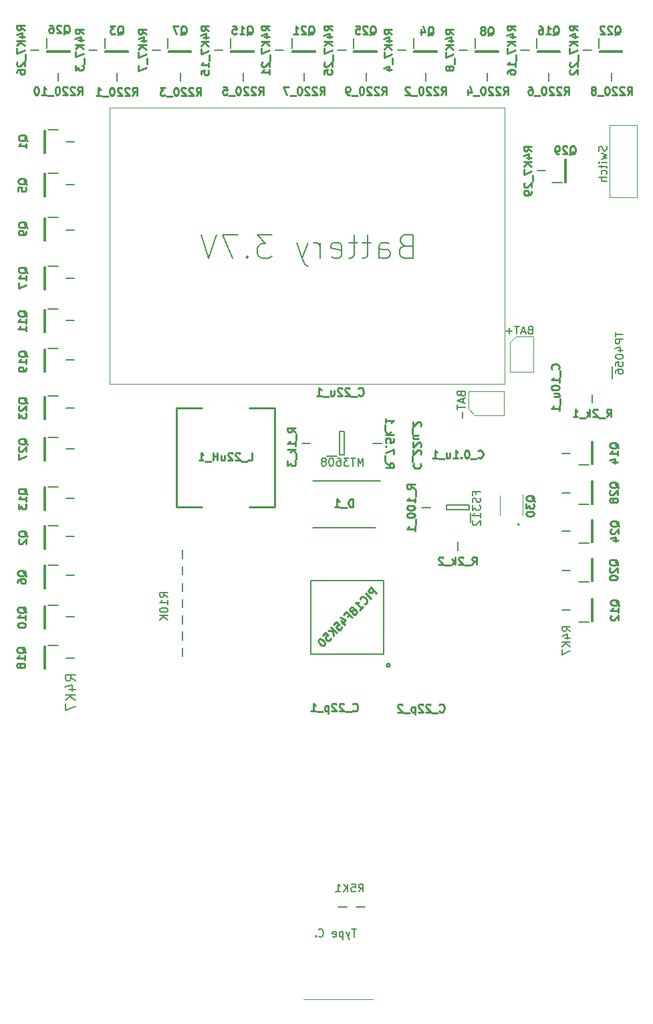
<source format=gbr>
%TF.GenerationSoftware,KiCad,Pcbnew,(5.1.10)-1*%
%TF.CreationDate,2021-07-01T23:21:13+02:00*%
%TF.ProjectId,PicBytesMicro,50696342-7974-4657-934d-6963726f2e6b,rev?*%
%TF.SameCoordinates,Original*%
%TF.FileFunction,Legend,Bot*%
%TF.FilePolarity,Positive*%
%FSLAX46Y46*%
G04 Gerber Fmt 4.6, Leading zero omitted, Abs format (unit mm)*
G04 Created by KiCad (PCBNEW (5.1.10)-1) date 2021-07-01 23:21:13*
%MOMM*%
%LPD*%
G01*
G04 APERTURE LIST*
%ADD10C,0.150000*%
%ADD11C,0.120000*%
%ADD12C,0.200000*%
%ADD13C,0.100000*%
%ADD14C,0.254000*%
%ADD15C,0.250000*%
%ADD16C,1.400000*%
%ADD17C,1.900000*%
%ADD18C,1.950000*%
%ADD19C,1.825000*%
%ADD20C,2.100000*%
%ADD21C,1.394000*%
G04 APERTURE END LIST*
D10*
X156028571Y-95538095D02*
X156028571Y-95204761D01*
X156552380Y-95204761D02*
X155552380Y-95204761D01*
X155552380Y-95680952D01*
X156504761Y-96014285D02*
X156552380Y-96157142D01*
X156552380Y-96395238D01*
X156504761Y-96490476D01*
X156457142Y-96538095D01*
X156361904Y-96585714D01*
X156266666Y-96585714D01*
X156171428Y-96538095D01*
X156123809Y-96490476D01*
X156076190Y-96395238D01*
X156028571Y-96204761D01*
X155980952Y-96109523D01*
X155933333Y-96061904D01*
X155838095Y-96014285D01*
X155742857Y-96014285D01*
X155647619Y-96061904D01*
X155600000Y-96109523D01*
X155552380Y-96204761D01*
X155552380Y-96442857D01*
X155600000Y-96585714D01*
X155552380Y-96919047D02*
X155552380Y-97538095D01*
X155933333Y-97204761D01*
X155933333Y-97347619D01*
X155980952Y-97442857D01*
X156028571Y-97490476D01*
X156123809Y-97538095D01*
X156361904Y-97538095D01*
X156457142Y-97490476D01*
X156504761Y-97442857D01*
X156552380Y-97347619D01*
X156552380Y-97061904D01*
X156504761Y-96966666D01*
X156457142Y-96919047D01*
X156552380Y-98490476D02*
X156552380Y-97919047D01*
X156552380Y-98204761D02*
X155552380Y-98204761D01*
X155695238Y-98109523D01*
X155790476Y-98014285D01*
X155838095Y-97919047D01*
X155647619Y-98871428D02*
X155600000Y-98919047D01*
X155552380Y-99014285D01*
X155552380Y-99252380D01*
X155600000Y-99347619D01*
X155647619Y-99395238D01*
X155742857Y-99442857D01*
X155838095Y-99442857D01*
X155980952Y-99395238D01*
X156552380Y-98823809D01*
X156552380Y-99442857D01*
X116952380Y-108557142D02*
X116476190Y-108223809D01*
X116952380Y-107985714D02*
X115952380Y-107985714D01*
X115952380Y-108366666D01*
X116000000Y-108461904D01*
X116047619Y-108509523D01*
X116142857Y-108557142D01*
X116285714Y-108557142D01*
X116380952Y-108509523D01*
X116428571Y-108461904D01*
X116476190Y-108366666D01*
X116476190Y-107985714D01*
X116952380Y-109509523D02*
X116952380Y-108938095D01*
X116952380Y-109223809D02*
X115952380Y-109223809D01*
X116095238Y-109128571D01*
X116190476Y-109033333D01*
X116238095Y-108938095D01*
X115952380Y-110128571D02*
X115952380Y-110223809D01*
X116000000Y-110319047D01*
X116047619Y-110366666D01*
X116142857Y-110414285D01*
X116333333Y-110461904D01*
X116571428Y-110461904D01*
X116761904Y-110414285D01*
X116857142Y-110366666D01*
X116904761Y-110319047D01*
X116952380Y-110223809D01*
X116952380Y-110128571D01*
X116904761Y-110033333D01*
X116857142Y-109985714D01*
X116761904Y-109938095D01*
X116571428Y-109890476D01*
X116333333Y-109890476D01*
X116142857Y-109938095D01*
X116047619Y-109985714D01*
X116000000Y-110033333D01*
X115952380Y-110128571D01*
X116952380Y-110890476D02*
X115952380Y-110890476D01*
X116952380Y-111461904D02*
X116380952Y-111033333D01*
X115952380Y-111461904D02*
X116523809Y-110890476D01*
X141142857Y-145852380D02*
X141476190Y-145376190D01*
X141714285Y-145852380D02*
X141714285Y-144852380D01*
X141333333Y-144852380D01*
X141238095Y-144900000D01*
X141190476Y-144947619D01*
X141142857Y-145042857D01*
X141142857Y-145185714D01*
X141190476Y-145280952D01*
X141238095Y-145328571D01*
X141333333Y-145376190D01*
X141714285Y-145376190D01*
X140238095Y-144852380D02*
X140714285Y-144852380D01*
X140761904Y-145328571D01*
X140714285Y-145280952D01*
X140619047Y-145233333D01*
X140380952Y-145233333D01*
X140285714Y-145280952D01*
X140238095Y-145328571D01*
X140190476Y-145423809D01*
X140190476Y-145661904D01*
X140238095Y-145757142D01*
X140285714Y-145804761D01*
X140380952Y-145852380D01*
X140619047Y-145852380D01*
X140714285Y-145804761D01*
X140761904Y-145757142D01*
X139761904Y-145852380D02*
X139761904Y-144852380D01*
X139190476Y-145852380D02*
X139619047Y-145280952D01*
X139190476Y-144852380D02*
X139761904Y-145423809D01*
X138238095Y-145852380D02*
X138809523Y-145852380D01*
X138523809Y-145852380D02*
X138523809Y-144852380D01*
X138619047Y-144995238D01*
X138714285Y-145090476D01*
X138809523Y-145138095D01*
X140828571Y-150552380D02*
X140257142Y-150552380D01*
X140542857Y-151552380D02*
X140542857Y-150552380D01*
X140019047Y-150885714D02*
X139780952Y-151552380D01*
X139542857Y-150885714D02*
X139780952Y-151552380D01*
X139876190Y-151790476D01*
X139923809Y-151838095D01*
X140019047Y-151885714D01*
X139161904Y-150885714D02*
X139161904Y-151885714D01*
X139161904Y-150933333D02*
X139066666Y-150885714D01*
X138876190Y-150885714D01*
X138780952Y-150933333D01*
X138733333Y-150980952D01*
X138685714Y-151076190D01*
X138685714Y-151361904D01*
X138733333Y-151457142D01*
X138780952Y-151504761D01*
X138876190Y-151552380D01*
X139066666Y-151552380D01*
X139161904Y-151504761D01*
X137876190Y-151504761D02*
X137971428Y-151552380D01*
X138161904Y-151552380D01*
X138257142Y-151504761D01*
X138304761Y-151409523D01*
X138304761Y-151028571D01*
X138257142Y-150933333D01*
X138161904Y-150885714D01*
X137971428Y-150885714D01*
X137876190Y-150933333D01*
X137828571Y-151028571D01*
X137828571Y-151123809D01*
X138304761Y-151219047D01*
X136066666Y-151457142D02*
X136114285Y-151504761D01*
X136257142Y-151552380D01*
X136352380Y-151552380D01*
X136495238Y-151504761D01*
X136590476Y-151409523D01*
X136638095Y-151314285D01*
X136685714Y-151123809D01*
X136685714Y-150980952D01*
X136638095Y-150790476D01*
X136590476Y-150695238D01*
X136495238Y-150600000D01*
X136352380Y-150552380D01*
X136257142Y-150552380D01*
X136114285Y-150600000D01*
X136066666Y-150647619D01*
X154128571Y-82842857D02*
X154176190Y-82985714D01*
X154223809Y-83033333D01*
X154319047Y-83080952D01*
X154461904Y-83080952D01*
X154557142Y-83033333D01*
X154604761Y-82985714D01*
X154652380Y-82890476D01*
X154652380Y-82509523D01*
X153652380Y-82509523D01*
X153652380Y-82842857D01*
X153700000Y-82938095D01*
X153747619Y-82985714D01*
X153842857Y-83033333D01*
X153938095Y-83033333D01*
X154033333Y-82985714D01*
X154080952Y-82938095D01*
X154128571Y-82842857D01*
X154128571Y-82509523D01*
X154366666Y-83461904D02*
X154366666Y-83938095D01*
X154652380Y-83366666D02*
X153652380Y-83700000D01*
X154652380Y-84033333D01*
X153652380Y-84223809D02*
X153652380Y-84795238D01*
X154652380Y-84509523D02*
X153652380Y-84509523D01*
X154271428Y-85128571D02*
X154271428Y-85890476D01*
X162857142Y-74728571D02*
X162714285Y-74776190D01*
X162666666Y-74823809D01*
X162619047Y-74919047D01*
X162619047Y-75061904D01*
X162666666Y-75157142D01*
X162714285Y-75204761D01*
X162809523Y-75252380D01*
X163190476Y-75252380D01*
X163190476Y-74252380D01*
X162857142Y-74252380D01*
X162761904Y-74300000D01*
X162714285Y-74347619D01*
X162666666Y-74442857D01*
X162666666Y-74538095D01*
X162714285Y-74633333D01*
X162761904Y-74680952D01*
X162857142Y-74728571D01*
X163190476Y-74728571D01*
X162238095Y-74966666D02*
X161761904Y-74966666D01*
X162333333Y-75252380D02*
X162000000Y-74252380D01*
X161666666Y-75252380D01*
X161476190Y-74252380D02*
X160904761Y-74252380D01*
X161190476Y-75252380D02*
X161190476Y-74252380D01*
X160571428Y-74871428D02*
X159809523Y-74871428D01*
X160190476Y-75252380D02*
X160190476Y-74490476D01*
X167952380Y-112857142D02*
X167476190Y-112523809D01*
X167952380Y-112285714D02*
X166952380Y-112285714D01*
X166952380Y-112666666D01*
X167000000Y-112761904D01*
X167047619Y-112809523D01*
X167142857Y-112857142D01*
X167285714Y-112857142D01*
X167380952Y-112809523D01*
X167428571Y-112761904D01*
X167476190Y-112666666D01*
X167476190Y-112285714D01*
X167285714Y-113714285D02*
X167952380Y-113714285D01*
X166904761Y-113476190D02*
X167619047Y-113238095D01*
X167619047Y-113857142D01*
X167952380Y-114238095D02*
X166952380Y-114238095D01*
X167952380Y-114809523D02*
X167380952Y-114380952D01*
X166952380Y-114809523D02*
X167523809Y-114238095D01*
X166952380Y-115142857D02*
X166952380Y-115809523D01*
X167952380Y-115380952D01*
X172504761Y-51485714D02*
X172552380Y-51628571D01*
X172552380Y-51866666D01*
X172504761Y-51961904D01*
X172457142Y-52009523D01*
X172361904Y-52057142D01*
X172266666Y-52057142D01*
X172171428Y-52009523D01*
X172123809Y-51961904D01*
X172076190Y-51866666D01*
X172028571Y-51676190D01*
X171980952Y-51580952D01*
X171933333Y-51533333D01*
X171838095Y-51485714D01*
X171742857Y-51485714D01*
X171647619Y-51533333D01*
X171600000Y-51580952D01*
X171552380Y-51676190D01*
X171552380Y-51914285D01*
X171600000Y-52057142D01*
X171885714Y-52390476D02*
X172552380Y-52580952D01*
X172076190Y-52771428D01*
X172552380Y-52961904D01*
X171885714Y-53152380D01*
X172552380Y-53533333D02*
X171885714Y-53533333D01*
X171552380Y-53533333D02*
X171600000Y-53485714D01*
X171647619Y-53533333D01*
X171600000Y-53580952D01*
X171552380Y-53533333D01*
X171647619Y-53533333D01*
X171885714Y-53866666D02*
X171885714Y-54247619D01*
X171552380Y-54009523D02*
X172409523Y-54009523D01*
X172504761Y-54057142D01*
X172552380Y-54152380D01*
X172552380Y-54247619D01*
X172504761Y-55009523D02*
X172552380Y-54914285D01*
X172552380Y-54723809D01*
X172504761Y-54628571D01*
X172457142Y-54580952D01*
X172361904Y-54533333D01*
X172076190Y-54533333D01*
X171980952Y-54580952D01*
X171933333Y-54628571D01*
X171885714Y-54723809D01*
X171885714Y-54914285D01*
X171933333Y-55009523D01*
X172552380Y-55438095D02*
X171552380Y-55438095D01*
X172552380Y-55866666D02*
X172028571Y-55866666D01*
X171933333Y-55819047D01*
X171885714Y-55723809D01*
X171885714Y-55580952D01*
X171933333Y-55485714D01*
X171980952Y-55438095D01*
X141719047Y-91952380D02*
X141719047Y-90952380D01*
X141385714Y-91666666D01*
X141052380Y-90952380D01*
X141052380Y-91952380D01*
X140719047Y-90952380D02*
X140147619Y-90952380D01*
X140433333Y-91952380D02*
X140433333Y-90952380D01*
X139909523Y-90952380D02*
X139290476Y-90952380D01*
X139623809Y-91333333D01*
X139480952Y-91333333D01*
X139385714Y-91380952D01*
X139338095Y-91428571D01*
X139290476Y-91523809D01*
X139290476Y-91761904D01*
X139338095Y-91857142D01*
X139385714Y-91904761D01*
X139480952Y-91952380D01*
X139766666Y-91952380D01*
X139861904Y-91904761D01*
X139909523Y-91857142D01*
X138433333Y-90952380D02*
X138623809Y-90952380D01*
X138719047Y-91000000D01*
X138766666Y-91047619D01*
X138861904Y-91190476D01*
X138909523Y-91380952D01*
X138909523Y-91761904D01*
X138861904Y-91857142D01*
X138814285Y-91904761D01*
X138719047Y-91952380D01*
X138528571Y-91952380D01*
X138433333Y-91904761D01*
X138385714Y-91857142D01*
X138338095Y-91761904D01*
X138338095Y-91523809D01*
X138385714Y-91428571D01*
X138433333Y-91380952D01*
X138528571Y-91333333D01*
X138719047Y-91333333D01*
X138814285Y-91380952D01*
X138861904Y-91428571D01*
X138909523Y-91523809D01*
X137719047Y-90952380D02*
X137623809Y-90952380D01*
X137528571Y-91000000D01*
X137480952Y-91047619D01*
X137433333Y-91142857D01*
X137385714Y-91333333D01*
X137385714Y-91571428D01*
X137433333Y-91761904D01*
X137480952Y-91857142D01*
X137528571Y-91904761D01*
X137623809Y-91952380D01*
X137719047Y-91952380D01*
X137814285Y-91904761D01*
X137861904Y-91857142D01*
X137909523Y-91761904D01*
X137957142Y-91571428D01*
X137957142Y-91333333D01*
X137909523Y-91142857D01*
X137861904Y-91047619D01*
X137814285Y-91000000D01*
X137719047Y-90952380D01*
X136814285Y-91380952D02*
X136909523Y-91333333D01*
X136957142Y-91285714D01*
X137004761Y-91190476D01*
X137004761Y-91142857D01*
X136957142Y-91047619D01*
X136909523Y-91000000D01*
X136814285Y-90952380D01*
X136623809Y-90952380D01*
X136528571Y-91000000D01*
X136480952Y-91047619D01*
X136433333Y-91142857D01*
X136433333Y-91190476D01*
X136480952Y-91285714D01*
X136528571Y-91333333D01*
X136623809Y-91380952D01*
X136814285Y-91380952D01*
X136909523Y-91428571D01*
X136957142Y-91476190D01*
X137004761Y-91571428D01*
X137004761Y-91761904D01*
X136957142Y-91857142D01*
X136909523Y-91904761D01*
X136814285Y-91952380D01*
X136623809Y-91952380D01*
X136528571Y-91904761D01*
X136480952Y-91857142D01*
X136433333Y-91761904D01*
X136433333Y-91571428D01*
X136480952Y-91476190D01*
X136528571Y-91428571D01*
X136623809Y-91380952D01*
X173652380Y-75009523D02*
X173652380Y-75580952D01*
X174652380Y-75295238D02*
X173652380Y-75295238D01*
X174652380Y-75914285D02*
X173652380Y-75914285D01*
X173652380Y-76295238D01*
X173700000Y-76390476D01*
X173747619Y-76438095D01*
X173842857Y-76485714D01*
X173985714Y-76485714D01*
X174080952Y-76438095D01*
X174128571Y-76390476D01*
X174176190Y-76295238D01*
X174176190Y-75914285D01*
X173985714Y-77342857D02*
X174652380Y-77342857D01*
X173604761Y-77104761D02*
X174319047Y-76866666D01*
X174319047Y-77485714D01*
X173652380Y-78057142D02*
X173652380Y-78152380D01*
X173700000Y-78247619D01*
X173747619Y-78295238D01*
X173842857Y-78342857D01*
X174033333Y-78390476D01*
X174271428Y-78390476D01*
X174461904Y-78342857D01*
X174557142Y-78295238D01*
X174604761Y-78247619D01*
X174652380Y-78152380D01*
X174652380Y-78057142D01*
X174604761Y-77961904D01*
X174557142Y-77914285D01*
X174461904Y-77866666D01*
X174271428Y-77819047D01*
X174033333Y-77819047D01*
X173842857Y-77866666D01*
X173747619Y-77914285D01*
X173700000Y-77961904D01*
X173652380Y-78057142D01*
X173652380Y-79295238D02*
X173652380Y-78819047D01*
X174128571Y-78771428D01*
X174080952Y-78819047D01*
X174033333Y-78914285D01*
X174033333Y-79152380D01*
X174080952Y-79247619D01*
X174128571Y-79295238D01*
X174223809Y-79342857D01*
X174461904Y-79342857D01*
X174557142Y-79295238D01*
X174604761Y-79247619D01*
X174652380Y-79152380D01*
X174652380Y-78914285D01*
X174604761Y-78819047D01*
X174557142Y-78771428D01*
X173652380Y-80200000D02*
X173652380Y-80009523D01*
X173700000Y-79914285D01*
X173747619Y-79866666D01*
X173890476Y-79771428D01*
X174080952Y-79723809D01*
X174461904Y-79723809D01*
X174557142Y-79771428D01*
X174604761Y-79819047D01*
X174652380Y-79914285D01*
X174652380Y-80104761D01*
X174604761Y-80200000D01*
X174557142Y-80247619D01*
X174461904Y-80295238D01*
X174223809Y-80295238D01*
X174128571Y-80247619D01*
X174080952Y-80200000D01*
X174033333Y-80104761D01*
X174033333Y-79914285D01*
X174080952Y-79819047D01*
X174128571Y-79771428D01*
X174223809Y-79723809D01*
X105274523Y-119148571D02*
X104669761Y-118725238D01*
X105274523Y-118422857D02*
X104004523Y-118422857D01*
X104004523Y-118906666D01*
X104065000Y-119027619D01*
X104125476Y-119088095D01*
X104246428Y-119148571D01*
X104427857Y-119148571D01*
X104548809Y-119088095D01*
X104609285Y-119027619D01*
X104669761Y-118906666D01*
X104669761Y-118422857D01*
X104427857Y-120237142D02*
X105274523Y-120237142D01*
X103944047Y-119934761D02*
X104851190Y-119632380D01*
X104851190Y-120418571D01*
X105274523Y-120902380D02*
X104004523Y-120902380D01*
X105274523Y-121628095D02*
X104548809Y-121083809D01*
X104004523Y-121628095D02*
X104730238Y-120902380D01*
X104004523Y-122051428D02*
X104004523Y-122898095D01*
X105274523Y-122353809D01*
X147014285Y-64085714D02*
X146585714Y-64228571D01*
X146442857Y-64371428D01*
X146300000Y-64657142D01*
X146300000Y-65085714D01*
X146442857Y-65371428D01*
X146585714Y-65514285D01*
X146871428Y-65657142D01*
X148014285Y-65657142D01*
X148014285Y-62657142D01*
X147014285Y-62657142D01*
X146728571Y-62800000D01*
X146585714Y-62942857D01*
X146442857Y-63228571D01*
X146442857Y-63514285D01*
X146585714Y-63800000D01*
X146728571Y-63942857D01*
X147014285Y-64085714D01*
X148014285Y-64085714D01*
X143728571Y-65657142D02*
X143728571Y-64085714D01*
X143871428Y-63800000D01*
X144157142Y-63657142D01*
X144728571Y-63657142D01*
X145014285Y-63800000D01*
X143728571Y-65514285D02*
X144014285Y-65657142D01*
X144728571Y-65657142D01*
X145014285Y-65514285D01*
X145157142Y-65228571D01*
X145157142Y-64942857D01*
X145014285Y-64657142D01*
X144728571Y-64514285D01*
X144014285Y-64514285D01*
X143728571Y-64371428D01*
X142728571Y-63657142D02*
X141585714Y-63657142D01*
X142300000Y-62657142D02*
X142300000Y-65228571D01*
X142157142Y-65514285D01*
X141871428Y-65657142D01*
X141585714Y-65657142D01*
X141014285Y-63657142D02*
X139871428Y-63657142D01*
X140585714Y-62657142D02*
X140585714Y-65228571D01*
X140442857Y-65514285D01*
X140157142Y-65657142D01*
X139871428Y-65657142D01*
X137728571Y-65514285D02*
X138014285Y-65657142D01*
X138585714Y-65657142D01*
X138871428Y-65514285D01*
X139014285Y-65228571D01*
X139014285Y-64085714D01*
X138871428Y-63800000D01*
X138585714Y-63657142D01*
X138014285Y-63657142D01*
X137728571Y-63800000D01*
X137585714Y-64085714D01*
X137585714Y-64371428D01*
X139014285Y-64657142D01*
X136300000Y-65657142D02*
X136300000Y-63657142D01*
X136300000Y-64228571D02*
X136157142Y-63942857D01*
X136014285Y-63800000D01*
X135728571Y-63657142D01*
X135442857Y-63657142D01*
X134728571Y-63657142D02*
X134014285Y-65657142D01*
X133300000Y-63657142D02*
X134014285Y-65657142D01*
X134300000Y-66371428D01*
X134442857Y-66514285D01*
X134728571Y-66657142D01*
X130157142Y-62657142D02*
X128300000Y-62657142D01*
X129300000Y-63800000D01*
X128871428Y-63800000D01*
X128585714Y-63942857D01*
X128442857Y-64085714D01*
X128300000Y-64371428D01*
X128300000Y-65085714D01*
X128442857Y-65371428D01*
X128585714Y-65514285D01*
X128871428Y-65657142D01*
X129728571Y-65657142D01*
X130014285Y-65514285D01*
X130157142Y-65371428D01*
X127014285Y-65371428D02*
X126871428Y-65514285D01*
X127014285Y-65657142D01*
X127157142Y-65514285D01*
X127014285Y-65371428D01*
X127014285Y-65657142D01*
X125871428Y-62657142D02*
X123871428Y-62657142D01*
X125157142Y-65657142D01*
X123157142Y-62657142D02*
X122157142Y-65657142D01*
X121157142Y-62657142D01*
D11*
X109600000Y-46600000D02*
X109600000Y-81600000D01*
X109600000Y-81600000D02*
X159600000Y-81600000D01*
X159600000Y-46600000D02*
X159600000Y-81600000D01*
X109600000Y-46600000D02*
X159600000Y-46600000D01*
D12*
%TO.C,U_StepUp1*%
X137153000Y-90665000D02*
X138353000Y-90665000D01*
X138703000Y-87615000D02*
X138703000Y-90515000D01*
X139303000Y-87615000D02*
X138703000Y-87615000D01*
X139303000Y-90515000D02*
X139303000Y-87615000D01*
X138703000Y-90515000D02*
X139303000Y-90515000D01*
D13*
%TO.C,SW_Toggle1*%
X172900000Y-57950000D02*
X176400000Y-57950000D01*
X172900000Y-48800000D02*
X172900000Y-57950000D01*
X176400000Y-48800000D02*
X172900000Y-48800000D01*
X176400000Y-57950000D02*
X176400000Y-48800000D01*
D12*
%TO.C,R_7.5k_1*%
X144032000Y-89115000D02*
X142982000Y-89115000D01*
%TO.C,R_5.1k_1*%
X138580000Y-147800000D02*
X139630000Y-147800000D01*
%TO.C,R_5.1_1*%
X140875000Y-147800000D02*
X141925000Y-147800000D01*
%TO.C,R_2k_2*%
X153700000Y-102625000D02*
X153700000Y-101575000D01*
%TO.C,R_2k_1*%
X170700000Y-83925000D02*
X170700000Y-82875000D01*
%TO.C,R_1k_3*%
X133975000Y-89115000D02*
X135025000Y-89115000D01*
%TO.C,R_10K_6*%
X118850000Y-104675000D02*
X118850000Y-105725000D01*
%TO.C,R_10K_5*%
X118850000Y-102575000D02*
X118850000Y-103625000D01*
%TO.C,R_10K_4*%
X118850000Y-106775000D02*
X118850000Y-107825000D01*
%TO.C,R_10K_3*%
X118850000Y-113975000D02*
X118850000Y-112925000D01*
%TO.C,R_10K_2*%
X118850000Y-110875000D02*
X118850000Y-111925000D01*
%TO.C,R_10K_1*%
X118850000Y-108825000D02*
X118850000Y-109875000D01*
%TO.C,R_10k_1*%
X118850000Y-116025000D02*
X118850000Y-114975000D01*
%TO.C,R_100_1*%
X149175000Y-97220000D02*
X150225000Y-97220000D01*
%TO.C,R4K7_29*%
X163775000Y-54550000D02*
X164825000Y-54550000D01*
%TO.C,R4K7_28*%
X166875000Y-95350000D02*
X167925000Y-95350000D01*
%TO.C,R4K7_27*%
X105125000Y-89800000D02*
X104075000Y-89800000D01*
%TO.C,R4K7_26*%
X100625000Y-39275000D02*
X99575000Y-39275000D01*
%TO.C,R4K7_25*%
X139525000Y-39275000D02*
X138475000Y-39275000D01*
%TO.C,R4K7_24*%
X166875000Y-100200000D02*
X167925000Y-100200000D01*
%TO.C,R4K7_23*%
X105125000Y-84600000D02*
X104075000Y-84600000D01*
%TO.C,R4K7_22*%
X170625000Y-39275000D02*
X169575000Y-39275000D01*
%TO.C,R4K7_21*%
X131625000Y-39275000D02*
X130575000Y-39275000D01*
%TO.C,R4K7_20*%
X166875000Y-105200000D02*
X167925000Y-105200000D01*
%TO.C,R4K7_19*%
X105125000Y-78550000D02*
X104075000Y-78550000D01*
%TO.C,R4K7_18*%
X105125000Y-116250000D02*
X104075000Y-116250000D01*
%TO.C,R4K7_17*%
X105125000Y-68200000D02*
X104075000Y-68200000D01*
%TO.C,R4K7_16*%
X162725000Y-39275000D02*
X161675000Y-39275000D01*
%TO.C,R4K7_15*%
X123925000Y-39275000D02*
X122875000Y-39275000D01*
%TO.C,R4K7_14*%
X166875000Y-90350000D02*
X167925000Y-90350000D01*
%TO.C,R4K7_13*%
X105125000Y-96050000D02*
X104075000Y-96050000D01*
%TO.C,R4K7_12*%
X166875000Y-110200000D02*
X167925000Y-110200000D01*
%TO.C,R4K7_11*%
X105125000Y-73550000D02*
X104075000Y-73550000D01*
%TO.C,R4K7_10*%
X105125000Y-111050000D02*
X104075000Y-111050000D01*
%TO.C,R4K7_9*%
X105125000Y-62100000D02*
X104075000Y-62100000D01*
%TO.C,R4K7_8*%
X154925000Y-39275000D02*
X153875000Y-39275000D01*
%TO.C,R4K7_7*%
X116025000Y-39275000D02*
X114975000Y-39275000D01*
%TO.C,R4K7_6*%
X105125000Y-105800000D02*
X104075000Y-105800000D01*
%TO.C,R4K7_5*%
X105125000Y-56300000D02*
X104075000Y-56300000D01*
%TO.C,R4K7_4*%
X147125000Y-39275000D02*
X146075000Y-39275000D01*
%TO.C,R4K7_3*%
X108025000Y-39275000D02*
X106975000Y-39275000D01*
%TO.C,R4K7_2*%
X105125000Y-100900000D02*
X104075000Y-100900000D01*
%TO.C,R4K7_1*%
X105125000Y-50900000D02*
X104075000Y-50900000D01*
%TO.C,R220_10*%
X103100000Y-43225000D02*
X103100000Y-42175000D01*
%TO.C,R220_9*%
X142100000Y-43225000D02*
X142100000Y-42175000D01*
%TO.C,R220_8*%
X173200000Y-43225000D02*
X173200000Y-42175000D01*
%TO.C,R220_7*%
X134250000Y-43225000D02*
X134250000Y-42175000D01*
%TO.C,R220_6*%
X165200000Y-43225000D02*
X165200000Y-42175000D01*
%TO.C,R220_5*%
X126500000Y-43225000D02*
X126500000Y-42175000D01*
%TO.C,R220_4*%
X157450000Y-42175000D02*
X157450000Y-43225000D01*
%TO.C,R220_3*%
X118550000Y-43225000D02*
X118550000Y-42175000D01*
%TO.C,R220_2*%
X149650000Y-43225000D02*
X149650000Y-42175000D01*
%TO.C,R220_1*%
X110550000Y-42175000D02*
X110550000Y-43225000D01*
%TO.C,Q30*%
X161500000Y-99345000D02*
X161500000Y-99345000D01*
X161300000Y-99345000D02*
X161300000Y-99345000D01*
D13*
X159050000Y-98145000D02*
X159050000Y-95695000D01*
X161950000Y-98145000D02*
X161950000Y-95545000D01*
D12*
X161300000Y-99345000D02*
G75*
G02*
X161500000Y-99345000I100000J0D01*
G01*
X161500000Y-99345000D02*
G75*
G02*
X161300000Y-99345000I-100000J0D01*
G01*
%TO.C,Q29*%
X165675000Y-56105000D02*
X166925000Y-56105000D01*
X167275000Y-53140000D02*
X167275000Y-56060000D01*
X167425000Y-53140000D02*
X167275000Y-53140000D01*
X167425000Y-56060000D02*
X167425000Y-53140000D01*
X167275000Y-56060000D02*
X167425000Y-56060000D01*
%TO.C,Q28*%
X169025000Y-96805000D02*
X170275000Y-96805000D01*
X170625000Y-93840000D02*
X170625000Y-96760000D01*
X170775000Y-93840000D02*
X170625000Y-93840000D01*
X170775000Y-96760000D02*
X170775000Y-93840000D01*
X170625000Y-96760000D02*
X170775000Y-96760000D01*
%TO.C,Q27*%
X103075000Y-88295000D02*
X101825000Y-88295000D01*
X101475000Y-91260000D02*
X101475000Y-88340000D01*
X101325000Y-91260000D02*
X101475000Y-91260000D01*
X101325000Y-88340000D02*
X101325000Y-91260000D01*
X101475000Y-88340000D02*
X101325000Y-88340000D01*
%TO.C,Q26*%
X101595000Y-37825000D02*
X101595000Y-39075000D01*
X104560000Y-39425000D02*
X101640000Y-39425000D01*
X104560000Y-39575000D02*
X104560000Y-39425000D01*
X101640000Y-39575000D02*
X104560000Y-39575000D01*
X101640000Y-39425000D02*
X101640000Y-39575000D01*
%TO.C,Q25*%
X140495000Y-37825000D02*
X140495000Y-39075000D01*
X143460000Y-39425000D02*
X140540000Y-39425000D01*
X143460000Y-39575000D02*
X143460000Y-39425000D01*
X140540000Y-39575000D02*
X143460000Y-39575000D01*
X140540000Y-39425000D02*
X140540000Y-39575000D01*
%TO.C,Q24*%
X169025000Y-101705000D02*
X170275000Y-101705000D01*
X170625000Y-98740000D02*
X170625000Y-101660000D01*
X170775000Y-98740000D02*
X170625000Y-98740000D01*
X170775000Y-101660000D02*
X170775000Y-98740000D01*
X170625000Y-101660000D02*
X170775000Y-101660000D01*
%TO.C,Q23*%
X103075000Y-83095000D02*
X101825000Y-83095000D01*
X101475000Y-86060000D02*
X101475000Y-83140000D01*
X101325000Y-86060000D02*
X101475000Y-86060000D01*
X101325000Y-83140000D02*
X101325000Y-86060000D01*
X101475000Y-83140000D02*
X101325000Y-83140000D01*
%TO.C,Q22*%
X171595000Y-37825000D02*
X171595000Y-39075000D01*
X174560000Y-39425000D02*
X171640000Y-39425000D01*
X174560000Y-39575000D02*
X174560000Y-39425000D01*
X171640000Y-39575000D02*
X174560000Y-39575000D01*
X171640000Y-39425000D02*
X171640000Y-39575000D01*
%TO.C,Q21*%
X132695000Y-37825000D02*
X132695000Y-39075000D01*
X135660000Y-39425000D02*
X132740000Y-39425000D01*
X135660000Y-39575000D02*
X135660000Y-39425000D01*
X132740000Y-39575000D02*
X135660000Y-39575000D01*
X132740000Y-39425000D02*
X132740000Y-39575000D01*
%TO.C,Q20*%
X169025000Y-106605000D02*
X170275000Y-106605000D01*
X170625000Y-103640000D02*
X170625000Y-106560000D01*
X170775000Y-103640000D02*
X170625000Y-103640000D01*
X170775000Y-106560000D02*
X170775000Y-103640000D01*
X170625000Y-106560000D02*
X170775000Y-106560000D01*
%TO.C,Q19*%
X103075000Y-77095000D02*
X101825000Y-77095000D01*
X101475000Y-80060000D02*
X101475000Y-77140000D01*
X101325000Y-80060000D02*
X101475000Y-80060000D01*
X101325000Y-77140000D02*
X101325000Y-80060000D01*
X101475000Y-77140000D02*
X101325000Y-77140000D01*
%TO.C,Q18*%
X103075000Y-114695000D02*
X101825000Y-114695000D01*
X101475000Y-117660000D02*
X101475000Y-114740000D01*
X101325000Y-117660000D02*
X101475000Y-117660000D01*
X101325000Y-114740000D02*
X101325000Y-117660000D01*
X101475000Y-114740000D02*
X101325000Y-114740000D01*
%TO.C,Q17*%
X103075000Y-66695000D02*
X101825000Y-66695000D01*
X101475000Y-69660000D02*
X101475000Y-66740000D01*
X101325000Y-69660000D02*
X101475000Y-69660000D01*
X101325000Y-66740000D02*
X101325000Y-69660000D01*
X101475000Y-66740000D02*
X101325000Y-66740000D01*
%TO.C,Q16*%
X163695000Y-37825000D02*
X163695000Y-39075000D01*
X166660000Y-39425000D02*
X163740000Y-39425000D01*
X166660000Y-39575000D02*
X166660000Y-39425000D01*
X163740000Y-39575000D02*
X166660000Y-39575000D01*
X163740000Y-39425000D02*
X163740000Y-39575000D01*
%TO.C,Q15*%
X124895000Y-37825000D02*
X124895000Y-39075000D01*
X127860000Y-39425000D02*
X124940000Y-39425000D01*
X127860000Y-39575000D02*
X127860000Y-39425000D01*
X124940000Y-39575000D02*
X127860000Y-39575000D01*
X124940000Y-39425000D02*
X124940000Y-39575000D01*
%TO.C,Q14*%
X169025000Y-91805000D02*
X170275000Y-91805000D01*
X170625000Y-88840000D02*
X170625000Y-91760000D01*
X170775000Y-88840000D02*
X170625000Y-88840000D01*
X170775000Y-91760000D02*
X170775000Y-88840000D01*
X170625000Y-91760000D02*
X170775000Y-91760000D01*
%TO.C,Q13*%
X103075000Y-94595000D02*
X101825000Y-94595000D01*
X101475000Y-97560000D02*
X101475000Y-94640000D01*
X101325000Y-97560000D02*
X101475000Y-97560000D01*
X101325000Y-94640000D02*
X101325000Y-97560000D01*
X101475000Y-94640000D02*
X101325000Y-94640000D01*
%TO.C,Q12*%
X169025000Y-111705000D02*
X170275000Y-111705000D01*
X170625000Y-108740000D02*
X170625000Y-111660000D01*
X170775000Y-108740000D02*
X170625000Y-108740000D01*
X170775000Y-111660000D02*
X170775000Y-108740000D01*
X170625000Y-111660000D02*
X170775000Y-111660000D01*
%TO.C,Q11*%
X103075000Y-72095000D02*
X101825000Y-72095000D01*
X101475000Y-75060000D02*
X101475000Y-72140000D01*
X101325000Y-75060000D02*
X101475000Y-75060000D01*
X101325000Y-72140000D02*
X101325000Y-75060000D01*
X101475000Y-72140000D02*
X101325000Y-72140000D01*
%TO.C,Q10*%
X103075000Y-109595000D02*
X101825000Y-109595000D01*
X101475000Y-112560000D02*
X101475000Y-109640000D01*
X101325000Y-112560000D02*
X101475000Y-112560000D01*
X101325000Y-109640000D02*
X101325000Y-112560000D01*
X101475000Y-109640000D02*
X101325000Y-109640000D01*
%TO.C,Q9*%
X103075000Y-60495000D02*
X101825000Y-60495000D01*
X101475000Y-63460000D02*
X101475000Y-60540000D01*
X101325000Y-63460000D02*
X101475000Y-63460000D01*
X101325000Y-60540000D02*
X101325000Y-63460000D01*
X101475000Y-60540000D02*
X101325000Y-60540000D01*
%TO.C,Q8*%
X155895000Y-37825000D02*
X155895000Y-39075000D01*
X158860000Y-39425000D02*
X155940000Y-39425000D01*
X158860000Y-39575000D02*
X158860000Y-39425000D01*
X155940000Y-39575000D02*
X158860000Y-39575000D01*
X155940000Y-39425000D02*
X155940000Y-39575000D01*
%TO.C,Q7*%
X116995000Y-37825000D02*
X116995000Y-39075000D01*
X119960000Y-39425000D02*
X117040000Y-39425000D01*
X119960000Y-39575000D02*
X119960000Y-39425000D01*
X117040000Y-39575000D02*
X119960000Y-39575000D01*
X117040000Y-39425000D02*
X117040000Y-39575000D01*
%TO.C,Q6*%
X103075000Y-104495000D02*
X101825000Y-104495000D01*
X101475000Y-107460000D02*
X101475000Y-104540000D01*
X101325000Y-107460000D02*
X101475000Y-107460000D01*
X101325000Y-104540000D02*
X101325000Y-107460000D01*
X101475000Y-104540000D02*
X101325000Y-104540000D01*
%TO.C,Q5*%
X103075000Y-54850000D02*
X101825000Y-54850000D01*
X101475000Y-57815000D02*
X101475000Y-54895000D01*
X101325000Y-57815000D02*
X101475000Y-57815000D01*
X101325000Y-54895000D02*
X101325000Y-57815000D01*
X101475000Y-54895000D02*
X101325000Y-54895000D01*
%TO.C,Q4*%
X148095000Y-37825000D02*
X148095000Y-39075000D01*
X151060000Y-39425000D02*
X148140000Y-39425000D01*
X151060000Y-39575000D02*
X151060000Y-39425000D01*
X148140000Y-39575000D02*
X151060000Y-39575000D01*
X148140000Y-39425000D02*
X148140000Y-39575000D01*
%TO.C,Q3*%
X108995000Y-37825000D02*
X108995000Y-39075000D01*
X111960000Y-39425000D02*
X109040000Y-39425000D01*
X111960000Y-39575000D02*
X111960000Y-39425000D01*
X109040000Y-39575000D02*
X111960000Y-39575000D01*
X109040000Y-39425000D02*
X109040000Y-39575000D01*
%TO.C,Q2*%
X103075000Y-99495000D02*
X101825000Y-99495000D01*
X101475000Y-102460000D02*
X101475000Y-99540000D01*
X101325000Y-102460000D02*
X101475000Y-102460000D01*
X101325000Y-99540000D02*
X101325000Y-102460000D01*
X101475000Y-99540000D02*
X101325000Y-99540000D01*
%TO.C,Q1*%
X103075000Y-49395000D02*
X101825000Y-49395000D01*
X101475000Y-52360000D02*
X101475000Y-49440000D01*
X101325000Y-52360000D02*
X101475000Y-52360000D01*
X101325000Y-49440000D02*
X101325000Y-52360000D01*
X101475000Y-49440000D02*
X101325000Y-49440000D01*
D14*
%TO.C,PIC18F45K50*%
X145100000Y-117175000D02*
G75*
G03*
X145100000Y-117175000I-200000J0D01*
G01*
D12*
X135050000Y-115750000D02*
X144350000Y-115750000D01*
X135050000Y-106450000D02*
X135050000Y-115750000D01*
X144350000Y-106450000D02*
X135050000Y-106450000D01*
X144350000Y-115750000D02*
X144350000Y-106450000D01*
D14*
%TO.C,L_22uH_1*%
X130550000Y-84650000D02*
X127300000Y-84650000D01*
X118050000Y-84650000D02*
X121300000Y-84650000D01*
X118050000Y-97150000D02*
X121300000Y-97150000D01*
X130550000Y-97150000D02*
X127300000Y-97150000D01*
X130550000Y-84650000D02*
X130550000Y-97150000D01*
X118050000Y-84650000D02*
X118050000Y-97150000D01*
D12*
%TO.C,J_USB_C1*%
X135750000Y-151350000D02*
X135750000Y-151350000D01*
X135750000Y-151550000D02*
X135750000Y-151550000D01*
D13*
X142970000Y-159450000D02*
X134180000Y-159450000D01*
D12*
X135750000Y-151550000D02*
G75*
G03*
X135750000Y-151350000I0J100000D01*
G01*
X135750000Y-151350000D02*
G75*
G03*
X135750000Y-151550000I0J-100000D01*
G01*
%TO.C,IC_BMS_TP4056*%
X173305000Y-80875000D02*
X173305000Y-79350000D01*
%TO.C,IC1*%
X155300000Y-99070000D02*
X155300000Y-97870000D01*
X152250000Y-97520000D02*
X155150000Y-97520000D01*
X152250000Y-96920000D02*
X152250000Y-97520000D01*
X155150000Y-96920000D02*
X152250000Y-96920000D01*
X155150000Y-97520000D02*
X155150000Y-96920000D01*
D11*
%TO.C,H_Bat-1*%
X155050000Y-84700000D02*
X155850000Y-85500000D01*
X155850000Y-85500000D02*
X159550000Y-85500000D01*
X159550000Y-85500000D02*
X159550000Y-82500000D01*
X159550000Y-82500000D02*
X155050000Y-82500000D01*
X155050000Y-82500000D02*
X155050000Y-84700000D01*
%TO.C,H_Bat+1*%
X161100000Y-75550000D02*
X160300000Y-76350000D01*
X160300000Y-76350000D02*
X160300000Y-80050000D01*
X160300000Y-80050000D02*
X163300000Y-80050000D01*
X163300000Y-80050000D02*
X163300000Y-75550000D01*
X163300000Y-75550000D02*
X161100000Y-75550000D01*
D12*
%TO.C,D_1*%
X143270000Y-99752000D02*
X135330000Y-99752000D01*
X135330000Y-93848000D02*
X143900000Y-93848000D01*
%TO.C,R_7.5k_1*%
D15*
X144554619Y-91588809D02*
X145030809Y-91922142D01*
X144554619Y-92160238D02*
X145554619Y-92160238D01*
X145554619Y-91779285D01*
X145507000Y-91684047D01*
X145459380Y-91636428D01*
X145364142Y-91588809D01*
X145221285Y-91588809D01*
X145126047Y-91636428D01*
X145078428Y-91684047D01*
X145030809Y-91779285D01*
X145030809Y-92160238D01*
X144459380Y-91398333D02*
X144459380Y-90636428D01*
X145554619Y-90493571D02*
X145554619Y-89826904D01*
X144554619Y-90255476D01*
X144649857Y-89445952D02*
X144602238Y-89398333D01*
X144554619Y-89445952D01*
X144602238Y-89493571D01*
X144649857Y-89445952D01*
X144554619Y-89445952D01*
X145554619Y-88493571D02*
X145554619Y-88969761D01*
X145078428Y-89017380D01*
X145126047Y-88969761D01*
X145173666Y-88874523D01*
X145173666Y-88636428D01*
X145126047Y-88541190D01*
X145078428Y-88493571D01*
X144983190Y-88445952D01*
X144745095Y-88445952D01*
X144649857Y-88493571D01*
X144602238Y-88541190D01*
X144554619Y-88636428D01*
X144554619Y-88874523D01*
X144602238Y-88969761D01*
X144649857Y-89017380D01*
X144554619Y-88017380D02*
X145554619Y-88017380D01*
X144935571Y-87922142D02*
X144554619Y-87636428D01*
X145221285Y-87636428D02*
X144840333Y-88017380D01*
X144459380Y-87445952D02*
X144459380Y-86684047D01*
X144554619Y-85922142D02*
X144554619Y-86493571D01*
X144554619Y-86207857D02*
X145554619Y-86207857D01*
X145411761Y-86303095D01*
X145316523Y-86398333D01*
X145268904Y-86493571D01*
D14*
%TO.C,R_2k_2*%
D15*
X155509523Y-104452380D02*
X155842857Y-103976190D01*
X156080952Y-104452380D02*
X156080952Y-103452380D01*
X155700000Y-103452380D01*
X155604761Y-103500000D01*
X155557142Y-103547619D01*
X155509523Y-103642857D01*
X155509523Y-103785714D01*
X155557142Y-103880952D01*
X155604761Y-103928571D01*
X155700000Y-103976190D01*
X156080952Y-103976190D01*
X155319047Y-104547619D02*
X154557142Y-104547619D01*
X154366666Y-103547619D02*
X154319047Y-103500000D01*
X154223809Y-103452380D01*
X153985714Y-103452380D01*
X153890476Y-103500000D01*
X153842857Y-103547619D01*
X153795238Y-103642857D01*
X153795238Y-103738095D01*
X153842857Y-103880952D01*
X154414285Y-104452380D01*
X153795238Y-104452380D01*
X153366666Y-104452380D02*
X153366666Y-103452380D01*
X153271428Y-104071428D02*
X152985714Y-104452380D01*
X152985714Y-103785714D02*
X153366666Y-104166666D01*
X152795238Y-104547619D02*
X152033333Y-104547619D01*
X151842857Y-103547619D02*
X151795238Y-103500000D01*
X151700000Y-103452380D01*
X151461904Y-103452380D01*
X151366666Y-103500000D01*
X151319047Y-103547619D01*
X151271428Y-103642857D01*
X151271428Y-103738095D01*
X151319047Y-103880952D01*
X151890476Y-104452380D01*
X151271428Y-104452380D01*
D14*
%TO.C,R_2k_1*%
D15*
X172559523Y-85752380D02*
X172892857Y-85276190D01*
X173130952Y-85752380D02*
X173130952Y-84752380D01*
X172750000Y-84752380D01*
X172654761Y-84800000D01*
X172607142Y-84847619D01*
X172559523Y-84942857D01*
X172559523Y-85085714D01*
X172607142Y-85180952D01*
X172654761Y-85228571D01*
X172750000Y-85276190D01*
X173130952Y-85276190D01*
X172369047Y-85847619D02*
X171607142Y-85847619D01*
X171416666Y-84847619D02*
X171369047Y-84800000D01*
X171273809Y-84752380D01*
X171035714Y-84752380D01*
X170940476Y-84800000D01*
X170892857Y-84847619D01*
X170845238Y-84942857D01*
X170845238Y-85038095D01*
X170892857Y-85180952D01*
X171464285Y-85752380D01*
X170845238Y-85752380D01*
X170416666Y-85752380D02*
X170416666Y-84752380D01*
X170321428Y-85371428D02*
X170035714Y-85752380D01*
X170035714Y-85085714D02*
X170416666Y-85466666D01*
X169845238Y-85847619D02*
X169083333Y-85847619D01*
X168321428Y-85752380D02*
X168892857Y-85752380D01*
X168607142Y-85752380D02*
X168607142Y-84752380D01*
X168702380Y-84895238D01*
X168797619Y-84990476D01*
X168892857Y-85038095D01*
D14*
%TO.C,R_1k_3*%
D15*
X133152380Y-87690476D02*
X132676190Y-87357142D01*
X133152380Y-87119047D02*
X132152380Y-87119047D01*
X132152380Y-87500000D01*
X132200000Y-87595238D01*
X132247619Y-87642857D01*
X132342857Y-87690476D01*
X132485714Y-87690476D01*
X132580952Y-87642857D01*
X132628571Y-87595238D01*
X132676190Y-87500000D01*
X132676190Y-87119047D01*
X133247619Y-87880952D02*
X133247619Y-88642857D01*
X133152380Y-89404761D02*
X133152380Y-88833333D01*
X133152380Y-89119047D02*
X132152380Y-89119047D01*
X132295238Y-89023809D01*
X132390476Y-88928571D01*
X132438095Y-88833333D01*
X133152380Y-89833333D02*
X132152380Y-89833333D01*
X132771428Y-89928571D02*
X133152380Y-90214285D01*
X132485714Y-90214285D02*
X132866666Y-89833333D01*
X133247619Y-90404761D02*
X133247619Y-91166666D01*
X132152380Y-91309523D02*
X132152380Y-91928571D01*
X132533333Y-91595238D01*
X132533333Y-91738095D01*
X132580952Y-91833333D01*
X132628571Y-91880952D01*
X132723809Y-91928571D01*
X132961904Y-91928571D01*
X133057142Y-91880952D01*
X133104761Y-91833333D01*
X133152380Y-91738095D01*
X133152380Y-91452380D01*
X133104761Y-91357142D01*
X133057142Y-91309523D01*
%TO.C,R_100_1*%
X148252380Y-94862857D02*
X147776190Y-94529523D01*
X148252380Y-94291428D02*
X147252380Y-94291428D01*
X147252380Y-94672380D01*
X147300000Y-94767619D01*
X147347619Y-94815238D01*
X147442857Y-94862857D01*
X147585714Y-94862857D01*
X147680952Y-94815238D01*
X147728571Y-94767619D01*
X147776190Y-94672380D01*
X147776190Y-94291428D01*
X148347619Y-95053333D02*
X148347619Y-95815238D01*
X148252380Y-96577142D02*
X148252380Y-96005714D01*
X148252380Y-96291428D02*
X147252380Y-96291428D01*
X147395238Y-96196190D01*
X147490476Y-96100952D01*
X147538095Y-96005714D01*
X147252380Y-97196190D02*
X147252380Y-97291428D01*
X147300000Y-97386666D01*
X147347619Y-97434285D01*
X147442857Y-97481904D01*
X147633333Y-97529523D01*
X147871428Y-97529523D01*
X148061904Y-97481904D01*
X148157142Y-97434285D01*
X148204761Y-97386666D01*
X148252380Y-97291428D01*
X148252380Y-97196190D01*
X148204761Y-97100952D01*
X148157142Y-97053333D01*
X148061904Y-97005714D01*
X147871428Y-96958095D01*
X147633333Y-96958095D01*
X147442857Y-97005714D01*
X147347619Y-97053333D01*
X147300000Y-97100952D01*
X147252380Y-97196190D01*
X147252380Y-98148571D02*
X147252380Y-98243809D01*
X147300000Y-98339047D01*
X147347619Y-98386666D01*
X147442857Y-98434285D01*
X147633333Y-98481904D01*
X147871428Y-98481904D01*
X148061904Y-98434285D01*
X148157142Y-98386666D01*
X148204761Y-98339047D01*
X148252380Y-98243809D01*
X148252380Y-98148571D01*
X148204761Y-98053333D01*
X148157142Y-98005714D01*
X148061904Y-97958095D01*
X147871428Y-97910476D01*
X147633333Y-97910476D01*
X147442857Y-97958095D01*
X147347619Y-98005714D01*
X147300000Y-98053333D01*
X147252380Y-98148571D01*
X148347619Y-98672380D02*
X148347619Y-99434285D01*
X148252380Y-100196190D02*
X148252380Y-99624761D01*
X148252380Y-99910476D02*
X147252380Y-99910476D01*
X147395238Y-99815238D01*
X147490476Y-99720000D01*
X147538095Y-99624761D01*
D14*
%TO.C,R4K7_29*%
D15*
X163052380Y-52073809D02*
X162576190Y-51740476D01*
X163052380Y-51502380D02*
X162052380Y-51502380D01*
X162052380Y-51883333D01*
X162100000Y-51978571D01*
X162147619Y-52026190D01*
X162242857Y-52073809D01*
X162385714Y-52073809D01*
X162480952Y-52026190D01*
X162528571Y-51978571D01*
X162576190Y-51883333D01*
X162576190Y-51502380D01*
X162385714Y-52930952D02*
X163052380Y-52930952D01*
X162004761Y-52692857D02*
X162719047Y-52454761D01*
X162719047Y-53073809D01*
X163052380Y-53454761D02*
X162052380Y-53454761D01*
X163052380Y-54026190D02*
X162480952Y-53597619D01*
X162052380Y-54026190D02*
X162623809Y-53454761D01*
X162052380Y-54359523D02*
X162052380Y-55026190D01*
X163052380Y-54597619D01*
X163147619Y-55169047D02*
X163147619Y-55930952D01*
X162147619Y-56121428D02*
X162100000Y-56169047D01*
X162052380Y-56264285D01*
X162052380Y-56502380D01*
X162100000Y-56597619D01*
X162147619Y-56645238D01*
X162242857Y-56692857D01*
X162338095Y-56692857D01*
X162480952Y-56645238D01*
X163052380Y-56073809D01*
X163052380Y-56692857D01*
X163052380Y-57169047D02*
X163052380Y-57359523D01*
X163004761Y-57454761D01*
X162957142Y-57502380D01*
X162814285Y-57597619D01*
X162623809Y-57645238D01*
X162242857Y-57645238D01*
X162147619Y-57597619D01*
X162100000Y-57550000D01*
X162052380Y-57454761D01*
X162052380Y-57264285D01*
X162100000Y-57169047D01*
X162147619Y-57121428D01*
X162242857Y-57073809D01*
X162480952Y-57073809D01*
X162576190Y-57121428D01*
X162623809Y-57169047D01*
X162671428Y-57264285D01*
X162671428Y-57454761D01*
X162623809Y-57550000D01*
X162576190Y-57597619D01*
X162480952Y-57645238D01*
%TO.C,R4K7_26*%
X98852380Y-36748809D02*
X98376190Y-36415476D01*
X98852380Y-36177380D02*
X97852380Y-36177380D01*
X97852380Y-36558333D01*
X97900000Y-36653571D01*
X97947619Y-36701190D01*
X98042857Y-36748809D01*
X98185714Y-36748809D01*
X98280952Y-36701190D01*
X98328571Y-36653571D01*
X98376190Y-36558333D01*
X98376190Y-36177380D01*
X98185714Y-37605952D02*
X98852380Y-37605952D01*
X97804761Y-37367857D02*
X98519047Y-37129761D01*
X98519047Y-37748809D01*
X98852380Y-38129761D02*
X97852380Y-38129761D01*
X98852380Y-38701190D02*
X98280952Y-38272619D01*
X97852380Y-38701190D02*
X98423809Y-38129761D01*
X97852380Y-39034523D02*
X97852380Y-39701190D01*
X98852380Y-39272619D01*
X98947619Y-39844047D02*
X98947619Y-40605952D01*
X97947619Y-40796428D02*
X97900000Y-40844047D01*
X97852380Y-40939285D01*
X97852380Y-41177380D01*
X97900000Y-41272619D01*
X97947619Y-41320238D01*
X98042857Y-41367857D01*
X98138095Y-41367857D01*
X98280952Y-41320238D01*
X98852380Y-40748809D01*
X98852380Y-41367857D01*
X97852380Y-42225000D02*
X97852380Y-42034523D01*
X97900000Y-41939285D01*
X97947619Y-41891666D01*
X98090476Y-41796428D01*
X98280952Y-41748809D01*
X98661904Y-41748809D01*
X98757142Y-41796428D01*
X98804761Y-41844047D01*
X98852380Y-41939285D01*
X98852380Y-42129761D01*
X98804761Y-42225000D01*
X98757142Y-42272619D01*
X98661904Y-42320238D01*
X98423809Y-42320238D01*
X98328571Y-42272619D01*
X98280952Y-42225000D01*
X98233333Y-42129761D01*
X98233333Y-41939285D01*
X98280952Y-41844047D01*
X98328571Y-41796428D01*
X98423809Y-41748809D01*
D14*
%TO.C,R4K7_25*%
D15*
X137752380Y-36798809D02*
X137276190Y-36465476D01*
X137752380Y-36227380D02*
X136752380Y-36227380D01*
X136752380Y-36608333D01*
X136800000Y-36703571D01*
X136847619Y-36751190D01*
X136942857Y-36798809D01*
X137085714Y-36798809D01*
X137180952Y-36751190D01*
X137228571Y-36703571D01*
X137276190Y-36608333D01*
X137276190Y-36227380D01*
X137085714Y-37655952D02*
X137752380Y-37655952D01*
X136704761Y-37417857D02*
X137419047Y-37179761D01*
X137419047Y-37798809D01*
X137752380Y-38179761D02*
X136752380Y-38179761D01*
X137752380Y-38751190D02*
X137180952Y-38322619D01*
X136752380Y-38751190D02*
X137323809Y-38179761D01*
X136752380Y-39084523D02*
X136752380Y-39751190D01*
X137752380Y-39322619D01*
X137847619Y-39894047D02*
X137847619Y-40655952D01*
X136847619Y-40846428D02*
X136800000Y-40894047D01*
X136752380Y-40989285D01*
X136752380Y-41227380D01*
X136800000Y-41322619D01*
X136847619Y-41370238D01*
X136942857Y-41417857D01*
X137038095Y-41417857D01*
X137180952Y-41370238D01*
X137752380Y-40798809D01*
X137752380Y-41417857D01*
X136752380Y-42322619D02*
X136752380Y-41846428D01*
X137228571Y-41798809D01*
X137180952Y-41846428D01*
X137133333Y-41941666D01*
X137133333Y-42179761D01*
X137180952Y-42275000D01*
X137228571Y-42322619D01*
X137323809Y-42370238D01*
X137561904Y-42370238D01*
X137657142Y-42322619D01*
X137704761Y-42275000D01*
X137752380Y-42179761D01*
X137752380Y-41941666D01*
X137704761Y-41846428D01*
X137657142Y-41798809D01*
D14*
%TO.C,R4K7_22*%
D15*
X168852380Y-36798809D02*
X168376190Y-36465476D01*
X168852380Y-36227380D02*
X167852380Y-36227380D01*
X167852380Y-36608333D01*
X167900000Y-36703571D01*
X167947619Y-36751190D01*
X168042857Y-36798809D01*
X168185714Y-36798809D01*
X168280952Y-36751190D01*
X168328571Y-36703571D01*
X168376190Y-36608333D01*
X168376190Y-36227380D01*
X168185714Y-37655952D02*
X168852380Y-37655952D01*
X167804761Y-37417857D02*
X168519047Y-37179761D01*
X168519047Y-37798809D01*
X168852380Y-38179761D02*
X167852380Y-38179761D01*
X168852380Y-38751190D02*
X168280952Y-38322619D01*
X167852380Y-38751190D02*
X168423809Y-38179761D01*
X167852380Y-39084523D02*
X167852380Y-39751190D01*
X168852380Y-39322619D01*
X168947619Y-39894047D02*
X168947619Y-40655952D01*
X167947619Y-40846428D02*
X167900000Y-40894047D01*
X167852380Y-40989285D01*
X167852380Y-41227380D01*
X167900000Y-41322619D01*
X167947619Y-41370238D01*
X168042857Y-41417857D01*
X168138095Y-41417857D01*
X168280952Y-41370238D01*
X168852380Y-40798809D01*
X168852380Y-41417857D01*
X167947619Y-41798809D02*
X167900000Y-41846428D01*
X167852380Y-41941666D01*
X167852380Y-42179761D01*
X167900000Y-42275000D01*
X167947619Y-42322619D01*
X168042857Y-42370238D01*
X168138095Y-42370238D01*
X168280952Y-42322619D01*
X168852380Y-41751190D01*
X168852380Y-42370238D01*
D14*
%TO.C,R4K7_21*%
D15*
X129852380Y-36798809D02*
X129376190Y-36465476D01*
X129852380Y-36227380D02*
X128852380Y-36227380D01*
X128852380Y-36608333D01*
X128900000Y-36703571D01*
X128947619Y-36751190D01*
X129042857Y-36798809D01*
X129185714Y-36798809D01*
X129280952Y-36751190D01*
X129328571Y-36703571D01*
X129376190Y-36608333D01*
X129376190Y-36227380D01*
X129185714Y-37655952D02*
X129852380Y-37655952D01*
X128804761Y-37417857D02*
X129519047Y-37179761D01*
X129519047Y-37798809D01*
X129852380Y-38179761D02*
X128852380Y-38179761D01*
X129852380Y-38751190D02*
X129280952Y-38322619D01*
X128852380Y-38751190D02*
X129423809Y-38179761D01*
X128852380Y-39084523D02*
X128852380Y-39751190D01*
X129852380Y-39322619D01*
X129947619Y-39894047D02*
X129947619Y-40655952D01*
X128947619Y-40846428D02*
X128900000Y-40894047D01*
X128852380Y-40989285D01*
X128852380Y-41227380D01*
X128900000Y-41322619D01*
X128947619Y-41370238D01*
X129042857Y-41417857D01*
X129138095Y-41417857D01*
X129280952Y-41370238D01*
X129852380Y-40798809D01*
X129852380Y-41417857D01*
X129852380Y-42370238D02*
X129852380Y-41798809D01*
X129852380Y-42084523D02*
X128852380Y-42084523D01*
X128995238Y-41989285D01*
X129090476Y-41894047D01*
X129138095Y-41798809D01*
D14*
%TO.C,R4K7_16*%
D15*
X160952380Y-36798809D02*
X160476190Y-36465476D01*
X160952380Y-36227380D02*
X159952380Y-36227380D01*
X159952380Y-36608333D01*
X160000000Y-36703571D01*
X160047619Y-36751190D01*
X160142857Y-36798809D01*
X160285714Y-36798809D01*
X160380952Y-36751190D01*
X160428571Y-36703571D01*
X160476190Y-36608333D01*
X160476190Y-36227380D01*
X160285714Y-37655952D02*
X160952380Y-37655952D01*
X159904761Y-37417857D02*
X160619047Y-37179761D01*
X160619047Y-37798809D01*
X160952380Y-38179761D02*
X159952380Y-38179761D01*
X160952380Y-38751190D02*
X160380952Y-38322619D01*
X159952380Y-38751190D02*
X160523809Y-38179761D01*
X159952380Y-39084523D02*
X159952380Y-39751190D01*
X160952380Y-39322619D01*
X161047619Y-39894047D02*
X161047619Y-40655952D01*
X160952380Y-41417857D02*
X160952380Y-40846428D01*
X160952380Y-41132142D02*
X159952380Y-41132142D01*
X160095238Y-41036904D01*
X160190476Y-40941666D01*
X160238095Y-40846428D01*
X159952380Y-42275000D02*
X159952380Y-42084523D01*
X160000000Y-41989285D01*
X160047619Y-41941666D01*
X160190476Y-41846428D01*
X160380952Y-41798809D01*
X160761904Y-41798809D01*
X160857142Y-41846428D01*
X160904761Y-41894047D01*
X160952380Y-41989285D01*
X160952380Y-42179761D01*
X160904761Y-42275000D01*
X160857142Y-42322619D01*
X160761904Y-42370238D01*
X160523809Y-42370238D01*
X160428571Y-42322619D01*
X160380952Y-42275000D01*
X160333333Y-42179761D01*
X160333333Y-41989285D01*
X160380952Y-41894047D01*
X160428571Y-41846428D01*
X160523809Y-41798809D01*
D14*
%TO.C,R4K7_15*%
D15*
X122152380Y-36848809D02*
X121676190Y-36515476D01*
X122152380Y-36277380D02*
X121152380Y-36277380D01*
X121152380Y-36658333D01*
X121200000Y-36753571D01*
X121247619Y-36801190D01*
X121342857Y-36848809D01*
X121485714Y-36848809D01*
X121580952Y-36801190D01*
X121628571Y-36753571D01*
X121676190Y-36658333D01*
X121676190Y-36277380D01*
X121485714Y-37705952D02*
X122152380Y-37705952D01*
X121104761Y-37467857D02*
X121819047Y-37229761D01*
X121819047Y-37848809D01*
X122152380Y-38229761D02*
X121152380Y-38229761D01*
X122152380Y-38801190D02*
X121580952Y-38372619D01*
X121152380Y-38801190D02*
X121723809Y-38229761D01*
X121152380Y-39134523D02*
X121152380Y-39801190D01*
X122152380Y-39372619D01*
X122247619Y-39944047D02*
X122247619Y-40705952D01*
X122152380Y-41467857D02*
X122152380Y-40896428D01*
X122152380Y-41182142D02*
X121152380Y-41182142D01*
X121295238Y-41086904D01*
X121390476Y-40991666D01*
X121438095Y-40896428D01*
X121152380Y-42372619D02*
X121152380Y-41896428D01*
X121628571Y-41848809D01*
X121580952Y-41896428D01*
X121533333Y-41991666D01*
X121533333Y-42229761D01*
X121580952Y-42325000D01*
X121628571Y-42372619D01*
X121723809Y-42420238D01*
X121961904Y-42420238D01*
X122057142Y-42372619D01*
X122104761Y-42325000D01*
X122152380Y-42229761D01*
X122152380Y-41991666D01*
X122104761Y-41896428D01*
X122057142Y-41848809D01*
D14*
%TO.C,R4K7_8*%
D15*
X153152380Y-37275000D02*
X152676190Y-36941666D01*
X153152380Y-36703571D02*
X152152380Y-36703571D01*
X152152380Y-37084523D01*
X152200000Y-37179761D01*
X152247619Y-37227380D01*
X152342857Y-37275000D01*
X152485714Y-37275000D01*
X152580952Y-37227380D01*
X152628571Y-37179761D01*
X152676190Y-37084523D01*
X152676190Y-36703571D01*
X152485714Y-38132142D02*
X153152380Y-38132142D01*
X152104761Y-37894047D02*
X152819047Y-37655952D01*
X152819047Y-38275000D01*
X153152380Y-38655952D02*
X152152380Y-38655952D01*
X153152380Y-39227380D02*
X152580952Y-38798809D01*
X152152380Y-39227380D02*
X152723809Y-38655952D01*
X152152380Y-39560714D02*
X152152380Y-40227380D01*
X153152380Y-39798809D01*
X153247619Y-40370238D02*
X153247619Y-41132142D01*
X152580952Y-41513095D02*
X152533333Y-41417857D01*
X152485714Y-41370238D01*
X152390476Y-41322619D01*
X152342857Y-41322619D01*
X152247619Y-41370238D01*
X152200000Y-41417857D01*
X152152380Y-41513095D01*
X152152380Y-41703571D01*
X152200000Y-41798809D01*
X152247619Y-41846428D01*
X152342857Y-41894047D01*
X152390476Y-41894047D01*
X152485714Y-41846428D01*
X152533333Y-41798809D01*
X152580952Y-41703571D01*
X152580952Y-41513095D01*
X152628571Y-41417857D01*
X152676190Y-41370238D01*
X152771428Y-41322619D01*
X152961904Y-41322619D01*
X153057142Y-41370238D01*
X153104761Y-41417857D01*
X153152380Y-41513095D01*
X153152380Y-41703571D01*
X153104761Y-41798809D01*
X153057142Y-41846428D01*
X152961904Y-41894047D01*
X152771428Y-41894047D01*
X152676190Y-41846428D01*
X152628571Y-41798809D01*
X152580952Y-41703571D01*
D14*
%TO.C,R4K7_7*%
D15*
X114252380Y-37275000D02*
X113776190Y-36941666D01*
X114252380Y-36703571D02*
X113252380Y-36703571D01*
X113252380Y-37084523D01*
X113300000Y-37179761D01*
X113347619Y-37227380D01*
X113442857Y-37275000D01*
X113585714Y-37275000D01*
X113680952Y-37227380D01*
X113728571Y-37179761D01*
X113776190Y-37084523D01*
X113776190Y-36703571D01*
X113585714Y-38132142D02*
X114252380Y-38132142D01*
X113204761Y-37894047D02*
X113919047Y-37655952D01*
X113919047Y-38275000D01*
X114252380Y-38655952D02*
X113252380Y-38655952D01*
X114252380Y-39227380D02*
X113680952Y-38798809D01*
X113252380Y-39227380D02*
X113823809Y-38655952D01*
X113252380Y-39560714D02*
X113252380Y-40227380D01*
X114252380Y-39798809D01*
X114347619Y-40370238D02*
X114347619Y-41132142D01*
X113252380Y-41275000D02*
X113252380Y-41941666D01*
X114252380Y-41513095D01*
D14*
%TO.C,R4K7_4*%
D15*
X145352380Y-37275000D02*
X144876190Y-36941666D01*
X145352380Y-36703571D02*
X144352380Y-36703571D01*
X144352380Y-37084523D01*
X144400000Y-37179761D01*
X144447619Y-37227380D01*
X144542857Y-37275000D01*
X144685714Y-37275000D01*
X144780952Y-37227380D01*
X144828571Y-37179761D01*
X144876190Y-37084523D01*
X144876190Y-36703571D01*
X144685714Y-38132142D02*
X145352380Y-38132142D01*
X144304761Y-37894047D02*
X145019047Y-37655952D01*
X145019047Y-38275000D01*
X145352380Y-38655952D02*
X144352380Y-38655952D01*
X145352380Y-39227380D02*
X144780952Y-38798809D01*
X144352380Y-39227380D02*
X144923809Y-38655952D01*
X144352380Y-39560714D02*
X144352380Y-40227380D01*
X145352380Y-39798809D01*
X145447619Y-40370238D02*
X145447619Y-41132142D01*
X144685714Y-41798809D02*
X145352380Y-41798809D01*
X144304761Y-41560714D02*
X145019047Y-41322619D01*
X145019047Y-41941666D01*
D14*
%TO.C,R4K7_3*%
D15*
X106252380Y-37225000D02*
X105776190Y-36891666D01*
X106252380Y-36653571D02*
X105252380Y-36653571D01*
X105252380Y-37034523D01*
X105300000Y-37129761D01*
X105347619Y-37177380D01*
X105442857Y-37225000D01*
X105585714Y-37225000D01*
X105680952Y-37177380D01*
X105728571Y-37129761D01*
X105776190Y-37034523D01*
X105776190Y-36653571D01*
X105585714Y-38082142D02*
X106252380Y-38082142D01*
X105204761Y-37844047D02*
X105919047Y-37605952D01*
X105919047Y-38225000D01*
X106252380Y-38605952D02*
X105252380Y-38605952D01*
X106252380Y-39177380D02*
X105680952Y-38748809D01*
X105252380Y-39177380D02*
X105823809Y-38605952D01*
X105252380Y-39510714D02*
X105252380Y-40177380D01*
X106252380Y-39748809D01*
X106347619Y-40320238D02*
X106347619Y-41082142D01*
X105252380Y-41225000D02*
X105252380Y-41844047D01*
X105633333Y-41510714D01*
X105633333Y-41653571D01*
X105680952Y-41748809D01*
X105728571Y-41796428D01*
X105823809Y-41844047D01*
X106061904Y-41844047D01*
X106157142Y-41796428D01*
X106204761Y-41748809D01*
X106252380Y-41653571D01*
X106252380Y-41367857D01*
X106204761Y-41272619D01*
X106157142Y-41225000D01*
D14*
%TO.C,R220_10*%
D15*
X105552380Y-44952380D02*
X105885714Y-44476190D01*
X106123809Y-44952380D02*
X106123809Y-43952380D01*
X105742857Y-43952380D01*
X105647619Y-44000000D01*
X105600000Y-44047619D01*
X105552380Y-44142857D01*
X105552380Y-44285714D01*
X105600000Y-44380952D01*
X105647619Y-44428571D01*
X105742857Y-44476190D01*
X106123809Y-44476190D01*
X105171428Y-44047619D02*
X105123809Y-44000000D01*
X105028571Y-43952380D01*
X104790476Y-43952380D01*
X104695238Y-44000000D01*
X104647619Y-44047619D01*
X104600000Y-44142857D01*
X104600000Y-44238095D01*
X104647619Y-44380952D01*
X105219047Y-44952380D01*
X104600000Y-44952380D01*
X104219047Y-44047619D02*
X104171428Y-44000000D01*
X104076190Y-43952380D01*
X103838095Y-43952380D01*
X103742857Y-44000000D01*
X103695238Y-44047619D01*
X103647619Y-44142857D01*
X103647619Y-44238095D01*
X103695238Y-44380952D01*
X104266666Y-44952380D01*
X103647619Y-44952380D01*
X103028571Y-43952380D02*
X102933333Y-43952380D01*
X102838095Y-44000000D01*
X102790476Y-44047619D01*
X102742857Y-44142857D01*
X102695238Y-44333333D01*
X102695238Y-44571428D01*
X102742857Y-44761904D01*
X102790476Y-44857142D01*
X102838095Y-44904761D01*
X102933333Y-44952380D01*
X103028571Y-44952380D01*
X103123809Y-44904761D01*
X103171428Y-44857142D01*
X103219047Y-44761904D01*
X103266666Y-44571428D01*
X103266666Y-44333333D01*
X103219047Y-44142857D01*
X103171428Y-44047619D01*
X103123809Y-44000000D01*
X103028571Y-43952380D01*
X102504761Y-45047619D02*
X101742857Y-45047619D01*
X100980952Y-44952380D02*
X101552380Y-44952380D01*
X101266666Y-44952380D02*
X101266666Y-43952380D01*
X101361904Y-44095238D01*
X101457142Y-44190476D01*
X101552380Y-44238095D01*
X100361904Y-43952380D02*
X100266666Y-43952380D01*
X100171428Y-44000000D01*
X100123809Y-44047619D01*
X100076190Y-44142857D01*
X100028571Y-44333333D01*
X100028571Y-44571428D01*
X100076190Y-44761904D01*
X100123809Y-44857142D01*
X100171428Y-44904761D01*
X100266666Y-44952380D01*
X100361904Y-44952380D01*
X100457142Y-44904761D01*
X100504761Y-44857142D01*
X100552380Y-44761904D01*
X100600000Y-44571428D01*
X100600000Y-44333333D01*
X100552380Y-44142857D01*
X100504761Y-44047619D01*
X100457142Y-44000000D01*
X100361904Y-43952380D01*
D14*
%TO.C,R220_9*%
D15*
X144076190Y-44952380D02*
X144409523Y-44476190D01*
X144647619Y-44952380D02*
X144647619Y-43952380D01*
X144266666Y-43952380D01*
X144171428Y-44000000D01*
X144123809Y-44047619D01*
X144076190Y-44142857D01*
X144076190Y-44285714D01*
X144123809Y-44380952D01*
X144171428Y-44428571D01*
X144266666Y-44476190D01*
X144647619Y-44476190D01*
X143695238Y-44047619D02*
X143647619Y-44000000D01*
X143552380Y-43952380D01*
X143314285Y-43952380D01*
X143219047Y-44000000D01*
X143171428Y-44047619D01*
X143123809Y-44142857D01*
X143123809Y-44238095D01*
X143171428Y-44380952D01*
X143742857Y-44952380D01*
X143123809Y-44952380D01*
X142742857Y-44047619D02*
X142695238Y-44000000D01*
X142600000Y-43952380D01*
X142361904Y-43952380D01*
X142266666Y-44000000D01*
X142219047Y-44047619D01*
X142171428Y-44142857D01*
X142171428Y-44238095D01*
X142219047Y-44380952D01*
X142790476Y-44952380D01*
X142171428Y-44952380D01*
X141552380Y-43952380D02*
X141457142Y-43952380D01*
X141361904Y-44000000D01*
X141314285Y-44047619D01*
X141266666Y-44142857D01*
X141219047Y-44333333D01*
X141219047Y-44571428D01*
X141266666Y-44761904D01*
X141314285Y-44857142D01*
X141361904Y-44904761D01*
X141457142Y-44952380D01*
X141552380Y-44952380D01*
X141647619Y-44904761D01*
X141695238Y-44857142D01*
X141742857Y-44761904D01*
X141790476Y-44571428D01*
X141790476Y-44333333D01*
X141742857Y-44142857D01*
X141695238Y-44047619D01*
X141647619Y-44000000D01*
X141552380Y-43952380D01*
X141028571Y-45047619D02*
X140266666Y-45047619D01*
X139980952Y-44952380D02*
X139790476Y-44952380D01*
X139695238Y-44904761D01*
X139647619Y-44857142D01*
X139552380Y-44714285D01*
X139504761Y-44523809D01*
X139504761Y-44142857D01*
X139552380Y-44047619D01*
X139600000Y-44000000D01*
X139695238Y-43952380D01*
X139885714Y-43952380D01*
X139980952Y-44000000D01*
X140028571Y-44047619D01*
X140076190Y-44142857D01*
X140076190Y-44380952D01*
X140028571Y-44476190D01*
X139980952Y-44523809D01*
X139885714Y-44571428D01*
X139695238Y-44571428D01*
X139600000Y-44523809D01*
X139552380Y-44476190D01*
X139504761Y-44380952D01*
D14*
%TO.C,R220_8*%
D15*
X175176190Y-44952380D02*
X175509523Y-44476190D01*
X175747619Y-44952380D02*
X175747619Y-43952380D01*
X175366666Y-43952380D01*
X175271428Y-44000000D01*
X175223809Y-44047619D01*
X175176190Y-44142857D01*
X175176190Y-44285714D01*
X175223809Y-44380952D01*
X175271428Y-44428571D01*
X175366666Y-44476190D01*
X175747619Y-44476190D01*
X174795238Y-44047619D02*
X174747619Y-44000000D01*
X174652380Y-43952380D01*
X174414285Y-43952380D01*
X174319047Y-44000000D01*
X174271428Y-44047619D01*
X174223809Y-44142857D01*
X174223809Y-44238095D01*
X174271428Y-44380952D01*
X174842857Y-44952380D01*
X174223809Y-44952380D01*
X173842857Y-44047619D02*
X173795238Y-44000000D01*
X173700000Y-43952380D01*
X173461904Y-43952380D01*
X173366666Y-44000000D01*
X173319047Y-44047619D01*
X173271428Y-44142857D01*
X173271428Y-44238095D01*
X173319047Y-44380952D01*
X173890476Y-44952380D01*
X173271428Y-44952380D01*
X172652380Y-43952380D02*
X172557142Y-43952380D01*
X172461904Y-44000000D01*
X172414285Y-44047619D01*
X172366666Y-44142857D01*
X172319047Y-44333333D01*
X172319047Y-44571428D01*
X172366666Y-44761904D01*
X172414285Y-44857142D01*
X172461904Y-44904761D01*
X172557142Y-44952380D01*
X172652380Y-44952380D01*
X172747619Y-44904761D01*
X172795238Y-44857142D01*
X172842857Y-44761904D01*
X172890476Y-44571428D01*
X172890476Y-44333333D01*
X172842857Y-44142857D01*
X172795238Y-44047619D01*
X172747619Y-44000000D01*
X172652380Y-43952380D01*
X172128571Y-45047619D02*
X171366666Y-45047619D01*
X170985714Y-44380952D02*
X171080952Y-44333333D01*
X171128571Y-44285714D01*
X171176190Y-44190476D01*
X171176190Y-44142857D01*
X171128571Y-44047619D01*
X171080952Y-44000000D01*
X170985714Y-43952380D01*
X170795238Y-43952380D01*
X170700000Y-44000000D01*
X170652380Y-44047619D01*
X170604761Y-44142857D01*
X170604761Y-44190476D01*
X170652380Y-44285714D01*
X170700000Y-44333333D01*
X170795238Y-44380952D01*
X170985714Y-44380952D01*
X171080952Y-44428571D01*
X171128571Y-44476190D01*
X171176190Y-44571428D01*
X171176190Y-44761904D01*
X171128571Y-44857142D01*
X171080952Y-44904761D01*
X170985714Y-44952380D01*
X170795238Y-44952380D01*
X170700000Y-44904761D01*
X170652380Y-44857142D01*
X170604761Y-44761904D01*
X170604761Y-44571428D01*
X170652380Y-44476190D01*
X170700000Y-44428571D01*
X170795238Y-44380952D01*
D14*
%TO.C,R220_7*%
D15*
X136226190Y-44952380D02*
X136559523Y-44476190D01*
X136797619Y-44952380D02*
X136797619Y-43952380D01*
X136416666Y-43952380D01*
X136321428Y-44000000D01*
X136273809Y-44047619D01*
X136226190Y-44142857D01*
X136226190Y-44285714D01*
X136273809Y-44380952D01*
X136321428Y-44428571D01*
X136416666Y-44476190D01*
X136797619Y-44476190D01*
X135845238Y-44047619D02*
X135797619Y-44000000D01*
X135702380Y-43952380D01*
X135464285Y-43952380D01*
X135369047Y-44000000D01*
X135321428Y-44047619D01*
X135273809Y-44142857D01*
X135273809Y-44238095D01*
X135321428Y-44380952D01*
X135892857Y-44952380D01*
X135273809Y-44952380D01*
X134892857Y-44047619D02*
X134845238Y-44000000D01*
X134750000Y-43952380D01*
X134511904Y-43952380D01*
X134416666Y-44000000D01*
X134369047Y-44047619D01*
X134321428Y-44142857D01*
X134321428Y-44238095D01*
X134369047Y-44380952D01*
X134940476Y-44952380D01*
X134321428Y-44952380D01*
X133702380Y-43952380D02*
X133607142Y-43952380D01*
X133511904Y-44000000D01*
X133464285Y-44047619D01*
X133416666Y-44142857D01*
X133369047Y-44333333D01*
X133369047Y-44571428D01*
X133416666Y-44761904D01*
X133464285Y-44857142D01*
X133511904Y-44904761D01*
X133607142Y-44952380D01*
X133702380Y-44952380D01*
X133797619Y-44904761D01*
X133845238Y-44857142D01*
X133892857Y-44761904D01*
X133940476Y-44571428D01*
X133940476Y-44333333D01*
X133892857Y-44142857D01*
X133845238Y-44047619D01*
X133797619Y-44000000D01*
X133702380Y-43952380D01*
X133178571Y-45047619D02*
X132416666Y-45047619D01*
X132273809Y-43952380D02*
X131607142Y-43952380D01*
X132035714Y-44952380D01*
D14*
%TO.C,R220_6*%
D15*
X167176190Y-44952380D02*
X167509523Y-44476190D01*
X167747619Y-44952380D02*
X167747619Y-43952380D01*
X167366666Y-43952380D01*
X167271428Y-44000000D01*
X167223809Y-44047619D01*
X167176190Y-44142857D01*
X167176190Y-44285714D01*
X167223809Y-44380952D01*
X167271428Y-44428571D01*
X167366666Y-44476190D01*
X167747619Y-44476190D01*
X166795238Y-44047619D02*
X166747619Y-44000000D01*
X166652380Y-43952380D01*
X166414285Y-43952380D01*
X166319047Y-44000000D01*
X166271428Y-44047619D01*
X166223809Y-44142857D01*
X166223809Y-44238095D01*
X166271428Y-44380952D01*
X166842857Y-44952380D01*
X166223809Y-44952380D01*
X165842857Y-44047619D02*
X165795238Y-44000000D01*
X165700000Y-43952380D01*
X165461904Y-43952380D01*
X165366666Y-44000000D01*
X165319047Y-44047619D01*
X165271428Y-44142857D01*
X165271428Y-44238095D01*
X165319047Y-44380952D01*
X165890476Y-44952380D01*
X165271428Y-44952380D01*
X164652380Y-43952380D02*
X164557142Y-43952380D01*
X164461904Y-44000000D01*
X164414285Y-44047619D01*
X164366666Y-44142857D01*
X164319047Y-44333333D01*
X164319047Y-44571428D01*
X164366666Y-44761904D01*
X164414285Y-44857142D01*
X164461904Y-44904761D01*
X164557142Y-44952380D01*
X164652380Y-44952380D01*
X164747619Y-44904761D01*
X164795238Y-44857142D01*
X164842857Y-44761904D01*
X164890476Y-44571428D01*
X164890476Y-44333333D01*
X164842857Y-44142857D01*
X164795238Y-44047619D01*
X164747619Y-44000000D01*
X164652380Y-43952380D01*
X164128571Y-45047619D02*
X163366666Y-45047619D01*
X162700000Y-43952380D02*
X162890476Y-43952380D01*
X162985714Y-44000000D01*
X163033333Y-44047619D01*
X163128571Y-44190476D01*
X163176190Y-44380952D01*
X163176190Y-44761904D01*
X163128571Y-44857142D01*
X163080952Y-44904761D01*
X162985714Y-44952380D01*
X162795238Y-44952380D01*
X162700000Y-44904761D01*
X162652380Y-44857142D01*
X162604761Y-44761904D01*
X162604761Y-44523809D01*
X162652380Y-44428571D01*
X162700000Y-44380952D01*
X162795238Y-44333333D01*
X162985714Y-44333333D01*
X163080952Y-44380952D01*
X163128571Y-44428571D01*
X163176190Y-44523809D01*
D14*
%TO.C,R220_5*%
D15*
X128476190Y-44952380D02*
X128809523Y-44476190D01*
X129047619Y-44952380D02*
X129047619Y-43952380D01*
X128666666Y-43952380D01*
X128571428Y-44000000D01*
X128523809Y-44047619D01*
X128476190Y-44142857D01*
X128476190Y-44285714D01*
X128523809Y-44380952D01*
X128571428Y-44428571D01*
X128666666Y-44476190D01*
X129047619Y-44476190D01*
X128095238Y-44047619D02*
X128047619Y-44000000D01*
X127952380Y-43952380D01*
X127714285Y-43952380D01*
X127619047Y-44000000D01*
X127571428Y-44047619D01*
X127523809Y-44142857D01*
X127523809Y-44238095D01*
X127571428Y-44380952D01*
X128142857Y-44952380D01*
X127523809Y-44952380D01*
X127142857Y-44047619D02*
X127095238Y-44000000D01*
X127000000Y-43952380D01*
X126761904Y-43952380D01*
X126666666Y-44000000D01*
X126619047Y-44047619D01*
X126571428Y-44142857D01*
X126571428Y-44238095D01*
X126619047Y-44380952D01*
X127190476Y-44952380D01*
X126571428Y-44952380D01*
X125952380Y-43952380D02*
X125857142Y-43952380D01*
X125761904Y-44000000D01*
X125714285Y-44047619D01*
X125666666Y-44142857D01*
X125619047Y-44333333D01*
X125619047Y-44571428D01*
X125666666Y-44761904D01*
X125714285Y-44857142D01*
X125761904Y-44904761D01*
X125857142Y-44952380D01*
X125952380Y-44952380D01*
X126047619Y-44904761D01*
X126095238Y-44857142D01*
X126142857Y-44761904D01*
X126190476Y-44571428D01*
X126190476Y-44333333D01*
X126142857Y-44142857D01*
X126095238Y-44047619D01*
X126047619Y-44000000D01*
X125952380Y-43952380D01*
X125428571Y-45047619D02*
X124666666Y-45047619D01*
X123952380Y-43952380D02*
X124428571Y-43952380D01*
X124476190Y-44428571D01*
X124428571Y-44380952D01*
X124333333Y-44333333D01*
X124095238Y-44333333D01*
X124000000Y-44380952D01*
X123952380Y-44428571D01*
X123904761Y-44523809D01*
X123904761Y-44761904D01*
X123952380Y-44857142D01*
X124000000Y-44904761D01*
X124095238Y-44952380D01*
X124333333Y-44952380D01*
X124428571Y-44904761D01*
X124476190Y-44857142D01*
D14*
%TO.C,R220_4*%
D15*
X159476190Y-44952380D02*
X159809523Y-44476190D01*
X160047619Y-44952380D02*
X160047619Y-43952380D01*
X159666666Y-43952380D01*
X159571428Y-44000000D01*
X159523809Y-44047619D01*
X159476190Y-44142857D01*
X159476190Y-44285714D01*
X159523809Y-44380952D01*
X159571428Y-44428571D01*
X159666666Y-44476190D01*
X160047619Y-44476190D01*
X159095238Y-44047619D02*
X159047619Y-44000000D01*
X158952380Y-43952380D01*
X158714285Y-43952380D01*
X158619047Y-44000000D01*
X158571428Y-44047619D01*
X158523809Y-44142857D01*
X158523809Y-44238095D01*
X158571428Y-44380952D01*
X159142857Y-44952380D01*
X158523809Y-44952380D01*
X158142857Y-44047619D02*
X158095238Y-44000000D01*
X158000000Y-43952380D01*
X157761904Y-43952380D01*
X157666666Y-44000000D01*
X157619047Y-44047619D01*
X157571428Y-44142857D01*
X157571428Y-44238095D01*
X157619047Y-44380952D01*
X158190476Y-44952380D01*
X157571428Y-44952380D01*
X156952380Y-43952380D02*
X156857142Y-43952380D01*
X156761904Y-44000000D01*
X156714285Y-44047619D01*
X156666666Y-44142857D01*
X156619047Y-44333333D01*
X156619047Y-44571428D01*
X156666666Y-44761904D01*
X156714285Y-44857142D01*
X156761904Y-44904761D01*
X156857142Y-44952380D01*
X156952380Y-44952380D01*
X157047619Y-44904761D01*
X157095238Y-44857142D01*
X157142857Y-44761904D01*
X157190476Y-44571428D01*
X157190476Y-44333333D01*
X157142857Y-44142857D01*
X157095238Y-44047619D01*
X157047619Y-44000000D01*
X156952380Y-43952380D01*
X156428571Y-45047619D02*
X155666666Y-45047619D01*
X155000000Y-44285714D02*
X155000000Y-44952380D01*
X155238095Y-43904761D02*
X155476190Y-44619047D01*
X154857142Y-44619047D01*
D14*
%TO.C,R220_3*%
D15*
X120576190Y-45052380D02*
X120909523Y-44576190D01*
X121147619Y-45052380D02*
X121147619Y-44052380D01*
X120766666Y-44052380D01*
X120671428Y-44100000D01*
X120623809Y-44147619D01*
X120576190Y-44242857D01*
X120576190Y-44385714D01*
X120623809Y-44480952D01*
X120671428Y-44528571D01*
X120766666Y-44576190D01*
X121147619Y-44576190D01*
X120195238Y-44147619D02*
X120147619Y-44100000D01*
X120052380Y-44052380D01*
X119814285Y-44052380D01*
X119719047Y-44100000D01*
X119671428Y-44147619D01*
X119623809Y-44242857D01*
X119623809Y-44338095D01*
X119671428Y-44480952D01*
X120242857Y-45052380D01*
X119623809Y-45052380D01*
X119242857Y-44147619D02*
X119195238Y-44100000D01*
X119100000Y-44052380D01*
X118861904Y-44052380D01*
X118766666Y-44100000D01*
X118719047Y-44147619D01*
X118671428Y-44242857D01*
X118671428Y-44338095D01*
X118719047Y-44480952D01*
X119290476Y-45052380D01*
X118671428Y-45052380D01*
X118052380Y-44052380D02*
X117957142Y-44052380D01*
X117861904Y-44100000D01*
X117814285Y-44147619D01*
X117766666Y-44242857D01*
X117719047Y-44433333D01*
X117719047Y-44671428D01*
X117766666Y-44861904D01*
X117814285Y-44957142D01*
X117861904Y-45004761D01*
X117957142Y-45052380D01*
X118052380Y-45052380D01*
X118147619Y-45004761D01*
X118195238Y-44957142D01*
X118242857Y-44861904D01*
X118290476Y-44671428D01*
X118290476Y-44433333D01*
X118242857Y-44242857D01*
X118195238Y-44147619D01*
X118147619Y-44100000D01*
X118052380Y-44052380D01*
X117528571Y-45147619D02*
X116766666Y-45147619D01*
X116623809Y-44052380D02*
X116004761Y-44052380D01*
X116338095Y-44433333D01*
X116195238Y-44433333D01*
X116100000Y-44480952D01*
X116052380Y-44528571D01*
X116004761Y-44623809D01*
X116004761Y-44861904D01*
X116052380Y-44957142D01*
X116100000Y-45004761D01*
X116195238Y-45052380D01*
X116480952Y-45052380D01*
X116576190Y-45004761D01*
X116623809Y-44957142D01*
D14*
%TO.C,R220_2*%
D15*
X151626190Y-44952380D02*
X151959523Y-44476190D01*
X152197619Y-44952380D02*
X152197619Y-43952380D01*
X151816666Y-43952380D01*
X151721428Y-44000000D01*
X151673809Y-44047619D01*
X151626190Y-44142857D01*
X151626190Y-44285714D01*
X151673809Y-44380952D01*
X151721428Y-44428571D01*
X151816666Y-44476190D01*
X152197619Y-44476190D01*
X151245238Y-44047619D02*
X151197619Y-44000000D01*
X151102380Y-43952380D01*
X150864285Y-43952380D01*
X150769047Y-44000000D01*
X150721428Y-44047619D01*
X150673809Y-44142857D01*
X150673809Y-44238095D01*
X150721428Y-44380952D01*
X151292857Y-44952380D01*
X150673809Y-44952380D01*
X150292857Y-44047619D02*
X150245238Y-44000000D01*
X150150000Y-43952380D01*
X149911904Y-43952380D01*
X149816666Y-44000000D01*
X149769047Y-44047619D01*
X149721428Y-44142857D01*
X149721428Y-44238095D01*
X149769047Y-44380952D01*
X150340476Y-44952380D01*
X149721428Y-44952380D01*
X149102380Y-43952380D02*
X149007142Y-43952380D01*
X148911904Y-44000000D01*
X148864285Y-44047619D01*
X148816666Y-44142857D01*
X148769047Y-44333333D01*
X148769047Y-44571428D01*
X148816666Y-44761904D01*
X148864285Y-44857142D01*
X148911904Y-44904761D01*
X149007142Y-44952380D01*
X149102380Y-44952380D01*
X149197619Y-44904761D01*
X149245238Y-44857142D01*
X149292857Y-44761904D01*
X149340476Y-44571428D01*
X149340476Y-44333333D01*
X149292857Y-44142857D01*
X149245238Y-44047619D01*
X149197619Y-44000000D01*
X149102380Y-43952380D01*
X148578571Y-45047619D02*
X147816666Y-45047619D01*
X147626190Y-44047619D02*
X147578571Y-44000000D01*
X147483333Y-43952380D01*
X147245238Y-43952380D01*
X147150000Y-44000000D01*
X147102380Y-44047619D01*
X147054761Y-44142857D01*
X147054761Y-44238095D01*
X147102380Y-44380952D01*
X147673809Y-44952380D01*
X147054761Y-44952380D01*
D14*
%TO.C,R220_1*%
D15*
X112476190Y-45052380D02*
X112809523Y-44576190D01*
X113047619Y-45052380D02*
X113047619Y-44052380D01*
X112666666Y-44052380D01*
X112571428Y-44100000D01*
X112523809Y-44147619D01*
X112476190Y-44242857D01*
X112476190Y-44385714D01*
X112523809Y-44480952D01*
X112571428Y-44528571D01*
X112666666Y-44576190D01*
X113047619Y-44576190D01*
X112095238Y-44147619D02*
X112047619Y-44100000D01*
X111952380Y-44052380D01*
X111714285Y-44052380D01*
X111619047Y-44100000D01*
X111571428Y-44147619D01*
X111523809Y-44242857D01*
X111523809Y-44338095D01*
X111571428Y-44480952D01*
X112142857Y-45052380D01*
X111523809Y-45052380D01*
X111142857Y-44147619D02*
X111095238Y-44100000D01*
X111000000Y-44052380D01*
X110761904Y-44052380D01*
X110666666Y-44100000D01*
X110619047Y-44147619D01*
X110571428Y-44242857D01*
X110571428Y-44338095D01*
X110619047Y-44480952D01*
X111190476Y-45052380D01*
X110571428Y-45052380D01*
X109952380Y-44052380D02*
X109857142Y-44052380D01*
X109761904Y-44100000D01*
X109714285Y-44147619D01*
X109666666Y-44242857D01*
X109619047Y-44433333D01*
X109619047Y-44671428D01*
X109666666Y-44861904D01*
X109714285Y-44957142D01*
X109761904Y-45004761D01*
X109857142Y-45052380D01*
X109952380Y-45052380D01*
X110047619Y-45004761D01*
X110095238Y-44957142D01*
X110142857Y-44861904D01*
X110190476Y-44671428D01*
X110190476Y-44433333D01*
X110142857Y-44242857D01*
X110095238Y-44147619D01*
X110047619Y-44100000D01*
X109952380Y-44052380D01*
X109428571Y-45147619D02*
X108666666Y-45147619D01*
X107904761Y-45052380D02*
X108476190Y-45052380D01*
X108190476Y-45052380D02*
X108190476Y-44052380D01*
X108285714Y-44195238D01*
X108380952Y-44290476D01*
X108476190Y-44338095D01*
D14*
%TO.C,Q30*%
D15*
X163447619Y-96428571D02*
X163400000Y-96333333D01*
X163304761Y-96238095D01*
X163161904Y-96095238D01*
X163114285Y-96000000D01*
X163114285Y-95904761D01*
X163352380Y-95952380D02*
X163304761Y-95857142D01*
X163209523Y-95761904D01*
X163019047Y-95714285D01*
X162685714Y-95714285D01*
X162495238Y-95761904D01*
X162400000Y-95857142D01*
X162352380Y-95952380D01*
X162352380Y-96142857D01*
X162400000Y-96238095D01*
X162495238Y-96333333D01*
X162685714Y-96380952D01*
X163019047Y-96380952D01*
X163209523Y-96333333D01*
X163304761Y-96238095D01*
X163352380Y-96142857D01*
X163352380Y-95952380D01*
X162352380Y-96714285D02*
X162352380Y-97333333D01*
X162733333Y-97000000D01*
X162733333Y-97142857D01*
X162780952Y-97238095D01*
X162828571Y-97285714D01*
X162923809Y-97333333D01*
X163161904Y-97333333D01*
X163257142Y-97285714D01*
X163304761Y-97238095D01*
X163352380Y-97142857D01*
X163352380Y-96857142D01*
X163304761Y-96761904D01*
X163257142Y-96714285D01*
X162352380Y-97952380D02*
X162352380Y-98047619D01*
X162400000Y-98142857D01*
X162447619Y-98190476D01*
X162542857Y-98238095D01*
X162733333Y-98285714D01*
X162971428Y-98285714D01*
X163161904Y-98238095D01*
X163257142Y-98190476D01*
X163304761Y-98142857D01*
X163352380Y-98047619D01*
X163352380Y-97952380D01*
X163304761Y-97857142D01*
X163257142Y-97809523D01*
X163161904Y-97761904D01*
X162971428Y-97714285D01*
X162733333Y-97714285D01*
X162542857Y-97761904D01*
X162447619Y-97809523D01*
X162400000Y-97857142D01*
X162352380Y-97952380D01*
D14*
%TO.C,Q29*%
D15*
X167871428Y-52547619D02*
X167966666Y-52500000D01*
X168061904Y-52404761D01*
X168204761Y-52261904D01*
X168300000Y-52214285D01*
X168395238Y-52214285D01*
X168347619Y-52452380D02*
X168442857Y-52404761D01*
X168538095Y-52309523D01*
X168585714Y-52119047D01*
X168585714Y-51785714D01*
X168538095Y-51595238D01*
X168442857Y-51500000D01*
X168347619Y-51452380D01*
X168157142Y-51452380D01*
X168061904Y-51500000D01*
X167966666Y-51595238D01*
X167919047Y-51785714D01*
X167919047Y-52119047D01*
X167966666Y-52309523D01*
X168061904Y-52404761D01*
X168157142Y-52452380D01*
X168347619Y-52452380D01*
X167538095Y-51547619D02*
X167490476Y-51500000D01*
X167395238Y-51452380D01*
X167157142Y-51452380D01*
X167061904Y-51500000D01*
X167014285Y-51547619D01*
X166966666Y-51642857D01*
X166966666Y-51738095D01*
X167014285Y-51880952D01*
X167585714Y-52452380D01*
X166966666Y-52452380D01*
X166490476Y-52452380D02*
X166300000Y-52452380D01*
X166204761Y-52404761D01*
X166157142Y-52357142D01*
X166061904Y-52214285D01*
X166014285Y-52023809D01*
X166014285Y-51642857D01*
X166061904Y-51547619D01*
X166109523Y-51500000D01*
X166204761Y-51452380D01*
X166395238Y-51452380D01*
X166490476Y-51500000D01*
X166538095Y-51547619D01*
X166585714Y-51642857D01*
X166585714Y-51880952D01*
X166538095Y-51976190D01*
X166490476Y-52023809D01*
X166395238Y-52071428D01*
X166204761Y-52071428D01*
X166109523Y-52023809D01*
X166061904Y-51976190D01*
X166014285Y-51880952D01*
D14*
%TO.C,Q28*%
D15*
X174047619Y-94728571D02*
X174000000Y-94633333D01*
X173904761Y-94538095D01*
X173761904Y-94395238D01*
X173714285Y-94300000D01*
X173714285Y-94204761D01*
X173952380Y-94252380D02*
X173904761Y-94157142D01*
X173809523Y-94061904D01*
X173619047Y-94014285D01*
X173285714Y-94014285D01*
X173095238Y-94061904D01*
X173000000Y-94157142D01*
X172952380Y-94252380D01*
X172952380Y-94442857D01*
X173000000Y-94538095D01*
X173095238Y-94633333D01*
X173285714Y-94680952D01*
X173619047Y-94680952D01*
X173809523Y-94633333D01*
X173904761Y-94538095D01*
X173952380Y-94442857D01*
X173952380Y-94252380D01*
X173047619Y-95061904D02*
X173000000Y-95109523D01*
X172952380Y-95204761D01*
X172952380Y-95442857D01*
X173000000Y-95538095D01*
X173047619Y-95585714D01*
X173142857Y-95633333D01*
X173238095Y-95633333D01*
X173380952Y-95585714D01*
X173952380Y-95014285D01*
X173952380Y-95633333D01*
X173380952Y-96204761D02*
X173333333Y-96109523D01*
X173285714Y-96061904D01*
X173190476Y-96014285D01*
X173142857Y-96014285D01*
X173047619Y-96061904D01*
X173000000Y-96109523D01*
X172952380Y-96204761D01*
X172952380Y-96395238D01*
X173000000Y-96490476D01*
X173047619Y-96538095D01*
X173142857Y-96585714D01*
X173190476Y-96585714D01*
X173285714Y-96538095D01*
X173333333Y-96490476D01*
X173380952Y-96395238D01*
X173380952Y-96204761D01*
X173428571Y-96109523D01*
X173476190Y-96061904D01*
X173571428Y-96014285D01*
X173761904Y-96014285D01*
X173857142Y-96061904D01*
X173904761Y-96109523D01*
X173952380Y-96204761D01*
X173952380Y-96395238D01*
X173904761Y-96490476D01*
X173857142Y-96538095D01*
X173761904Y-96585714D01*
X173571428Y-96585714D01*
X173476190Y-96538095D01*
X173428571Y-96490476D01*
X173380952Y-96395238D01*
D14*
%TO.C,Q27*%
D15*
X99147619Y-89228571D02*
X99100000Y-89133333D01*
X99004761Y-89038095D01*
X98861904Y-88895238D01*
X98814285Y-88800000D01*
X98814285Y-88704761D01*
X99052380Y-88752380D02*
X99004761Y-88657142D01*
X98909523Y-88561904D01*
X98719047Y-88514285D01*
X98385714Y-88514285D01*
X98195238Y-88561904D01*
X98100000Y-88657142D01*
X98052380Y-88752380D01*
X98052380Y-88942857D01*
X98100000Y-89038095D01*
X98195238Y-89133333D01*
X98385714Y-89180952D01*
X98719047Y-89180952D01*
X98909523Y-89133333D01*
X99004761Y-89038095D01*
X99052380Y-88942857D01*
X99052380Y-88752380D01*
X98147619Y-89561904D02*
X98100000Y-89609523D01*
X98052380Y-89704761D01*
X98052380Y-89942857D01*
X98100000Y-90038095D01*
X98147619Y-90085714D01*
X98242857Y-90133333D01*
X98338095Y-90133333D01*
X98480952Y-90085714D01*
X99052380Y-89514285D01*
X99052380Y-90133333D01*
X98052380Y-90466666D02*
X98052380Y-91133333D01*
X99052380Y-90704761D01*
D14*
%TO.C,Q26*%
D15*
X103771428Y-37247619D02*
X103866666Y-37200000D01*
X103961904Y-37104761D01*
X104104761Y-36961904D01*
X104200000Y-36914285D01*
X104295238Y-36914285D01*
X104247619Y-37152380D02*
X104342857Y-37104761D01*
X104438095Y-37009523D01*
X104485714Y-36819047D01*
X104485714Y-36485714D01*
X104438095Y-36295238D01*
X104342857Y-36200000D01*
X104247619Y-36152380D01*
X104057142Y-36152380D01*
X103961904Y-36200000D01*
X103866666Y-36295238D01*
X103819047Y-36485714D01*
X103819047Y-36819047D01*
X103866666Y-37009523D01*
X103961904Y-37104761D01*
X104057142Y-37152380D01*
X104247619Y-37152380D01*
X103438095Y-36247619D02*
X103390476Y-36200000D01*
X103295238Y-36152380D01*
X103057142Y-36152380D01*
X102961904Y-36200000D01*
X102914285Y-36247619D01*
X102866666Y-36342857D01*
X102866666Y-36438095D01*
X102914285Y-36580952D01*
X103485714Y-37152380D01*
X102866666Y-37152380D01*
X102009523Y-36152380D02*
X102200000Y-36152380D01*
X102295238Y-36200000D01*
X102342857Y-36247619D01*
X102438095Y-36390476D01*
X102485714Y-36580952D01*
X102485714Y-36961904D01*
X102438095Y-37057142D01*
X102390476Y-37104761D01*
X102295238Y-37152380D01*
X102104761Y-37152380D01*
X102009523Y-37104761D01*
X101961904Y-37057142D01*
X101914285Y-36961904D01*
X101914285Y-36723809D01*
X101961904Y-36628571D01*
X102009523Y-36580952D01*
X102104761Y-36533333D01*
X102295238Y-36533333D01*
X102390476Y-36580952D01*
X102438095Y-36628571D01*
X102485714Y-36723809D01*
D14*
%TO.C,Q25*%
D15*
X142571428Y-37347619D02*
X142666666Y-37300000D01*
X142761904Y-37204761D01*
X142904761Y-37061904D01*
X143000000Y-37014285D01*
X143095238Y-37014285D01*
X143047619Y-37252380D02*
X143142857Y-37204761D01*
X143238095Y-37109523D01*
X143285714Y-36919047D01*
X143285714Y-36585714D01*
X143238095Y-36395238D01*
X143142857Y-36300000D01*
X143047619Y-36252380D01*
X142857142Y-36252380D01*
X142761904Y-36300000D01*
X142666666Y-36395238D01*
X142619047Y-36585714D01*
X142619047Y-36919047D01*
X142666666Y-37109523D01*
X142761904Y-37204761D01*
X142857142Y-37252380D01*
X143047619Y-37252380D01*
X142238095Y-36347619D02*
X142190476Y-36300000D01*
X142095238Y-36252380D01*
X141857142Y-36252380D01*
X141761904Y-36300000D01*
X141714285Y-36347619D01*
X141666666Y-36442857D01*
X141666666Y-36538095D01*
X141714285Y-36680952D01*
X142285714Y-37252380D01*
X141666666Y-37252380D01*
X140761904Y-36252380D02*
X141238095Y-36252380D01*
X141285714Y-36728571D01*
X141238095Y-36680952D01*
X141142857Y-36633333D01*
X140904761Y-36633333D01*
X140809523Y-36680952D01*
X140761904Y-36728571D01*
X140714285Y-36823809D01*
X140714285Y-37061904D01*
X140761904Y-37157142D01*
X140809523Y-37204761D01*
X140904761Y-37252380D01*
X141142857Y-37252380D01*
X141238095Y-37204761D01*
X141285714Y-37157142D01*
D14*
%TO.C,Q24*%
D15*
X174147619Y-99628571D02*
X174100000Y-99533333D01*
X174004761Y-99438095D01*
X173861904Y-99295238D01*
X173814285Y-99200000D01*
X173814285Y-99104761D01*
X174052380Y-99152380D02*
X174004761Y-99057142D01*
X173909523Y-98961904D01*
X173719047Y-98914285D01*
X173385714Y-98914285D01*
X173195238Y-98961904D01*
X173100000Y-99057142D01*
X173052380Y-99152380D01*
X173052380Y-99342857D01*
X173100000Y-99438095D01*
X173195238Y-99533333D01*
X173385714Y-99580952D01*
X173719047Y-99580952D01*
X173909523Y-99533333D01*
X174004761Y-99438095D01*
X174052380Y-99342857D01*
X174052380Y-99152380D01*
X173147619Y-99961904D02*
X173100000Y-100009523D01*
X173052380Y-100104761D01*
X173052380Y-100342857D01*
X173100000Y-100438095D01*
X173147619Y-100485714D01*
X173242857Y-100533333D01*
X173338095Y-100533333D01*
X173480952Y-100485714D01*
X174052380Y-99914285D01*
X174052380Y-100533333D01*
X173385714Y-101390476D02*
X174052380Y-101390476D01*
X173004761Y-101152380D02*
X173719047Y-100914285D01*
X173719047Y-101533333D01*
D14*
%TO.C,Q23*%
D15*
X99147619Y-84028571D02*
X99100000Y-83933333D01*
X99004761Y-83838095D01*
X98861904Y-83695238D01*
X98814285Y-83600000D01*
X98814285Y-83504761D01*
X99052380Y-83552380D02*
X99004761Y-83457142D01*
X98909523Y-83361904D01*
X98719047Y-83314285D01*
X98385714Y-83314285D01*
X98195238Y-83361904D01*
X98100000Y-83457142D01*
X98052380Y-83552380D01*
X98052380Y-83742857D01*
X98100000Y-83838095D01*
X98195238Y-83933333D01*
X98385714Y-83980952D01*
X98719047Y-83980952D01*
X98909523Y-83933333D01*
X99004761Y-83838095D01*
X99052380Y-83742857D01*
X99052380Y-83552380D01*
X98147619Y-84361904D02*
X98100000Y-84409523D01*
X98052380Y-84504761D01*
X98052380Y-84742857D01*
X98100000Y-84838095D01*
X98147619Y-84885714D01*
X98242857Y-84933333D01*
X98338095Y-84933333D01*
X98480952Y-84885714D01*
X99052380Y-84314285D01*
X99052380Y-84933333D01*
X98052380Y-85266666D02*
X98052380Y-85885714D01*
X98433333Y-85552380D01*
X98433333Y-85695238D01*
X98480952Y-85790476D01*
X98528571Y-85838095D01*
X98623809Y-85885714D01*
X98861904Y-85885714D01*
X98957142Y-85838095D01*
X99004761Y-85790476D01*
X99052380Y-85695238D01*
X99052380Y-85409523D01*
X99004761Y-85314285D01*
X98957142Y-85266666D01*
D14*
%TO.C,Q22*%
D15*
X173571428Y-37347619D02*
X173666666Y-37300000D01*
X173761904Y-37204761D01*
X173904761Y-37061904D01*
X174000000Y-37014285D01*
X174095238Y-37014285D01*
X174047619Y-37252380D02*
X174142857Y-37204761D01*
X174238095Y-37109523D01*
X174285714Y-36919047D01*
X174285714Y-36585714D01*
X174238095Y-36395238D01*
X174142857Y-36300000D01*
X174047619Y-36252380D01*
X173857142Y-36252380D01*
X173761904Y-36300000D01*
X173666666Y-36395238D01*
X173619047Y-36585714D01*
X173619047Y-36919047D01*
X173666666Y-37109523D01*
X173761904Y-37204761D01*
X173857142Y-37252380D01*
X174047619Y-37252380D01*
X173238095Y-36347619D02*
X173190476Y-36300000D01*
X173095238Y-36252380D01*
X172857142Y-36252380D01*
X172761904Y-36300000D01*
X172714285Y-36347619D01*
X172666666Y-36442857D01*
X172666666Y-36538095D01*
X172714285Y-36680952D01*
X173285714Y-37252380D01*
X172666666Y-37252380D01*
X172285714Y-36347619D02*
X172238095Y-36300000D01*
X172142857Y-36252380D01*
X171904761Y-36252380D01*
X171809523Y-36300000D01*
X171761904Y-36347619D01*
X171714285Y-36442857D01*
X171714285Y-36538095D01*
X171761904Y-36680952D01*
X172333333Y-37252380D01*
X171714285Y-37252380D01*
D14*
%TO.C,Q21*%
D15*
X134771428Y-37347619D02*
X134866666Y-37300000D01*
X134961904Y-37204761D01*
X135104761Y-37061904D01*
X135200000Y-37014285D01*
X135295238Y-37014285D01*
X135247619Y-37252380D02*
X135342857Y-37204761D01*
X135438095Y-37109523D01*
X135485714Y-36919047D01*
X135485714Y-36585714D01*
X135438095Y-36395238D01*
X135342857Y-36300000D01*
X135247619Y-36252380D01*
X135057142Y-36252380D01*
X134961904Y-36300000D01*
X134866666Y-36395238D01*
X134819047Y-36585714D01*
X134819047Y-36919047D01*
X134866666Y-37109523D01*
X134961904Y-37204761D01*
X135057142Y-37252380D01*
X135247619Y-37252380D01*
X134438095Y-36347619D02*
X134390476Y-36300000D01*
X134295238Y-36252380D01*
X134057142Y-36252380D01*
X133961904Y-36300000D01*
X133914285Y-36347619D01*
X133866666Y-36442857D01*
X133866666Y-36538095D01*
X133914285Y-36680952D01*
X134485714Y-37252380D01*
X133866666Y-37252380D01*
X132914285Y-37252380D02*
X133485714Y-37252380D01*
X133200000Y-37252380D02*
X133200000Y-36252380D01*
X133295238Y-36395238D01*
X133390476Y-36490476D01*
X133485714Y-36538095D01*
D14*
%TO.C,Q20*%
D15*
X173997619Y-104528571D02*
X173950000Y-104433333D01*
X173854761Y-104338095D01*
X173711904Y-104195238D01*
X173664285Y-104100000D01*
X173664285Y-104004761D01*
X173902380Y-104052380D02*
X173854761Y-103957142D01*
X173759523Y-103861904D01*
X173569047Y-103814285D01*
X173235714Y-103814285D01*
X173045238Y-103861904D01*
X172950000Y-103957142D01*
X172902380Y-104052380D01*
X172902380Y-104242857D01*
X172950000Y-104338095D01*
X173045238Y-104433333D01*
X173235714Y-104480952D01*
X173569047Y-104480952D01*
X173759523Y-104433333D01*
X173854761Y-104338095D01*
X173902380Y-104242857D01*
X173902380Y-104052380D01*
X172997619Y-104861904D02*
X172950000Y-104909523D01*
X172902380Y-105004761D01*
X172902380Y-105242857D01*
X172950000Y-105338095D01*
X172997619Y-105385714D01*
X173092857Y-105433333D01*
X173188095Y-105433333D01*
X173330952Y-105385714D01*
X173902380Y-104814285D01*
X173902380Y-105433333D01*
X172902380Y-106052380D02*
X172902380Y-106147619D01*
X172950000Y-106242857D01*
X172997619Y-106290476D01*
X173092857Y-106338095D01*
X173283333Y-106385714D01*
X173521428Y-106385714D01*
X173711904Y-106338095D01*
X173807142Y-106290476D01*
X173854761Y-106242857D01*
X173902380Y-106147619D01*
X173902380Y-106052380D01*
X173854761Y-105957142D01*
X173807142Y-105909523D01*
X173711904Y-105861904D01*
X173521428Y-105814285D01*
X173283333Y-105814285D01*
X173092857Y-105861904D01*
X172997619Y-105909523D01*
X172950000Y-105957142D01*
X172902380Y-106052380D01*
D14*
%TO.C,Q19*%
D15*
X99147619Y-78128571D02*
X99100000Y-78033333D01*
X99004761Y-77938095D01*
X98861904Y-77795238D01*
X98814285Y-77700000D01*
X98814285Y-77604761D01*
X99052380Y-77652380D02*
X99004761Y-77557142D01*
X98909523Y-77461904D01*
X98719047Y-77414285D01*
X98385714Y-77414285D01*
X98195238Y-77461904D01*
X98100000Y-77557142D01*
X98052380Y-77652380D01*
X98052380Y-77842857D01*
X98100000Y-77938095D01*
X98195238Y-78033333D01*
X98385714Y-78080952D01*
X98719047Y-78080952D01*
X98909523Y-78033333D01*
X99004761Y-77938095D01*
X99052380Y-77842857D01*
X99052380Y-77652380D01*
X99052380Y-79033333D02*
X99052380Y-78461904D01*
X99052380Y-78747619D02*
X98052380Y-78747619D01*
X98195238Y-78652380D01*
X98290476Y-78557142D01*
X98338095Y-78461904D01*
X99052380Y-79509523D02*
X99052380Y-79700000D01*
X99004761Y-79795238D01*
X98957142Y-79842857D01*
X98814285Y-79938095D01*
X98623809Y-79985714D01*
X98242857Y-79985714D01*
X98147619Y-79938095D01*
X98100000Y-79890476D01*
X98052380Y-79795238D01*
X98052380Y-79604761D01*
X98100000Y-79509523D01*
X98147619Y-79461904D01*
X98242857Y-79414285D01*
X98480952Y-79414285D01*
X98576190Y-79461904D01*
X98623809Y-79509523D01*
X98671428Y-79604761D01*
X98671428Y-79795238D01*
X98623809Y-79890476D01*
X98576190Y-79938095D01*
X98480952Y-79985714D01*
D14*
%TO.C,Q18*%
D15*
X98947619Y-115628571D02*
X98900000Y-115533333D01*
X98804761Y-115438095D01*
X98661904Y-115295238D01*
X98614285Y-115200000D01*
X98614285Y-115104761D01*
X98852380Y-115152380D02*
X98804761Y-115057142D01*
X98709523Y-114961904D01*
X98519047Y-114914285D01*
X98185714Y-114914285D01*
X97995238Y-114961904D01*
X97900000Y-115057142D01*
X97852380Y-115152380D01*
X97852380Y-115342857D01*
X97900000Y-115438095D01*
X97995238Y-115533333D01*
X98185714Y-115580952D01*
X98519047Y-115580952D01*
X98709523Y-115533333D01*
X98804761Y-115438095D01*
X98852380Y-115342857D01*
X98852380Y-115152380D01*
X98852380Y-116533333D02*
X98852380Y-115961904D01*
X98852380Y-116247619D02*
X97852380Y-116247619D01*
X97995238Y-116152380D01*
X98090476Y-116057142D01*
X98138095Y-115961904D01*
X98280952Y-117104761D02*
X98233333Y-117009523D01*
X98185714Y-116961904D01*
X98090476Y-116914285D01*
X98042857Y-116914285D01*
X97947619Y-116961904D01*
X97900000Y-117009523D01*
X97852380Y-117104761D01*
X97852380Y-117295238D01*
X97900000Y-117390476D01*
X97947619Y-117438095D01*
X98042857Y-117485714D01*
X98090476Y-117485714D01*
X98185714Y-117438095D01*
X98233333Y-117390476D01*
X98280952Y-117295238D01*
X98280952Y-117104761D01*
X98328571Y-117009523D01*
X98376190Y-116961904D01*
X98471428Y-116914285D01*
X98661904Y-116914285D01*
X98757142Y-116961904D01*
X98804761Y-117009523D01*
X98852380Y-117104761D01*
X98852380Y-117295238D01*
X98804761Y-117390476D01*
X98757142Y-117438095D01*
X98661904Y-117485714D01*
X98471428Y-117485714D01*
X98376190Y-117438095D01*
X98328571Y-117390476D01*
X98280952Y-117295238D01*
D14*
%TO.C,Q17*%
D15*
X99147619Y-67528571D02*
X99100000Y-67433333D01*
X99004761Y-67338095D01*
X98861904Y-67195238D01*
X98814285Y-67100000D01*
X98814285Y-67004761D01*
X99052380Y-67052380D02*
X99004761Y-66957142D01*
X98909523Y-66861904D01*
X98719047Y-66814285D01*
X98385714Y-66814285D01*
X98195238Y-66861904D01*
X98100000Y-66957142D01*
X98052380Y-67052380D01*
X98052380Y-67242857D01*
X98100000Y-67338095D01*
X98195238Y-67433333D01*
X98385714Y-67480952D01*
X98719047Y-67480952D01*
X98909523Y-67433333D01*
X99004761Y-67338095D01*
X99052380Y-67242857D01*
X99052380Y-67052380D01*
X99052380Y-68433333D02*
X99052380Y-67861904D01*
X99052380Y-68147619D02*
X98052380Y-68147619D01*
X98195238Y-68052380D01*
X98290476Y-67957142D01*
X98338095Y-67861904D01*
X98052380Y-68766666D02*
X98052380Y-69433333D01*
X99052380Y-69004761D01*
D14*
%TO.C,Q16*%
D15*
X165771428Y-37397619D02*
X165866666Y-37350000D01*
X165961904Y-37254761D01*
X166104761Y-37111904D01*
X166200000Y-37064285D01*
X166295238Y-37064285D01*
X166247619Y-37302380D02*
X166342857Y-37254761D01*
X166438095Y-37159523D01*
X166485714Y-36969047D01*
X166485714Y-36635714D01*
X166438095Y-36445238D01*
X166342857Y-36350000D01*
X166247619Y-36302380D01*
X166057142Y-36302380D01*
X165961904Y-36350000D01*
X165866666Y-36445238D01*
X165819047Y-36635714D01*
X165819047Y-36969047D01*
X165866666Y-37159523D01*
X165961904Y-37254761D01*
X166057142Y-37302380D01*
X166247619Y-37302380D01*
X164866666Y-37302380D02*
X165438095Y-37302380D01*
X165152380Y-37302380D02*
X165152380Y-36302380D01*
X165247619Y-36445238D01*
X165342857Y-36540476D01*
X165438095Y-36588095D01*
X164009523Y-36302380D02*
X164200000Y-36302380D01*
X164295238Y-36350000D01*
X164342857Y-36397619D01*
X164438095Y-36540476D01*
X164485714Y-36730952D01*
X164485714Y-37111904D01*
X164438095Y-37207142D01*
X164390476Y-37254761D01*
X164295238Y-37302380D01*
X164104761Y-37302380D01*
X164009523Y-37254761D01*
X163961904Y-37207142D01*
X163914285Y-37111904D01*
X163914285Y-36873809D01*
X163961904Y-36778571D01*
X164009523Y-36730952D01*
X164104761Y-36683333D01*
X164295238Y-36683333D01*
X164390476Y-36730952D01*
X164438095Y-36778571D01*
X164485714Y-36873809D01*
D14*
%TO.C,Q15*%
D15*
X126971428Y-37347619D02*
X127066666Y-37300000D01*
X127161904Y-37204761D01*
X127304761Y-37061904D01*
X127400000Y-37014285D01*
X127495238Y-37014285D01*
X127447619Y-37252380D02*
X127542857Y-37204761D01*
X127638095Y-37109523D01*
X127685714Y-36919047D01*
X127685714Y-36585714D01*
X127638095Y-36395238D01*
X127542857Y-36300000D01*
X127447619Y-36252380D01*
X127257142Y-36252380D01*
X127161904Y-36300000D01*
X127066666Y-36395238D01*
X127019047Y-36585714D01*
X127019047Y-36919047D01*
X127066666Y-37109523D01*
X127161904Y-37204761D01*
X127257142Y-37252380D01*
X127447619Y-37252380D01*
X126066666Y-37252380D02*
X126638095Y-37252380D01*
X126352380Y-37252380D02*
X126352380Y-36252380D01*
X126447619Y-36395238D01*
X126542857Y-36490476D01*
X126638095Y-36538095D01*
X125161904Y-36252380D02*
X125638095Y-36252380D01*
X125685714Y-36728571D01*
X125638095Y-36680952D01*
X125542857Y-36633333D01*
X125304761Y-36633333D01*
X125209523Y-36680952D01*
X125161904Y-36728571D01*
X125114285Y-36823809D01*
X125114285Y-37061904D01*
X125161904Y-37157142D01*
X125209523Y-37204761D01*
X125304761Y-37252380D01*
X125542857Y-37252380D01*
X125638095Y-37204761D01*
X125685714Y-37157142D01*
D14*
%TO.C,Q14*%
D15*
X174047619Y-89728571D02*
X174000000Y-89633333D01*
X173904761Y-89538095D01*
X173761904Y-89395238D01*
X173714285Y-89300000D01*
X173714285Y-89204761D01*
X173952380Y-89252380D02*
X173904761Y-89157142D01*
X173809523Y-89061904D01*
X173619047Y-89014285D01*
X173285714Y-89014285D01*
X173095238Y-89061904D01*
X173000000Y-89157142D01*
X172952380Y-89252380D01*
X172952380Y-89442857D01*
X173000000Y-89538095D01*
X173095238Y-89633333D01*
X173285714Y-89680952D01*
X173619047Y-89680952D01*
X173809523Y-89633333D01*
X173904761Y-89538095D01*
X173952380Y-89442857D01*
X173952380Y-89252380D01*
X173952380Y-90633333D02*
X173952380Y-90061904D01*
X173952380Y-90347619D02*
X172952380Y-90347619D01*
X173095238Y-90252380D01*
X173190476Y-90157142D01*
X173238095Y-90061904D01*
X173285714Y-91490476D02*
X173952380Y-91490476D01*
X172904761Y-91252380D02*
X173619047Y-91014285D01*
X173619047Y-91633333D01*
D14*
%TO.C,Q13*%
D15*
X99147619Y-95528571D02*
X99100000Y-95433333D01*
X99004761Y-95338095D01*
X98861904Y-95195238D01*
X98814285Y-95100000D01*
X98814285Y-95004761D01*
X99052380Y-95052380D02*
X99004761Y-94957142D01*
X98909523Y-94861904D01*
X98719047Y-94814285D01*
X98385714Y-94814285D01*
X98195238Y-94861904D01*
X98100000Y-94957142D01*
X98052380Y-95052380D01*
X98052380Y-95242857D01*
X98100000Y-95338095D01*
X98195238Y-95433333D01*
X98385714Y-95480952D01*
X98719047Y-95480952D01*
X98909523Y-95433333D01*
X99004761Y-95338095D01*
X99052380Y-95242857D01*
X99052380Y-95052380D01*
X99052380Y-96433333D02*
X99052380Y-95861904D01*
X99052380Y-96147619D02*
X98052380Y-96147619D01*
X98195238Y-96052380D01*
X98290476Y-95957142D01*
X98338095Y-95861904D01*
X98052380Y-96766666D02*
X98052380Y-97385714D01*
X98433333Y-97052380D01*
X98433333Y-97195238D01*
X98480952Y-97290476D01*
X98528571Y-97338095D01*
X98623809Y-97385714D01*
X98861904Y-97385714D01*
X98957142Y-97338095D01*
X99004761Y-97290476D01*
X99052380Y-97195238D01*
X99052380Y-96909523D01*
X99004761Y-96814285D01*
X98957142Y-96766666D01*
D14*
%TO.C,Q12*%
D15*
X174147619Y-109628571D02*
X174100000Y-109533333D01*
X174004761Y-109438095D01*
X173861904Y-109295238D01*
X173814285Y-109200000D01*
X173814285Y-109104761D01*
X174052380Y-109152380D02*
X174004761Y-109057142D01*
X173909523Y-108961904D01*
X173719047Y-108914285D01*
X173385714Y-108914285D01*
X173195238Y-108961904D01*
X173100000Y-109057142D01*
X173052380Y-109152380D01*
X173052380Y-109342857D01*
X173100000Y-109438095D01*
X173195238Y-109533333D01*
X173385714Y-109580952D01*
X173719047Y-109580952D01*
X173909523Y-109533333D01*
X174004761Y-109438095D01*
X174052380Y-109342857D01*
X174052380Y-109152380D01*
X174052380Y-110533333D02*
X174052380Y-109961904D01*
X174052380Y-110247619D02*
X173052380Y-110247619D01*
X173195238Y-110152380D01*
X173290476Y-110057142D01*
X173338095Y-109961904D01*
X173147619Y-110914285D02*
X173100000Y-110961904D01*
X173052380Y-111057142D01*
X173052380Y-111295238D01*
X173100000Y-111390476D01*
X173147619Y-111438095D01*
X173242857Y-111485714D01*
X173338095Y-111485714D01*
X173480952Y-111438095D01*
X174052380Y-110866666D01*
X174052380Y-111485714D01*
D14*
%TO.C,Q11*%
D15*
X99097619Y-73028571D02*
X99050000Y-72933333D01*
X98954761Y-72838095D01*
X98811904Y-72695238D01*
X98764285Y-72600000D01*
X98764285Y-72504761D01*
X99002380Y-72552380D02*
X98954761Y-72457142D01*
X98859523Y-72361904D01*
X98669047Y-72314285D01*
X98335714Y-72314285D01*
X98145238Y-72361904D01*
X98050000Y-72457142D01*
X98002380Y-72552380D01*
X98002380Y-72742857D01*
X98050000Y-72838095D01*
X98145238Y-72933333D01*
X98335714Y-72980952D01*
X98669047Y-72980952D01*
X98859523Y-72933333D01*
X98954761Y-72838095D01*
X99002380Y-72742857D01*
X99002380Y-72552380D01*
X99002380Y-73933333D02*
X99002380Y-73361904D01*
X99002380Y-73647619D02*
X98002380Y-73647619D01*
X98145238Y-73552380D01*
X98240476Y-73457142D01*
X98288095Y-73361904D01*
X99002380Y-74885714D02*
X99002380Y-74314285D01*
X99002380Y-74600000D02*
X98002380Y-74600000D01*
X98145238Y-74504761D01*
X98240476Y-74409523D01*
X98288095Y-74314285D01*
D14*
%TO.C,Q10*%
D15*
X99047619Y-110528571D02*
X99000000Y-110433333D01*
X98904761Y-110338095D01*
X98761904Y-110195238D01*
X98714285Y-110100000D01*
X98714285Y-110004761D01*
X98952380Y-110052380D02*
X98904761Y-109957142D01*
X98809523Y-109861904D01*
X98619047Y-109814285D01*
X98285714Y-109814285D01*
X98095238Y-109861904D01*
X98000000Y-109957142D01*
X97952380Y-110052380D01*
X97952380Y-110242857D01*
X98000000Y-110338095D01*
X98095238Y-110433333D01*
X98285714Y-110480952D01*
X98619047Y-110480952D01*
X98809523Y-110433333D01*
X98904761Y-110338095D01*
X98952380Y-110242857D01*
X98952380Y-110052380D01*
X98952380Y-111433333D02*
X98952380Y-110861904D01*
X98952380Y-111147619D02*
X97952380Y-111147619D01*
X98095238Y-111052380D01*
X98190476Y-110957142D01*
X98238095Y-110861904D01*
X97952380Y-112052380D02*
X97952380Y-112147619D01*
X98000000Y-112242857D01*
X98047619Y-112290476D01*
X98142857Y-112338095D01*
X98333333Y-112385714D01*
X98571428Y-112385714D01*
X98761904Y-112338095D01*
X98857142Y-112290476D01*
X98904761Y-112242857D01*
X98952380Y-112147619D01*
X98952380Y-112052380D01*
X98904761Y-111957142D01*
X98857142Y-111909523D01*
X98761904Y-111861904D01*
X98571428Y-111814285D01*
X98333333Y-111814285D01*
X98142857Y-111861904D01*
X98047619Y-111909523D01*
X98000000Y-111957142D01*
X97952380Y-112052380D01*
D14*
%TO.C,Q9*%
D15*
X99147619Y-61804761D02*
X99100000Y-61709523D01*
X99004761Y-61614285D01*
X98861904Y-61471428D01*
X98814285Y-61376190D01*
X98814285Y-61280952D01*
X99052380Y-61328571D02*
X99004761Y-61233333D01*
X98909523Y-61138095D01*
X98719047Y-61090476D01*
X98385714Y-61090476D01*
X98195238Y-61138095D01*
X98100000Y-61233333D01*
X98052380Y-61328571D01*
X98052380Y-61519047D01*
X98100000Y-61614285D01*
X98195238Y-61709523D01*
X98385714Y-61757142D01*
X98719047Y-61757142D01*
X98909523Y-61709523D01*
X99004761Y-61614285D01*
X99052380Y-61519047D01*
X99052380Y-61328571D01*
X99052380Y-62233333D02*
X99052380Y-62423809D01*
X99004761Y-62519047D01*
X98957142Y-62566666D01*
X98814285Y-62661904D01*
X98623809Y-62709523D01*
X98242857Y-62709523D01*
X98147619Y-62661904D01*
X98100000Y-62614285D01*
X98052380Y-62519047D01*
X98052380Y-62328571D01*
X98100000Y-62233333D01*
X98147619Y-62185714D01*
X98242857Y-62138095D01*
X98480952Y-62138095D01*
X98576190Y-62185714D01*
X98623809Y-62233333D01*
X98671428Y-62328571D01*
X98671428Y-62519047D01*
X98623809Y-62614285D01*
X98576190Y-62661904D01*
X98480952Y-62709523D01*
D14*
%TO.C,Q8*%
D15*
X157495238Y-37447619D02*
X157590476Y-37400000D01*
X157685714Y-37304761D01*
X157828571Y-37161904D01*
X157923809Y-37114285D01*
X158019047Y-37114285D01*
X157971428Y-37352380D02*
X158066666Y-37304761D01*
X158161904Y-37209523D01*
X158209523Y-37019047D01*
X158209523Y-36685714D01*
X158161904Y-36495238D01*
X158066666Y-36400000D01*
X157971428Y-36352380D01*
X157780952Y-36352380D01*
X157685714Y-36400000D01*
X157590476Y-36495238D01*
X157542857Y-36685714D01*
X157542857Y-37019047D01*
X157590476Y-37209523D01*
X157685714Y-37304761D01*
X157780952Y-37352380D01*
X157971428Y-37352380D01*
X156971428Y-36780952D02*
X157066666Y-36733333D01*
X157114285Y-36685714D01*
X157161904Y-36590476D01*
X157161904Y-36542857D01*
X157114285Y-36447619D01*
X157066666Y-36400000D01*
X156971428Y-36352380D01*
X156780952Y-36352380D01*
X156685714Y-36400000D01*
X156638095Y-36447619D01*
X156590476Y-36542857D01*
X156590476Y-36590476D01*
X156638095Y-36685714D01*
X156685714Y-36733333D01*
X156780952Y-36780952D01*
X156971428Y-36780952D01*
X157066666Y-36828571D01*
X157114285Y-36876190D01*
X157161904Y-36971428D01*
X157161904Y-37161904D01*
X157114285Y-37257142D01*
X157066666Y-37304761D01*
X156971428Y-37352380D01*
X156780952Y-37352380D01*
X156685714Y-37304761D01*
X156638095Y-37257142D01*
X156590476Y-37161904D01*
X156590476Y-36971428D01*
X156638095Y-36876190D01*
X156685714Y-36828571D01*
X156780952Y-36780952D01*
D14*
%TO.C,Q7*%
D15*
X118595238Y-37347619D02*
X118690476Y-37300000D01*
X118785714Y-37204761D01*
X118928571Y-37061904D01*
X119023809Y-37014285D01*
X119119047Y-37014285D01*
X119071428Y-37252380D02*
X119166666Y-37204761D01*
X119261904Y-37109523D01*
X119309523Y-36919047D01*
X119309523Y-36585714D01*
X119261904Y-36395238D01*
X119166666Y-36300000D01*
X119071428Y-36252380D01*
X118880952Y-36252380D01*
X118785714Y-36300000D01*
X118690476Y-36395238D01*
X118642857Y-36585714D01*
X118642857Y-36919047D01*
X118690476Y-37109523D01*
X118785714Y-37204761D01*
X118880952Y-37252380D01*
X119071428Y-37252380D01*
X118309523Y-36252380D02*
X117642857Y-36252380D01*
X118071428Y-37252380D01*
D14*
%TO.C,Q6*%
D15*
X99047619Y-105904761D02*
X99000000Y-105809523D01*
X98904761Y-105714285D01*
X98761904Y-105571428D01*
X98714285Y-105476190D01*
X98714285Y-105380952D01*
X98952380Y-105428571D02*
X98904761Y-105333333D01*
X98809523Y-105238095D01*
X98619047Y-105190476D01*
X98285714Y-105190476D01*
X98095238Y-105238095D01*
X98000000Y-105333333D01*
X97952380Y-105428571D01*
X97952380Y-105619047D01*
X98000000Y-105714285D01*
X98095238Y-105809523D01*
X98285714Y-105857142D01*
X98619047Y-105857142D01*
X98809523Y-105809523D01*
X98904761Y-105714285D01*
X98952380Y-105619047D01*
X98952380Y-105428571D01*
X97952380Y-106714285D02*
X97952380Y-106523809D01*
X98000000Y-106428571D01*
X98047619Y-106380952D01*
X98190476Y-106285714D01*
X98380952Y-106238095D01*
X98761904Y-106238095D01*
X98857142Y-106285714D01*
X98904761Y-106333333D01*
X98952380Y-106428571D01*
X98952380Y-106619047D01*
X98904761Y-106714285D01*
X98857142Y-106761904D01*
X98761904Y-106809523D01*
X98523809Y-106809523D01*
X98428571Y-106761904D01*
X98380952Y-106714285D01*
X98333333Y-106619047D01*
X98333333Y-106428571D01*
X98380952Y-106333333D01*
X98428571Y-106285714D01*
X98523809Y-106238095D01*
D14*
%TO.C,Q5*%
D15*
X99097619Y-56304761D02*
X99050000Y-56209523D01*
X98954761Y-56114285D01*
X98811904Y-55971428D01*
X98764285Y-55876190D01*
X98764285Y-55780952D01*
X99002380Y-55828571D02*
X98954761Y-55733333D01*
X98859523Y-55638095D01*
X98669047Y-55590476D01*
X98335714Y-55590476D01*
X98145238Y-55638095D01*
X98050000Y-55733333D01*
X98002380Y-55828571D01*
X98002380Y-56019047D01*
X98050000Y-56114285D01*
X98145238Y-56209523D01*
X98335714Y-56257142D01*
X98669047Y-56257142D01*
X98859523Y-56209523D01*
X98954761Y-56114285D01*
X99002380Y-56019047D01*
X99002380Y-55828571D01*
X98002380Y-57161904D02*
X98002380Y-56685714D01*
X98478571Y-56638095D01*
X98430952Y-56685714D01*
X98383333Y-56780952D01*
X98383333Y-57019047D01*
X98430952Y-57114285D01*
X98478571Y-57161904D01*
X98573809Y-57209523D01*
X98811904Y-57209523D01*
X98907142Y-57161904D01*
X98954761Y-57114285D01*
X99002380Y-57019047D01*
X99002380Y-56780952D01*
X98954761Y-56685714D01*
X98907142Y-56638095D01*
D14*
%TO.C,Q4*%
D15*
X149895238Y-37447619D02*
X149990476Y-37400000D01*
X150085714Y-37304761D01*
X150228571Y-37161904D01*
X150323809Y-37114285D01*
X150419047Y-37114285D01*
X150371428Y-37352380D02*
X150466666Y-37304761D01*
X150561904Y-37209523D01*
X150609523Y-37019047D01*
X150609523Y-36685714D01*
X150561904Y-36495238D01*
X150466666Y-36400000D01*
X150371428Y-36352380D01*
X150180952Y-36352380D01*
X150085714Y-36400000D01*
X149990476Y-36495238D01*
X149942857Y-36685714D01*
X149942857Y-37019047D01*
X149990476Y-37209523D01*
X150085714Y-37304761D01*
X150180952Y-37352380D01*
X150371428Y-37352380D01*
X149085714Y-36685714D02*
X149085714Y-37352380D01*
X149323809Y-36304761D02*
X149561904Y-37019047D01*
X148942857Y-37019047D01*
D14*
%TO.C,Q3*%
D15*
X110595238Y-37347619D02*
X110690476Y-37300000D01*
X110785714Y-37204761D01*
X110928571Y-37061904D01*
X111023809Y-37014285D01*
X111119047Y-37014285D01*
X111071428Y-37252380D02*
X111166666Y-37204761D01*
X111261904Y-37109523D01*
X111309523Y-36919047D01*
X111309523Y-36585714D01*
X111261904Y-36395238D01*
X111166666Y-36300000D01*
X111071428Y-36252380D01*
X110880952Y-36252380D01*
X110785714Y-36300000D01*
X110690476Y-36395238D01*
X110642857Y-36585714D01*
X110642857Y-36919047D01*
X110690476Y-37109523D01*
X110785714Y-37204761D01*
X110880952Y-37252380D01*
X111071428Y-37252380D01*
X110309523Y-36252380D02*
X109690476Y-36252380D01*
X110023809Y-36633333D01*
X109880952Y-36633333D01*
X109785714Y-36680952D01*
X109738095Y-36728571D01*
X109690476Y-36823809D01*
X109690476Y-37061904D01*
X109738095Y-37157142D01*
X109785714Y-37204761D01*
X109880952Y-37252380D01*
X110166666Y-37252380D01*
X110261904Y-37204761D01*
X110309523Y-37157142D01*
D14*
%TO.C,Q2*%
D15*
X99147619Y-100904761D02*
X99100000Y-100809523D01*
X99004761Y-100714285D01*
X98861904Y-100571428D01*
X98814285Y-100476190D01*
X98814285Y-100380952D01*
X99052380Y-100428571D02*
X99004761Y-100333333D01*
X98909523Y-100238095D01*
X98719047Y-100190476D01*
X98385714Y-100190476D01*
X98195238Y-100238095D01*
X98100000Y-100333333D01*
X98052380Y-100428571D01*
X98052380Y-100619047D01*
X98100000Y-100714285D01*
X98195238Y-100809523D01*
X98385714Y-100857142D01*
X98719047Y-100857142D01*
X98909523Y-100809523D01*
X99004761Y-100714285D01*
X99052380Y-100619047D01*
X99052380Y-100428571D01*
X98147619Y-101238095D02*
X98100000Y-101285714D01*
X98052380Y-101380952D01*
X98052380Y-101619047D01*
X98100000Y-101714285D01*
X98147619Y-101761904D01*
X98242857Y-101809523D01*
X98338095Y-101809523D01*
X98480952Y-101761904D01*
X99052380Y-101190476D01*
X99052380Y-101809523D01*
D14*
%TO.C,Q1*%
D15*
X99147619Y-50804761D02*
X99100000Y-50709523D01*
X99004761Y-50614285D01*
X98861904Y-50471428D01*
X98814285Y-50376190D01*
X98814285Y-50280952D01*
X99052380Y-50328571D02*
X99004761Y-50233333D01*
X98909523Y-50138095D01*
X98719047Y-50090476D01*
X98385714Y-50090476D01*
X98195238Y-50138095D01*
X98100000Y-50233333D01*
X98052380Y-50328571D01*
X98052380Y-50519047D01*
X98100000Y-50614285D01*
X98195238Y-50709523D01*
X98385714Y-50757142D01*
X98719047Y-50757142D01*
X98909523Y-50709523D01*
X99004761Y-50614285D01*
X99052380Y-50519047D01*
X99052380Y-50328571D01*
X99052380Y-51709523D02*
X99052380Y-51138095D01*
X99052380Y-51423809D02*
X98052380Y-51423809D01*
X98195238Y-51328571D01*
X98290476Y-51233333D01*
X98338095Y-51138095D01*
D14*
%TO.C,PIC18F45K50*%
D15*
X143403892Y-108035870D02*
X142696785Y-107328763D01*
X142427411Y-107598137D01*
X142393740Y-107699153D01*
X142393740Y-107766496D01*
X142427411Y-107867511D01*
X142528427Y-107968527D01*
X142629442Y-108002198D01*
X142696785Y-108002198D01*
X142797801Y-107968527D01*
X143067175Y-107699153D01*
X142696785Y-108742977D02*
X141989679Y-108035870D01*
X141888663Y-109416412D02*
X141956007Y-109416412D01*
X142090694Y-109349068D01*
X142158037Y-109281725D01*
X142225381Y-109147038D01*
X142225381Y-109012351D01*
X142191709Y-108911336D01*
X142090694Y-108742977D01*
X141989679Y-108641962D01*
X141821320Y-108540946D01*
X141720305Y-108507275D01*
X141585618Y-108507275D01*
X141450931Y-108574618D01*
X141383587Y-108641962D01*
X141316244Y-108776649D01*
X141316244Y-108843992D01*
X141282572Y-110157190D02*
X141686633Y-109753129D01*
X141484602Y-109955160D02*
X140777496Y-109248053D01*
X140945854Y-109281725D01*
X141080541Y-109281725D01*
X141181557Y-109248053D01*
X140474450Y-110157190D02*
X140508122Y-110056175D01*
X140508122Y-109988832D01*
X140474450Y-109887816D01*
X140440778Y-109854145D01*
X140339763Y-109820473D01*
X140272419Y-109820473D01*
X140171404Y-109854145D01*
X140036717Y-109988832D01*
X140003045Y-110089847D01*
X140003045Y-110157190D01*
X140036717Y-110258206D01*
X140070389Y-110291877D01*
X140171404Y-110325549D01*
X140238748Y-110325549D01*
X140339763Y-110291877D01*
X140474450Y-110157190D01*
X140575465Y-110123519D01*
X140642809Y-110123519D01*
X140743824Y-110157190D01*
X140878511Y-110291877D01*
X140912183Y-110392893D01*
X140912183Y-110460236D01*
X140878511Y-110561251D01*
X140743824Y-110695938D01*
X140642809Y-110729610D01*
X140575465Y-110729610D01*
X140474450Y-110695938D01*
X140339763Y-110561251D01*
X140306091Y-110460236D01*
X140306091Y-110392893D01*
X140339763Y-110291877D01*
X139700000Y-110998984D02*
X139935702Y-110763282D01*
X140306091Y-111133671D02*
X139598984Y-110426564D01*
X139262267Y-110763282D01*
X138925549Y-111571404D02*
X139396954Y-112042809D01*
X138824534Y-111133671D02*
X139497969Y-111470389D01*
X139060236Y-111908122D01*
X137982740Y-112042809D02*
X138319458Y-111706091D01*
X138689847Y-112009137D01*
X138622503Y-112009137D01*
X138521488Y-112042809D01*
X138353129Y-112211167D01*
X138319458Y-112312183D01*
X138319458Y-112379526D01*
X138353129Y-112480541D01*
X138521488Y-112648900D01*
X138622503Y-112682572D01*
X138689847Y-112682572D01*
X138790862Y-112648900D01*
X138959221Y-112480541D01*
X138992893Y-112379526D01*
X138992893Y-112312183D01*
X138353129Y-113086633D02*
X137646023Y-112379526D01*
X137949068Y-113490694D02*
X137848053Y-112783587D01*
X137241962Y-112783587D02*
X138050084Y-112783587D01*
X136602198Y-113423350D02*
X136938916Y-113086633D01*
X137309305Y-113389679D01*
X137241962Y-113389679D01*
X137140946Y-113423350D01*
X136972588Y-113591709D01*
X136938916Y-113692724D01*
X136938916Y-113760068D01*
X136972588Y-113861083D01*
X137140946Y-114029442D01*
X137241962Y-114063114D01*
X137309305Y-114063114D01*
X137410320Y-114029442D01*
X137578679Y-113861083D01*
X137612351Y-113760068D01*
X137612351Y-113692724D01*
X136130794Y-113894755D02*
X136063450Y-113962098D01*
X136029779Y-114063114D01*
X136029779Y-114130457D01*
X136063450Y-114231472D01*
X136164466Y-114399831D01*
X136332824Y-114568190D01*
X136501183Y-114669205D01*
X136602198Y-114702877D01*
X136669542Y-114702877D01*
X136770557Y-114669205D01*
X136837901Y-114601862D01*
X136871572Y-114500846D01*
X136871572Y-114433503D01*
X136837901Y-114332488D01*
X136736885Y-114164129D01*
X136568527Y-113995770D01*
X136400168Y-113894755D01*
X136299153Y-113861083D01*
X136231809Y-113861083D01*
X136130794Y-113894755D01*
%TO.C,L_22uH_1*%
X127157142Y-91252380D02*
X127633333Y-91252380D01*
X127633333Y-90252380D01*
X127061904Y-91347619D02*
X126300000Y-91347619D01*
X126109523Y-90347619D02*
X126061904Y-90300000D01*
X125966666Y-90252380D01*
X125728571Y-90252380D01*
X125633333Y-90300000D01*
X125585714Y-90347619D01*
X125538095Y-90442857D01*
X125538095Y-90538095D01*
X125585714Y-90680952D01*
X126157142Y-91252380D01*
X125538095Y-91252380D01*
X125157142Y-90347619D02*
X125109523Y-90300000D01*
X125014285Y-90252380D01*
X124776190Y-90252380D01*
X124680952Y-90300000D01*
X124633333Y-90347619D01*
X124585714Y-90442857D01*
X124585714Y-90538095D01*
X124633333Y-90680952D01*
X125204761Y-91252380D01*
X124585714Y-91252380D01*
X123728571Y-90585714D02*
X123728571Y-91252380D01*
X124157142Y-90585714D02*
X124157142Y-91109523D01*
X124109523Y-91204761D01*
X124014285Y-91252380D01*
X123871428Y-91252380D01*
X123776190Y-91204761D01*
X123728571Y-91157142D01*
X123252380Y-91252380D02*
X123252380Y-90252380D01*
X123252380Y-90728571D02*
X122680952Y-90728571D01*
X122680952Y-91252380D02*
X122680952Y-90252380D01*
X122442857Y-91347619D02*
X121680952Y-91347619D01*
X120919047Y-91252380D02*
X121490476Y-91252380D01*
X121204761Y-91252380D02*
X121204761Y-90252380D01*
X121300000Y-90395238D01*
X121395238Y-90490476D01*
X121490476Y-90538095D01*
D14*
%TO.C,D_1*%
D15*
X140419047Y-97152380D02*
X140419047Y-96152380D01*
X140180952Y-96152380D01*
X140038095Y-96200000D01*
X139942857Y-96295238D01*
X139895238Y-96390476D01*
X139847619Y-96580952D01*
X139847619Y-96723809D01*
X139895238Y-96914285D01*
X139942857Y-97009523D01*
X140038095Y-97104761D01*
X140180952Y-97152380D01*
X140419047Y-97152380D01*
X139657142Y-97247619D02*
X138895238Y-97247619D01*
X138133333Y-97152380D02*
X138704761Y-97152380D01*
X138419047Y-97152380D02*
X138419047Y-96152380D01*
X138514285Y-96295238D01*
X138609523Y-96390476D01*
X138704761Y-96438095D01*
D14*
%TO.C,C_22u_2*%
D15*
X148142857Y-91633333D02*
X148095238Y-91680952D01*
X148047619Y-91823809D01*
X148047619Y-91919047D01*
X148095238Y-92061904D01*
X148190476Y-92157142D01*
X148285714Y-92204761D01*
X148476190Y-92252380D01*
X148619047Y-92252380D01*
X148809523Y-92204761D01*
X148904761Y-92157142D01*
X149000000Y-92061904D01*
X149047619Y-91919047D01*
X149047619Y-91823809D01*
X149000000Y-91680952D01*
X148952380Y-91633333D01*
X147952380Y-91442857D02*
X147952380Y-90680952D01*
X148952380Y-90490476D02*
X149000000Y-90442857D01*
X149047619Y-90347619D01*
X149047619Y-90109523D01*
X149000000Y-90014285D01*
X148952380Y-89966666D01*
X148857142Y-89919047D01*
X148761904Y-89919047D01*
X148619047Y-89966666D01*
X148047619Y-90538095D01*
X148047619Y-89919047D01*
X148952380Y-89538095D02*
X149000000Y-89490476D01*
X149047619Y-89395238D01*
X149047619Y-89157142D01*
X149000000Y-89061904D01*
X148952380Y-89014285D01*
X148857142Y-88966666D01*
X148761904Y-88966666D01*
X148619047Y-89014285D01*
X148047619Y-89585714D01*
X148047619Y-88966666D01*
X148714285Y-88109523D02*
X148047619Y-88109523D01*
X148714285Y-88538095D02*
X148190476Y-88538095D01*
X148095238Y-88490476D01*
X148047619Y-88395238D01*
X148047619Y-88252380D01*
X148095238Y-88157142D01*
X148142857Y-88109523D01*
X147952380Y-87871428D02*
X147952380Y-87109523D01*
X148952380Y-86919047D02*
X149000000Y-86871428D01*
X149047619Y-86776190D01*
X149047619Y-86538095D01*
X149000000Y-86442857D01*
X148952380Y-86395238D01*
X148857142Y-86347619D01*
X148761904Y-86347619D01*
X148619047Y-86395238D01*
X148047619Y-86966666D01*
X148047619Y-86347619D01*
D14*
%TO.C,C_22u_1*%
D15*
X141133333Y-82957142D02*
X141180952Y-83004761D01*
X141323809Y-83052380D01*
X141419047Y-83052380D01*
X141561904Y-83004761D01*
X141657142Y-82909523D01*
X141704761Y-82814285D01*
X141752380Y-82623809D01*
X141752380Y-82480952D01*
X141704761Y-82290476D01*
X141657142Y-82195238D01*
X141561904Y-82100000D01*
X141419047Y-82052380D01*
X141323809Y-82052380D01*
X141180952Y-82100000D01*
X141133333Y-82147619D01*
X140942857Y-83147619D02*
X140180952Y-83147619D01*
X139990476Y-82147619D02*
X139942857Y-82100000D01*
X139847619Y-82052380D01*
X139609523Y-82052380D01*
X139514285Y-82100000D01*
X139466666Y-82147619D01*
X139419047Y-82242857D01*
X139419047Y-82338095D01*
X139466666Y-82480952D01*
X140038095Y-83052380D01*
X139419047Y-83052380D01*
X139038095Y-82147619D02*
X138990476Y-82100000D01*
X138895238Y-82052380D01*
X138657142Y-82052380D01*
X138561904Y-82100000D01*
X138514285Y-82147619D01*
X138466666Y-82242857D01*
X138466666Y-82338095D01*
X138514285Y-82480952D01*
X139085714Y-83052380D01*
X138466666Y-83052380D01*
X137609523Y-82385714D02*
X137609523Y-83052380D01*
X138038095Y-82385714D02*
X138038095Y-82909523D01*
X137990476Y-83004761D01*
X137895238Y-83052380D01*
X137752380Y-83052380D01*
X137657142Y-83004761D01*
X137609523Y-82957142D01*
X137371428Y-83147619D02*
X136609523Y-83147619D01*
X135847619Y-83052380D02*
X136419047Y-83052380D01*
X136133333Y-83052380D02*
X136133333Y-82052380D01*
X136228571Y-82195238D01*
X136323809Y-82290476D01*
X136419047Y-82338095D01*
D14*
%TO.C,C_22p_2*%
D15*
X151373333Y-122997142D02*
X151420952Y-123044761D01*
X151563809Y-123092380D01*
X151659047Y-123092380D01*
X151801904Y-123044761D01*
X151897142Y-122949523D01*
X151944761Y-122854285D01*
X151992380Y-122663809D01*
X151992380Y-122520952D01*
X151944761Y-122330476D01*
X151897142Y-122235238D01*
X151801904Y-122140000D01*
X151659047Y-122092380D01*
X151563809Y-122092380D01*
X151420952Y-122140000D01*
X151373333Y-122187619D01*
X151182857Y-123187619D02*
X150420952Y-123187619D01*
X150230476Y-122187619D02*
X150182857Y-122140000D01*
X150087619Y-122092380D01*
X149849523Y-122092380D01*
X149754285Y-122140000D01*
X149706666Y-122187619D01*
X149659047Y-122282857D01*
X149659047Y-122378095D01*
X149706666Y-122520952D01*
X150278095Y-123092380D01*
X149659047Y-123092380D01*
X149278095Y-122187619D02*
X149230476Y-122140000D01*
X149135238Y-122092380D01*
X148897142Y-122092380D01*
X148801904Y-122140000D01*
X148754285Y-122187619D01*
X148706666Y-122282857D01*
X148706666Y-122378095D01*
X148754285Y-122520952D01*
X149325714Y-123092380D01*
X148706666Y-123092380D01*
X148278095Y-122425714D02*
X148278095Y-123425714D01*
X148278095Y-122473333D02*
X148182857Y-122425714D01*
X147992380Y-122425714D01*
X147897142Y-122473333D01*
X147849523Y-122520952D01*
X147801904Y-122616190D01*
X147801904Y-122901904D01*
X147849523Y-122997142D01*
X147897142Y-123044761D01*
X147992380Y-123092380D01*
X148182857Y-123092380D01*
X148278095Y-123044761D01*
X147611428Y-123187619D02*
X146849523Y-123187619D01*
X146659047Y-122187619D02*
X146611428Y-122140000D01*
X146516190Y-122092380D01*
X146278095Y-122092380D01*
X146182857Y-122140000D01*
X146135238Y-122187619D01*
X146087619Y-122282857D01*
X146087619Y-122378095D01*
X146135238Y-122520952D01*
X146706666Y-123092380D01*
X146087619Y-123092380D01*
D14*
%TO.C,C_22p_1*%
D15*
X140393333Y-122897142D02*
X140440952Y-122944761D01*
X140583809Y-122992380D01*
X140679047Y-122992380D01*
X140821904Y-122944761D01*
X140917142Y-122849523D01*
X140964761Y-122754285D01*
X141012380Y-122563809D01*
X141012380Y-122420952D01*
X140964761Y-122230476D01*
X140917142Y-122135238D01*
X140821904Y-122040000D01*
X140679047Y-121992380D01*
X140583809Y-121992380D01*
X140440952Y-122040000D01*
X140393333Y-122087619D01*
X140202857Y-123087619D02*
X139440952Y-123087619D01*
X139250476Y-122087619D02*
X139202857Y-122040000D01*
X139107619Y-121992380D01*
X138869523Y-121992380D01*
X138774285Y-122040000D01*
X138726666Y-122087619D01*
X138679047Y-122182857D01*
X138679047Y-122278095D01*
X138726666Y-122420952D01*
X139298095Y-122992380D01*
X138679047Y-122992380D01*
X138298095Y-122087619D02*
X138250476Y-122040000D01*
X138155238Y-121992380D01*
X137917142Y-121992380D01*
X137821904Y-122040000D01*
X137774285Y-122087619D01*
X137726666Y-122182857D01*
X137726666Y-122278095D01*
X137774285Y-122420952D01*
X138345714Y-122992380D01*
X137726666Y-122992380D01*
X137298095Y-122325714D02*
X137298095Y-123325714D01*
X137298095Y-122373333D02*
X137202857Y-122325714D01*
X137012380Y-122325714D01*
X136917142Y-122373333D01*
X136869523Y-122420952D01*
X136821904Y-122516190D01*
X136821904Y-122801904D01*
X136869523Y-122897142D01*
X136917142Y-122944761D01*
X137012380Y-122992380D01*
X137202857Y-122992380D01*
X137298095Y-122944761D01*
X136631428Y-123087619D02*
X135869523Y-123087619D01*
X135107619Y-122992380D02*
X135679047Y-122992380D01*
X135393333Y-122992380D02*
X135393333Y-121992380D01*
X135488571Y-122135238D01*
X135583809Y-122230476D01*
X135679047Y-122278095D01*
D14*
%TO.C,C_10u_1*%
D15*
X166457142Y-79666666D02*
X166504761Y-79619047D01*
X166552380Y-79476190D01*
X166552380Y-79380952D01*
X166504761Y-79238095D01*
X166409523Y-79142857D01*
X166314285Y-79095238D01*
X166123809Y-79047619D01*
X165980952Y-79047619D01*
X165790476Y-79095238D01*
X165695238Y-79142857D01*
X165600000Y-79238095D01*
X165552380Y-79380952D01*
X165552380Y-79476190D01*
X165600000Y-79619047D01*
X165647619Y-79666666D01*
X166647619Y-79857142D02*
X166647619Y-80619047D01*
X166552380Y-81380952D02*
X166552380Y-80809523D01*
X166552380Y-81095238D02*
X165552380Y-81095238D01*
X165695238Y-81000000D01*
X165790476Y-80904761D01*
X165838095Y-80809523D01*
X165552380Y-82000000D02*
X165552380Y-82095238D01*
X165600000Y-82190476D01*
X165647619Y-82238095D01*
X165742857Y-82285714D01*
X165933333Y-82333333D01*
X166171428Y-82333333D01*
X166361904Y-82285714D01*
X166457142Y-82238095D01*
X166504761Y-82190476D01*
X166552380Y-82095238D01*
X166552380Y-82000000D01*
X166504761Y-81904761D01*
X166457142Y-81857142D01*
X166361904Y-81809523D01*
X166171428Y-81761904D01*
X165933333Y-81761904D01*
X165742857Y-81809523D01*
X165647619Y-81857142D01*
X165600000Y-81904761D01*
X165552380Y-82000000D01*
X165885714Y-83190476D02*
X166552380Y-83190476D01*
X165885714Y-82761904D02*
X166409523Y-82761904D01*
X166504761Y-82809523D01*
X166552380Y-82904761D01*
X166552380Y-83047619D01*
X166504761Y-83142857D01*
X166457142Y-83190476D01*
X166647619Y-83428571D02*
X166647619Y-84190476D01*
X166552380Y-84952380D02*
X166552380Y-84380952D01*
X166552380Y-84666666D02*
X165552380Y-84666666D01*
X165695238Y-84571428D01*
X165790476Y-84476190D01*
X165838095Y-84380952D01*
%TO.C,C_0.1u_1*%
X156271428Y-90857142D02*
X156319047Y-90904761D01*
X156461904Y-90952380D01*
X156557142Y-90952380D01*
X156700000Y-90904761D01*
X156795238Y-90809523D01*
X156842857Y-90714285D01*
X156890476Y-90523809D01*
X156890476Y-90380952D01*
X156842857Y-90190476D01*
X156795238Y-90095238D01*
X156700000Y-90000000D01*
X156557142Y-89952380D01*
X156461904Y-89952380D01*
X156319047Y-90000000D01*
X156271428Y-90047619D01*
X156080952Y-91047619D02*
X155319047Y-91047619D01*
X154890476Y-89952380D02*
X154795238Y-89952380D01*
X154700000Y-90000000D01*
X154652380Y-90047619D01*
X154604761Y-90142857D01*
X154557142Y-90333333D01*
X154557142Y-90571428D01*
X154604761Y-90761904D01*
X154652380Y-90857142D01*
X154700000Y-90904761D01*
X154795238Y-90952380D01*
X154890476Y-90952380D01*
X154985714Y-90904761D01*
X155033333Y-90857142D01*
X155080952Y-90761904D01*
X155128571Y-90571428D01*
X155128571Y-90333333D01*
X155080952Y-90142857D01*
X155033333Y-90047619D01*
X154985714Y-90000000D01*
X154890476Y-89952380D01*
X154128571Y-90857142D02*
X154080952Y-90904761D01*
X154128571Y-90952380D01*
X154176190Y-90904761D01*
X154128571Y-90857142D01*
X154128571Y-90952380D01*
X153128571Y-90952380D02*
X153700000Y-90952380D01*
X153414285Y-90952380D02*
X153414285Y-89952380D01*
X153509523Y-90095238D01*
X153604761Y-90190476D01*
X153700000Y-90238095D01*
X152271428Y-90285714D02*
X152271428Y-90952380D01*
X152700000Y-90285714D02*
X152700000Y-90809523D01*
X152652380Y-90904761D01*
X152557142Y-90952380D01*
X152414285Y-90952380D01*
X152319047Y-90904761D01*
X152271428Y-90857142D01*
X152033333Y-91047619D02*
X151271428Y-91047619D01*
X150509523Y-90952380D02*
X151080952Y-90952380D01*
X150795238Y-90952380D02*
X150795238Y-89952380D01*
X150890476Y-90095238D01*
X150985714Y-90190476D01*
X151080952Y-90238095D01*
D14*
%TD*%
%LPC*%
%TO.C,U_StepUp1*%
G36*
G01*
X139653000Y-89665000D02*
X140853000Y-89665000D01*
G75*
G02*
X140903000Y-89715000I0J-50000D01*
G01*
X140903000Y-90315000D01*
G75*
G02*
X140853000Y-90365000I-50000J0D01*
G01*
X139653000Y-90365000D01*
G75*
G02*
X139603000Y-90315000I0J50000D01*
G01*
X139603000Y-89715000D01*
G75*
G02*
X139653000Y-89665000I50000J0D01*
G01*
G37*
G36*
G01*
X139653000Y-88715000D02*
X140853000Y-88715000D01*
G75*
G02*
X140903000Y-88765000I0J-50000D01*
G01*
X140903000Y-89365000D01*
G75*
G02*
X140853000Y-89415000I-50000J0D01*
G01*
X139653000Y-89415000D01*
G75*
G02*
X139603000Y-89365000I0J50000D01*
G01*
X139603000Y-88765000D01*
G75*
G02*
X139653000Y-88715000I50000J0D01*
G01*
G37*
G36*
G01*
X139653000Y-87765000D02*
X140853000Y-87765000D01*
G75*
G02*
X140903000Y-87815000I0J-50000D01*
G01*
X140903000Y-88415000D01*
G75*
G02*
X140853000Y-88465000I-50000J0D01*
G01*
X139653000Y-88465000D01*
G75*
G02*
X139603000Y-88415000I0J50000D01*
G01*
X139603000Y-87815000D01*
G75*
G02*
X139653000Y-87765000I50000J0D01*
G01*
G37*
G36*
G01*
X137153000Y-87765000D02*
X138353000Y-87765000D01*
G75*
G02*
X138403000Y-87815000I0J-50000D01*
G01*
X138403000Y-88415000D01*
G75*
G02*
X138353000Y-88465000I-50000J0D01*
G01*
X137153000Y-88465000D01*
G75*
G02*
X137103000Y-88415000I0J50000D01*
G01*
X137103000Y-87815000D01*
G75*
G02*
X137153000Y-87765000I50000J0D01*
G01*
G37*
G36*
G01*
X137153000Y-88715000D02*
X138353000Y-88715000D01*
G75*
G02*
X138403000Y-88765000I0J-50000D01*
G01*
X138403000Y-89365000D01*
G75*
G02*
X138353000Y-89415000I-50000J0D01*
G01*
X137153000Y-89415000D01*
G75*
G02*
X137103000Y-89365000I0J50000D01*
G01*
X137103000Y-88765000D01*
G75*
G02*
X137153000Y-88715000I50000J0D01*
G01*
G37*
G36*
G01*
X137153000Y-89665000D02*
X138353000Y-89665000D01*
G75*
G02*
X138403000Y-89715000I0J-50000D01*
G01*
X138403000Y-90315000D01*
G75*
G02*
X138353000Y-90365000I-50000J0D01*
G01*
X137153000Y-90365000D01*
G75*
G02*
X137103000Y-90315000I0J50000D01*
G01*
X137103000Y-89715000D01*
G75*
G02*
X137153000Y-89665000I50000J0D01*
G01*
G37*
%TD*%
D16*
%TO.C,SW_Toggle1*%
X173900000Y-50900000D03*
X173900000Y-53400000D03*
X173900000Y-55900000D03*
%TD*%
D17*
%TO.C,S_up1*%
X120200000Y-129690000D03*
X120200000Y-120690000D03*
D18*
X113950000Y-122940000D03*
X126450000Y-122940000D03*
X113950000Y-127440000D03*
X126450000Y-127440000D03*
%TD*%
D17*
%TO.C,S_right1*%
X132900000Y-142390000D03*
X132900000Y-133390000D03*
D18*
X126650000Y-135640000D03*
X139150000Y-135640000D03*
X126650000Y-140140000D03*
X139150000Y-140140000D03*
%TD*%
D17*
%TO.C,S_left1*%
X107500000Y-142390000D03*
X107500000Y-133390000D03*
D18*
X101250000Y-135640000D03*
X113750000Y-135640000D03*
X101250000Y-140140000D03*
X113750000Y-140140000D03*
%TD*%
D17*
%TO.C,S_down1*%
X120200000Y-155090000D03*
X120200000Y-146090000D03*
D18*
X113950000Y-148340000D03*
X126450000Y-148340000D03*
X113950000Y-152840000D03*
X126450000Y-152840000D03*
%TD*%
D17*
%TO.C,S_B1*%
X165500000Y-133500000D03*
X165500000Y-124500000D03*
D18*
X159250000Y-126750000D03*
X171750000Y-126750000D03*
X159250000Y-131250000D03*
X171750000Y-131250000D03*
%TD*%
D17*
%TO.C,S_A1*%
X152800000Y-146200000D03*
X152800000Y-137200000D03*
D18*
X146550000Y-139450000D03*
X159050000Y-139450000D03*
X146550000Y-143950000D03*
X159050000Y-143950000D03*
%TD*%
%TO.C,R_7.5k_1*%
G36*
G01*
X144207000Y-88715000D02*
X142807000Y-88715000D01*
G75*
G02*
X142757000Y-88665000I0J50000D01*
G01*
X142757000Y-87665000D01*
G75*
G02*
X142807000Y-87615000I50000J0D01*
G01*
X144207000Y-87615000D01*
G75*
G02*
X144257000Y-87665000I0J-50000D01*
G01*
X144257000Y-88665000D01*
G75*
G02*
X144207000Y-88715000I-50000J0D01*
G01*
G37*
G36*
G01*
X144207000Y-90615000D02*
X142807000Y-90615000D01*
G75*
G02*
X142757000Y-90565000I0J50000D01*
G01*
X142757000Y-89565000D01*
G75*
G02*
X142807000Y-89515000I50000J0D01*
G01*
X144207000Y-89515000D01*
G75*
G02*
X144257000Y-89565000I0J-50000D01*
G01*
X144257000Y-90565000D01*
G75*
G02*
X144207000Y-90615000I-50000J0D01*
G01*
G37*
%TD*%
%TO.C,R_5.1k_1*%
G36*
G01*
X138405000Y-148200000D02*
X139805000Y-148200000D01*
G75*
G02*
X139855000Y-148250000I0J-50000D01*
G01*
X139855000Y-149250000D01*
G75*
G02*
X139805000Y-149300000I-50000J0D01*
G01*
X138405000Y-149300000D01*
G75*
G02*
X138355000Y-149250000I0J50000D01*
G01*
X138355000Y-148250000D01*
G75*
G02*
X138405000Y-148200000I50000J0D01*
G01*
G37*
G36*
G01*
X138405000Y-146300000D02*
X139805000Y-146300000D01*
G75*
G02*
X139855000Y-146350000I0J-50000D01*
G01*
X139855000Y-147350000D01*
G75*
G02*
X139805000Y-147400000I-50000J0D01*
G01*
X138405000Y-147400000D01*
G75*
G02*
X138355000Y-147350000I0J50000D01*
G01*
X138355000Y-146350000D01*
G75*
G02*
X138405000Y-146300000I50000J0D01*
G01*
G37*
%TD*%
%TO.C,R_5.1_1*%
G36*
G01*
X140700000Y-148200000D02*
X142100000Y-148200000D01*
G75*
G02*
X142150000Y-148250000I0J-50000D01*
G01*
X142150000Y-149250000D01*
G75*
G02*
X142100000Y-149300000I-50000J0D01*
G01*
X140700000Y-149300000D01*
G75*
G02*
X140650000Y-149250000I0J50000D01*
G01*
X140650000Y-148250000D01*
G75*
G02*
X140700000Y-148200000I50000J0D01*
G01*
G37*
G36*
G01*
X140700000Y-146300000D02*
X142100000Y-146300000D01*
G75*
G02*
X142150000Y-146350000I0J-50000D01*
G01*
X142150000Y-147350000D01*
G75*
G02*
X142100000Y-147400000I-50000J0D01*
G01*
X140700000Y-147400000D01*
G75*
G02*
X140650000Y-147350000I0J50000D01*
G01*
X140650000Y-146350000D01*
G75*
G02*
X140700000Y-146300000I50000J0D01*
G01*
G37*
%TD*%
%TO.C,R_2k_2*%
G36*
G01*
X154100000Y-102800000D02*
X154100000Y-101400000D01*
G75*
G02*
X154150000Y-101350000I50000J0D01*
G01*
X155150000Y-101350000D01*
G75*
G02*
X155200000Y-101400000I0J-50000D01*
G01*
X155200000Y-102800000D01*
G75*
G02*
X155150000Y-102850000I-50000J0D01*
G01*
X154150000Y-102850000D01*
G75*
G02*
X154100000Y-102800000I0J50000D01*
G01*
G37*
G36*
G01*
X152200000Y-102800000D02*
X152200000Y-101400000D01*
G75*
G02*
X152250000Y-101350000I50000J0D01*
G01*
X153250000Y-101350000D01*
G75*
G02*
X153300000Y-101400000I0J-50000D01*
G01*
X153300000Y-102800000D01*
G75*
G02*
X153250000Y-102850000I-50000J0D01*
G01*
X152250000Y-102850000D01*
G75*
G02*
X152200000Y-102800000I0J50000D01*
G01*
G37*
%TD*%
%TO.C,R_2k_1*%
G36*
G01*
X171100000Y-84100000D02*
X171100000Y-82700000D01*
G75*
G02*
X171150000Y-82650000I50000J0D01*
G01*
X172150000Y-82650000D01*
G75*
G02*
X172200000Y-82700000I0J-50000D01*
G01*
X172200000Y-84100000D01*
G75*
G02*
X172150000Y-84150000I-50000J0D01*
G01*
X171150000Y-84150000D01*
G75*
G02*
X171100000Y-84100000I0J50000D01*
G01*
G37*
G36*
G01*
X169200000Y-84100000D02*
X169200000Y-82700000D01*
G75*
G02*
X169250000Y-82650000I50000J0D01*
G01*
X170250000Y-82650000D01*
G75*
G02*
X170300000Y-82700000I0J-50000D01*
G01*
X170300000Y-84100000D01*
G75*
G02*
X170250000Y-84150000I-50000J0D01*
G01*
X169250000Y-84150000D01*
G75*
G02*
X169200000Y-84100000I0J50000D01*
G01*
G37*
%TD*%
%TO.C,R_1k_3*%
G36*
G01*
X133800000Y-89515000D02*
X135200000Y-89515000D01*
G75*
G02*
X135250000Y-89565000I0J-50000D01*
G01*
X135250000Y-90565000D01*
G75*
G02*
X135200000Y-90615000I-50000J0D01*
G01*
X133800000Y-90615000D01*
G75*
G02*
X133750000Y-90565000I0J50000D01*
G01*
X133750000Y-89565000D01*
G75*
G02*
X133800000Y-89515000I50000J0D01*
G01*
G37*
G36*
G01*
X133800000Y-87615000D02*
X135200000Y-87615000D01*
G75*
G02*
X135250000Y-87665000I0J-50000D01*
G01*
X135250000Y-88665000D01*
G75*
G02*
X135200000Y-88715000I-50000J0D01*
G01*
X133800000Y-88715000D01*
G75*
G02*
X133750000Y-88665000I0J50000D01*
G01*
X133750000Y-87665000D01*
G75*
G02*
X133800000Y-87615000I50000J0D01*
G01*
G37*
%TD*%
%TO.C,R_10K_6*%
G36*
G01*
X118450000Y-104500000D02*
X118450000Y-105900000D01*
G75*
G02*
X118400000Y-105950000I-50000J0D01*
G01*
X117400000Y-105950000D01*
G75*
G02*
X117350000Y-105900000I0J50000D01*
G01*
X117350000Y-104500000D01*
G75*
G02*
X117400000Y-104450000I50000J0D01*
G01*
X118400000Y-104450000D01*
G75*
G02*
X118450000Y-104500000I0J-50000D01*
G01*
G37*
G36*
G01*
X120350000Y-104500000D02*
X120350000Y-105900000D01*
G75*
G02*
X120300000Y-105950000I-50000J0D01*
G01*
X119300000Y-105950000D01*
G75*
G02*
X119250000Y-105900000I0J50000D01*
G01*
X119250000Y-104500000D01*
G75*
G02*
X119300000Y-104450000I50000J0D01*
G01*
X120300000Y-104450000D01*
G75*
G02*
X120350000Y-104500000I0J-50000D01*
G01*
G37*
%TD*%
%TO.C,R_10K_5*%
G36*
G01*
X118450000Y-102400000D02*
X118450000Y-103800000D01*
G75*
G02*
X118400000Y-103850000I-50000J0D01*
G01*
X117400000Y-103850000D01*
G75*
G02*
X117350000Y-103800000I0J50000D01*
G01*
X117350000Y-102400000D01*
G75*
G02*
X117400000Y-102350000I50000J0D01*
G01*
X118400000Y-102350000D01*
G75*
G02*
X118450000Y-102400000I0J-50000D01*
G01*
G37*
G36*
G01*
X120350000Y-102400000D02*
X120350000Y-103800000D01*
G75*
G02*
X120300000Y-103850000I-50000J0D01*
G01*
X119300000Y-103850000D01*
G75*
G02*
X119250000Y-103800000I0J50000D01*
G01*
X119250000Y-102400000D01*
G75*
G02*
X119300000Y-102350000I50000J0D01*
G01*
X120300000Y-102350000D01*
G75*
G02*
X120350000Y-102400000I0J-50000D01*
G01*
G37*
%TD*%
%TO.C,R_10K_4*%
G36*
G01*
X118450000Y-106600000D02*
X118450000Y-108000000D01*
G75*
G02*
X118400000Y-108050000I-50000J0D01*
G01*
X117400000Y-108050000D01*
G75*
G02*
X117350000Y-108000000I0J50000D01*
G01*
X117350000Y-106600000D01*
G75*
G02*
X117400000Y-106550000I50000J0D01*
G01*
X118400000Y-106550000D01*
G75*
G02*
X118450000Y-106600000I0J-50000D01*
G01*
G37*
G36*
G01*
X120350000Y-106600000D02*
X120350000Y-108000000D01*
G75*
G02*
X120300000Y-108050000I-50000J0D01*
G01*
X119300000Y-108050000D01*
G75*
G02*
X119250000Y-108000000I0J50000D01*
G01*
X119250000Y-106600000D01*
G75*
G02*
X119300000Y-106550000I50000J0D01*
G01*
X120300000Y-106550000D01*
G75*
G02*
X120350000Y-106600000I0J-50000D01*
G01*
G37*
%TD*%
%TO.C,R_10K_3*%
G36*
G01*
X119250000Y-114150000D02*
X119250000Y-112750000D01*
G75*
G02*
X119300000Y-112700000I50000J0D01*
G01*
X120300000Y-112700000D01*
G75*
G02*
X120350000Y-112750000I0J-50000D01*
G01*
X120350000Y-114150000D01*
G75*
G02*
X120300000Y-114200000I-50000J0D01*
G01*
X119300000Y-114200000D01*
G75*
G02*
X119250000Y-114150000I0J50000D01*
G01*
G37*
G36*
G01*
X117350000Y-114150000D02*
X117350000Y-112750000D01*
G75*
G02*
X117400000Y-112700000I50000J0D01*
G01*
X118400000Y-112700000D01*
G75*
G02*
X118450000Y-112750000I0J-50000D01*
G01*
X118450000Y-114150000D01*
G75*
G02*
X118400000Y-114200000I-50000J0D01*
G01*
X117400000Y-114200000D01*
G75*
G02*
X117350000Y-114150000I0J50000D01*
G01*
G37*
%TD*%
%TO.C,R_10K_2*%
G36*
G01*
X118450000Y-110700000D02*
X118450000Y-112100000D01*
G75*
G02*
X118400000Y-112150000I-50000J0D01*
G01*
X117400000Y-112150000D01*
G75*
G02*
X117350000Y-112100000I0J50000D01*
G01*
X117350000Y-110700000D01*
G75*
G02*
X117400000Y-110650000I50000J0D01*
G01*
X118400000Y-110650000D01*
G75*
G02*
X118450000Y-110700000I0J-50000D01*
G01*
G37*
G36*
G01*
X120350000Y-110700000D02*
X120350000Y-112100000D01*
G75*
G02*
X120300000Y-112150000I-50000J0D01*
G01*
X119300000Y-112150000D01*
G75*
G02*
X119250000Y-112100000I0J50000D01*
G01*
X119250000Y-110700000D01*
G75*
G02*
X119300000Y-110650000I50000J0D01*
G01*
X120300000Y-110650000D01*
G75*
G02*
X120350000Y-110700000I0J-50000D01*
G01*
G37*
%TD*%
%TO.C,R_10K_1*%
G36*
G01*
X118450000Y-108650000D02*
X118450000Y-110050000D01*
G75*
G02*
X118400000Y-110100000I-50000J0D01*
G01*
X117400000Y-110100000D01*
G75*
G02*
X117350000Y-110050000I0J50000D01*
G01*
X117350000Y-108650000D01*
G75*
G02*
X117400000Y-108600000I50000J0D01*
G01*
X118400000Y-108600000D01*
G75*
G02*
X118450000Y-108650000I0J-50000D01*
G01*
G37*
G36*
G01*
X120350000Y-108650000D02*
X120350000Y-110050000D01*
G75*
G02*
X120300000Y-110100000I-50000J0D01*
G01*
X119300000Y-110100000D01*
G75*
G02*
X119250000Y-110050000I0J50000D01*
G01*
X119250000Y-108650000D01*
G75*
G02*
X119300000Y-108600000I50000J0D01*
G01*
X120300000Y-108600000D01*
G75*
G02*
X120350000Y-108650000I0J-50000D01*
G01*
G37*
%TD*%
%TO.C,R_10k_1*%
G36*
G01*
X119250000Y-116200000D02*
X119250000Y-114800000D01*
G75*
G02*
X119300000Y-114750000I50000J0D01*
G01*
X120300000Y-114750000D01*
G75*
G02*
X120350000Y-114800000I0J-50000D01*
G01*
X120350000Y-116200000D01*
G75*
G02*
X120300000Y-116250000I-50000J0D01*
G01*
X119300000Y-116250000D01*
G75*
G02*
X119250000Y-116200000I0J50000D01*
G01*
G37*
G36*
G01*
X117350000Y-116200000D02*
X117350000Y-114800000D01*
G75*
G02*
X117400000Y-114750000I50000J0D01*
G01*
X118400000Y-114750000D01*
G75*
G02*
X118450000Y-114800000I0J-50000D01*
G01*
X118450000Y-116200000D01*
G75*
G02*
X118400000Y-116250000I-50000J0D01*
G01*
X117400000Y-116250000D01*
G75*
G02*
X117350000Y-116200000I0J50000D01*
G01*
G37*
%TD*%
%TO.C,R_100_1*%
G36*
G01*
X149000000Y-97620000D02*
X150400000Y-97620000D01*
G75*
G02*
X150450000Y-97670000I0J-50000D01*
G01*
X150450000Y-98670000D01*
G75*
G02*
X150400000Y-98720000I-50000J0D01*
G01*
X149000000Y-98720000D01*
G75*
G02*
X148950000Y-98670000I0J50000D01*
G01*
X148950000Y-97670000D01*
G75*
G02*
X149000000Y-97620000I50000J0D01*
G01*
G37*
G36*
G01*
X149000000Y-95720000D02*
X150400000Y-95720000D01*
G75*
G02*
X150450000Y-95770000I0J-50000D01*
G01*
X150450000Y-96770000D01*
G75*
G02*
X150400000Y-96820000I-50000J0D01*
G01*
X149000000Y-96820000D01*
G75*
G02*
X148950000Y-96770000I0J50000D01*
G01*
X148950000Y-95770000D01*
G75*
G02*
X149000000Y-95720000I50000J0D01*
G01*
G37*
%TD*%
%TO.C,R4K7_29*%
G36*
G01*
X163600000Y-54950000D02*
X165000000Y-54950000D01*
G75*
G02*
X165050000Y-55000000I0J-50000D01*
G01*
X165050000Y-56000000D01*
G75*
G02*
X165000000Y-56050000I-50000J0D01*
G01*
X163600000Y-56050000D01*
G75*
G02*
X163550000Y-56000000I0J50000D01*
G01*
X163550000Y-55000000D01*
G75*
G02*
X163600000Y-54950000I50000J0D01*
G01*
G37*
G36*
G01*
X163600000Y-53050000D02*
X165000000Y-53050000D01*
G75*
G02*
X165050000Y-53100000I0J-50000D01*
G01*
X165050000Y-54100000D01*
G75*
G02*
X165000000Y-54150000I-50000J0D01*
G01*
X163600000Y-54150000D01*
G75*
G02*
X163550000Y-54100000I0J50000D01*
G01*
X163550000Y-53100000D01*
G75*
G02*
X163600000Y-53050000I50000J0D01*
G01*
G37*
%TD*%
%TO.C,R4K7_28*%
G36*
G01*
X166700000Y-95750000D02*
X168100000Y-95750000D01*
G75*
G02*
X168150000Y-95800000I0J-50000D01*
G01*
X168150000Y-96800000D01*
G75*
G02*
X168100000Y-96850000I-50000J0D01*
G01*
X166700000Y-96850000D01*
G75*
G02*
X166650000Y-96800000I0J50000D01*
G01*
X166650000Y-95800000D01*
G75*
G02*
X166700000Y-95750000I50000J0D01*
G01*
G37*
G36*
G01*
X166700000Y-93850000D02*
X168100000Y-93850000D01*
G75*
G02*
X168150000Y-93900000I0J-50000D01*
G01*
X168150000Y-94900000D01*
G75*
G02*
X168100000Y-94950000I-50000J0D01*
G01*
X166700000Y-94950000D01*
G75*
G02*
X166650000Y-94900000I0J50000D01*
G01*
X166650000Y-93900000D01*
G75*
G02*
X166700000Y-93850000I50000J0D01*
G01*
G37*
%TD*%
%TO.C,R4K7_27*%
G36*
G01*
X105300000Y-89400000D02*
X103900000Y-89400000D01*
G75*
G02*
X103850000Y-89350000I0J50000D01*
G01*
X103850000Y-88350000D01*
G75*
G02*
X103900000Y-88300000I50000J0D01*
G01*
X105300000Y-88300000D01*
G75*
G02*
X105350000Y-88350000I0J-50000D01*
G01*
X105350000Y-89350000D01*
G75*
G02*
X105300000Y-89400000I-50000J0D01*
G01*
G37*
G36*
G01*
X105300000Y-91300000D02*
X103900000Y-91300000D01*
G75*
G02*
X103850000Y-91250000I0J50000D01*
G01*
X103850000Y-90250000D01*
G75*
G02*
X103900000Y-90200000I50000J0D01*
G01*
X105300000Y-90200000D01*
G75*
G02*
X105350000Y-90250000I0J-50000D01*
G01*
X105350000Y-91250000D01*
G75*
G02*
X105300000Y-91300000I-50000J0D01*
G01*
G37*
%TD*%
%TO.C,R4K7_26*%
G36*
G01*
X100800000Y-38875000D02*
X99400000Y-38875000D01*
G75*
G02*
X99350000Y-38825000I0J50000D01*
G01*
X99350000Y-37825000D01*
G75*
G02*
X99400000Y-37775000I50000J0D01*
G01*
X100800000Y-37775000D01*
G75*
G02*
X100850000Y-37825000I0J-50000D01*
G01*
X100850000Y-38825000D01*
G75*
G02*
X100800000Y-38875000I-50000J0D01*
G01*
G37*
G36*
G01*
X100800000Y-40775000D02*
X99400000Y-40775000D01*
G75*
G02*
X99350000Y-40725000I0J50000D01*
G01*
X99350000Y-39725000D01*
G75*
G02*
X99400000Y-39675000I50000J0D01*
G01*
X100800000Y-39675000D01*
G75*
G02*
X100850000Y-39725000I0J-50000D01*
G01*
X100850000Y-40725000D01*
G75*
G02*
X100800000Y-40775000I-50000J0D01*
G01*
G37*
%TD*%
%TO.C,R4K7_25*%
G36*
G01*
X139700000Y-38875000D02*
X138300000Y-38875000D01*
G75*
G02*
X138250000Y-38825000I0J50000D01*
G01*
X138250000Y-37825000D01*
G75*
G02*
X138300000Y-37775000I50000J0D01*
G01*
X139700000Y-37775000D01*
G75*
G02*
X139750000Y-37825000I0J-50000D01*
G01*
X139750000Y-38825000D01*
G75*
G02*
X139700000Y-38875000I-50000J0D01*
G01*
G37*
G36*
G01*
X139700000Y-40775000D02*
X138300000Y-40775000D01*
G75*
G02*
X138250000Y-40725000I0J50000D01*
G01*
X138250000Y-39725000D01*
G75*
G02*
X138300000Y-39675000I50000J0D01*
G01*
X139700000Y-39675000D01*
G75*
G02*
X139750000Y-39725000I0J-50000D01*
G01*
X139750000Y-40725000D01*
G75*
G02*
X139700000Y-40775000I-50000J0D01*
G01*
G37*
%TD*%
%TO.C,R4K7_24*%
G36*
G01*
X166700000Y-100600000D02*
X168100000Y-100600000D01*
G75*
G02*
X168150000Y-100650000I0J-50000D01*
G01*
X168150000Y-101650000D01*
G75*
G02*
X168100000Y-101700000I-50000J0D01*
G01*
X166700000Y-101700000D01*
G75*
G02*
X166650000Y-101650000I0J50000D01*
G01*
X166650000Y-100650000D01*
G75*
G02*
X166700000Y-100600000I50000J0D01*
G01*
G37*
G36*
G01*
X166700000Y-98700000D02*
X168100000Y-98700000D01*
G75*
G02*
X168150000Y-98750000I0J-50000D01*
G01*
X168150000Y-99750000D01*
G75*
G02*
X168100000Y-99800000I-50000J0D01*
G01*
X166700000Y-99800000D01*
G75*
G02*
X166650000Y-99750000I0J50000D01*
G01*
X166650000Y-98750000D01*
G75*
G02*
X166700000Y-98700000I50000J0D01*
G01*
G37*
%TD*%
%TO.C,R4K7_23*%
G36*
G01*
X105300000Y-84200000D02*
X103900000Y-84200000D01*
G75*
G02*
X103850000Y-84150000I0J50000D01*
G01*
X103850000Y-83150000D01*
G75*
G02*
X103900000Y-83100000I50000J0D01*
G01*
X105300000Y-83100000D01*
G75*
G02*
X105350000Y-83150000I0J-50000D01*
G01*
X105350000Y-84150000D01*
G75*
G02*
X105300000Y-84200000I-50000J0D01*
G01*
G37*
G36*
G01*
X105300000Y-86100000D02*
X103900000Y-86100000D01*
G75*
G02*
X103850000Y-86050000I0J50000D01*
G01*
X103850000Y-85050000D01*
G75*
G02*
X103900000Y-85000000I50000J0D01*
G01*
X105300000Y-85000000D01*
G75*
G02*
X105350000Y-85050000I0J-50000D01*
G01*
X105350000Y-86050000D01*
G75*
G02*
X105300000Y-86100000I-50000J0D01*
G01*
G37*
%TD*%
%TO.C,R4K7_22*%
G36*
G01*
X170800000Y-38875000D02*
X169400000Y-38875000D01*
G75*
G02*
X169350000Y-38825000I0J50000D01*
G01*
X169350000Y-37825000D01*
G75*
G02*
X169400000Y-37775000I50000J0D01*
G01*
X170800000Y-37775000D01*
G75*
G02*
X170850000Y-37825000I0J-50000D01*
G01*
X170850000Y-38825000D01*
G75*
G02*
X170800000Y-38875000I-50000J0D01*
G01*
G37*
G36*
G01*
X170800000Y-40775000D02*
X169400000Y-40775000D01*
G75*
G02*
X169350000Y-40725000I0J50000D01*
G01*
X169350000Y-39725000D01*
G75*
G02*
X169400000Y-39675000I50000J0D01*
G01*
X170800000Y-39675000D01*
G75*
G02*
X170850000Y-39725000I0J-50000D01*
G01*
X170850000Y-40725000D01*
G75*
G02*
X170800000Y-40775000I-50000J0D01*
G01*
G37*
%TD*%
%TO.C,R4K7_21*%
G36*
G01*
X131800000Y-38875000D02*
X130400000Y-38875000D01*
G75*
G02*
X130350000Y-38825000I0J50000D01*
G01*
X130350000Y-37825000D01*
G75*
G02*
X130400000Y-37775000I50000J0D01*
G01*
X131800000Y-37775000D01*
G75*
G02*
X131850000Y-37825000I0J-50000D01*
G01*
X131850000Y-38825000D01*
G75*
G02*
X131800000Y-38875000I-50000J0D01*
G01*
G37*
G36*
G01*
X131800000Y-40775000D02*
X130400000Y-40775000D01*
G75*
G02*
X130350000Y-40725000I0J50000D01*
G01*
X130350000Y-39725000D01*
G75*
G02*
X130400000Y-39675000I50000J0D01*
G01*
X131800000Y-39675000D01*
G75*
G02*
X131850000Y-39725000I0J-50000D01*
G01*
X131850000Y-40725000D01*
G75*
G02*
X131800000Y-40775000I-50000J0D01*
G01*
G37*
%TD*%
%TO.C,R4K7_20*%
G36*
G01*
X166700000Y-105600000D02*
X168100000Y-105600000D01*
G75*
G02*
X168150000Y-105650000I0J-50000D01*
G01*
X168150000Y-106650000D01*
G75*
G02*
X168100000Y-106700000I-50000J0D01*
G01*
X166700000Y-106700000D01*
G75*
G02*
X166650000Y-106650000I0J50000D01*
G01*
X166650000Y-105650000D01*
G75*
G02*
X166700000Y-105600000I50000J0D01*
G01*
G37*
G36*
G01*
X166700000Y-103700000D02*
X168100000Y-103700000D01*
G75*
G02*
X168150000Y-103750000I0J-50000D01*
G01*
X168150000Y-104750000D01*
G75*
G02*
X168100000Y-104800000I-50000J0D01*
G01*
X166700000Y-104800000D01*
G75*
G02*
X166650000Y-104750000I0J50000D01*
G01*
X166650000Y-103750000D01*
G75*
G02*
X166700000Y-103700000I50000J0D01*
G01*
G37*
%TD*%
%TO.C,R4K7_19*%
G36*
G01*
X105300000Y-78150000D02*
X103900000Y-78150000D01*
G75*
G02*
X103850000Y-78100000I0J50000D01*
G01*
X103850000Y-77100000D01*
G75*
G02*
X103900000Y-77050000I50000J0D01*
G01*
X105300000Y-77050000D01*
G75*
G02*
X105350000Y-77100000I0J-50000D01*
G01*
X105350000Y-78100000D01*
G75*
G02*
X105300000Y-78150000I-50000J0D01*
G01*
G37*
G36*
G01*
X105300000Y-80050000D02*
X103900000Y-80050000D01*
G75*
G02*
X103850000Y-80000000I0J50000D01*
G01*
X103850000Y-79000000D01*
G75*
G02*
X103900000Y-78950000I50000J0D01*
G01*
X105300000Y-78950000D01*
G75*
G02*
X105350000Y-79000000I0J-50000D01*
G01*
X105350000Y-80000000D01*
G75*
G02*
X105300000Y-80050000I-50000J0D01*
G01*
G37*
%TD*%
%TO.C,R4K7_18*%
G36*
G01*
X105300000Y-115850000D02*
X103900000Y-115850000D01*
G75*
G02*
X103850000Y-115800000I0J50000D01*
G01*
X103850000Y-114800000D01*
G75*
G02*
X103900000Y-114750000I50000J0D01*
G01*
X105300000Y-114750000D01*
G75*
G02*
X105350000Y-114800000I0J-50000D01*
G01*
X105350000Y-115800000D01*
G75*
G02*
X105300000Y-115850000I-50000J0D01*
G01*
G37*
G36*
G01*
X105300000Y-117750000D02*
X103900000Y-117750000D01*
G75*
G02*
X103850000Y-117700000I0J50000D01*
G01*
X103850000Y-116700000D01*
G75*
G02*
X103900000Y-116650000I50000J0D01*
G01*
X105300000Y-116650000D01*
G75*
G02*
X105350000Y-116700000I0J-50000D01*
G01*
X105350000Y-117700000D01*
G75*
G02*
X105300000Y-117750000I-50000J0D01*
G01*
G37*
%TD*%
%TO.C,R4K7_17*%
G36*
G01*
X105300000Y-67800000D02*
X103900000Y-67800000D01*
G75*
G02*
X103850000Y-67750000I0J50000D01*
G01*
X103850000Y-66750000D01*
G75*
G02*
X103900000Y-66700000I50000J0D01*
G01*
X105300000Y-66700000D01*
G75*
G02*
X105350000Y-66750000I0J-50000D01*
G01*
X105350000Y-67750000D01*
G75*
G02*
X105300000Y-67800000I-50000J0D01*
G01*
G37*
G36*
G01*
X105300000Y-69700000D02*
X103900000Y-69700000D01*
G75*
G02*
X103850000Y-69650000I0J50000D01*
G01*
X103850000Y-68650000D01*
G75*
G02*
X103900000Y-68600000I50000J0D01*
G01*
X105300000Y-68600000D01*
G75*
G02*
X105350000Y-68650000I0J-50000D01*
G01*
X105350000Y-69650000D01*
G75*
G02*
X105300000Y-69700000I-50000J0D01*
G01*
G37*
%TD*%
%TO.C,R4K7_16*%
G36*
G01*
X162900000Y-38875000D02*
X161500000Y-38875000D01*
G75*
G02*
X161450000Y-38825000I0J50000D01*
G01*
X161450000Y-37825000D01*
G75*
G02*
X161500000Y-37775000I50000J0D01*
G01*
X162900000Y-37775000D01*
G75*
G02*
X162950000Y-37825000I0J-50000D01*
G01*
X162950000Y-38825000D01*
G75*
G02*
X162900000Y-38875000I-50000J0D01*
G01*
G37*
G36*
G01*
X162900000Y-40775000D02*
X161500000Y-40775000D01*
G75*
G02*
X161450000Y-40725000I0J50000D01*
G01*
X161450000Y-39725000D01*
G75*
G02*
X161500000Y-39675000I50000J0D01*
G01*
X162900000Y-39675000D01*
G75*
G02*
X162950000Y-39725000I0J-50000D01*
G01*
X162950000Y-40725000D01*
G75*
G02*
X162900000Y-40775000I-50000J0D01*
G01*
G37*
%TD*%
%TO.C,R4K7_15*%
G36*
G01*
X124100000Y-38875000D02*
X122700000Y-38875000D01*
G75*
G02*
X122650000Y-38825000I0J50000D01*
G01*
X122650000Y-37825000D01*
G75*
G02*
X122700000Y-37775000I50000J0D01*
G01*
X124100000Y-37775000D01*
G75*
G02*
X124150000Y-37825000I0J-50000D01*
G01*
X124150000Y-38825000D01*
G75*
G02*
X124100000Y-38875000I-50000J0D01*
G01*
G37*
G36*
G01*
X124100000Y-40775000D02*
X122700000Y-40775000D01*
G75*
G02*
X122650000Y-40725000I0J50000D01*
G01*
X122650000Y-39725000D01*
G75*
G02*
X122700000Y-39675000I50000J0D01*
G01*
X124100000Y-39675000D01*
G75*
G02*
X124150000Y-39725000I0J-50000D01*
G01*
X124150000Y-40725000D01*
G75*
G02*
X124100000Y-40775000I-50000J0D01*
G01*
G37*
%TD*%
%TO.C,R4K7_14*%
G36*
G01*
X166700000Y-90750000D02*
X168100000Y-90750000D01*
G75*
G02*
X168150000Y-90800000I0J-50000D01*
G01*
X168150000Y-91800000D01*
G75*
G02*
X168100000Y-91850000I-50000J0D01*
G01*
X166700000Y-91850000D01*
G75*
G02*
X166650000Y-91800000I0J50000D01*
G01*
X166650000Y-90800000D01*
G75*
G02*
X166700000Y-90750000I50000J0D01*
G01*
G37*
G36*
G01*
X166700000Y-88850000D02*
X168100000Y-88850000D01*
G75*
G02*
X168150000Y-88900000I0J-50000D01*
G01*
X168150000Y-89900000D01*
G75*
G02*
X168100000Y-89950000I-50000J0D01*
G01*
X166700000Y-89950000D01*
G75*
G02*
X166650000Y-89900000I0J50000D01*
G01*
X166650000Y-88900000D01*
G75*
G02*
X166700000Y-88850000I50000J0D01*
G01*
G37*
%TD*%
%TO.C,R4K7_13*%
G36*
G01*
X105300000Y-95650000D02*
X103900000Y-95650000D01*
G75*
G02*
X103850000Y-95600000I0J50000D01*
G01*
X103850000Y-94600000D01*
G75*
G02*
X103900000Y-94550000I50000J0D01*
G01*
X105300000Y-94550000D01*
G75*
G02*
X105350000Y-94600000I0J-50000D01*
G01*
X105350000Y-95600000D01*
G75*
G02*
X105300000Y-95650000I-50000J0D01*
G01*
G37*
G36*
G01*
X105300000Y-97550000D02*
X103900000Y-97550000D01*
G75*
G02*
X103850000Y-97500000I0J50000D01*
G01*
X103850000Y-96500000D01*
G75*
G02*
X103900000Y-96450000I50000J0D01*
G01*
X105300000Y-96450000D01*
G75*
G02*
X105350000Y-96500000I0J-50000D01*
G01*
X105350000Y-97500000D01*
G75*
G02*
X105300000Y-97550000I-50000J0D01*
G01*
G37*
%TD*%
%TO.C,R4K7_12*%
G36*
G01*
X166700000Y-110600000D02*
X168100000Y-110600000D01*
G75*
G02*
X168150000Y-110650000I0J-50000D01*
G01*
X168150000Y-111650000D01*
G75*
G02*
X168100000Y-111700000I-50000J0D01*
G01*
X166700000Y-111700000D01*
G75*
G02*
X166650000Y-111650000I0J50000D01*
G01*
X166650000Y-110650000D01*
G75*
G02*
X166700000Y-110600000I50000J0D01*
G01*
G37*
G36*
G01*
X166700000Y-108700000D02*
X168100000Y-108700000D01*
G75*
G02*
X168150000Y-108750000I0J-50000D01*
G01*
X168150000Y-109750000D01*
G75*
G02*
X168100000Y-109800000I-50000J0D01*
G01*
X166700000Y-109800000D01*
G75*
G02*
X166650000Y-109750000I0J50000D01*
G01*
X166650000Y-108750000D01*
G75*
G02*
X166700000Y-108700000I50000J0D01*
G01*
G37*
%TD*%
%TO.C,R4K7_11*%
G36*
G01*
X105300000Y-73150000D02*
X103900000Y-73150000D01*
G75*
G02*
X103850000Y-73100000I0J50000D01*
G01*
X103850000Y-72100000D01*
G75*
G02*
X103900000Y-72050000I50000J0D01*
G01*
X105300000Y-72050000D01*
G75*
G02*
X105350000Y-72100000I0J-50000D01*
G01*
X105350000Y-73100000D01*
G75*
G02*
X105300000Y-73150000I-50000J0D01*
G01*
G37*
G36*
G01*
X105300000Y-75050000D02*
X103900000Y-75050000D01*
G75*
G02*
X103850000Y-75000000I0J50000D01*
G01*
X103850000Y-74000000D01*
G75*
G02*
X103900000Y-73950000I50000J0D01*
G01*
X105300000Y-73950000D01*
G75*
G02*
X105350000Y-74000000I0J-50000D01*
G01*
X105350000Y-75000000D01*
G75*
G02*
X105300000Y-75050000I-50000J0D01*
G01*
G37*
%TD*%
%TO.C,R4K7_10*%
G36*
G01*
X105300000Y-110650000D02*
X103900000Y-110650000D01*
G75*
G02*
X103850000Y-110600000I0J50000D01*
G01*
X103850000Y-109600000D01*
G75*
G02*
X103900000Y-109550000I50000J0D01*
G01*
X105300000Y-109550000D01*
G75*
G02*
X105350000Y-109600000I0J-50000D01*
G01*
X105350000Y-110600000D01*
G75*
G02*
X105300000Y-110650000I-50000J0D01*
G01*
G37*
G36*
G01*
X105300000Y-112550000D02*
X103900000Y-112550000D01*
G75*
G02*
X103850000Y-112500000I0J50000D01*
G01*
X103850000Y-111500000D01*
G75*
G02*
X103900000Y-111450000I50000J0D01*
G01*
X105300000Y-111450000D01*
G75*
G02*
X105350000Y-111500000I0J-50000D01*
G01*
X105350000Y-112500000D01*
G75*
G02*
X105300000Y-112550000I-50000J0D01*
G01*
G37*
%TD*%
%TO.C,R4K7_9*%
G36*
G01*
X105300000Y-61700000D02*
X103900000Y-61700000D01*
G75*
G02*
X103850000Y-61650000I0J50000D01*
G01*
X103850000Y-60650000D01*
G75*
G02*
X103900000Y-60600000I50000J0D01*
G01*
X105300000Y-60600000D01*
G75*
G02*
X105350000Y-60650000I0J-50000D01*
G01*
X105350000Y-61650000D01*
G75*
G02*
X105300000Y-61700000I-50000J0D01*
G01*
G37*
G36*
G01*
X105300000Y-63600000D02*
X103900000Y-63600000D01*
G75*
G02*
X103850000Y-63550000I0J50000D01*
G01*
X103850000Y-62550000D01*
G75*
G02*
X103900000Y-62500000I50000J0D01*
G01*
X105300000Y-62500000D01*
G75*
G02*
X105350000Y-62550000I0J-50000D01*
G01*
X105350000Y-63550000D01*
G75*
G02*
X105300000Y-63600000I-50000J0D01*
G01*
G37*
%TD*%
%TO.C,R4K7_8*%
G36*
G01*
X155100000Y-38875000D02*
X153700000Y-38875000D01*
G75*
G02*
X153650000Y-38825000I0J50000D01*
G01*
X153650000Y-37825000D01*
G75*
G02*
X153700000Y-37775000I50000J0D01*
G01*
X155100000Y-37775000D01*
G75*
G02*
X155150000Y-37825000I0J-50000D01*
G01*
X155150000Y-38825000D01*
G75*
G02*
X155100000Y-38875000I-50000J0D01*
G01*
G37*
G36*
G01*
X155100000Y-40775000D02*
X153700000Y-40775000D01*
G75*
G02*
X153650000Y-40725000I0J50000D01*
G01*
X153650000Y-39725000D01*
G75*
G02*
X153700000Y-39675000I50000J0D01*
G01*
X155100000Y-39675000D01*
G75*
G02*
X155150000Y-39725000I0J-50000D01*
G01*
X155150000Y-40725000D01*
G75*
G02*
X155100000Y-40775000I-50000J0D01*
G01*
G37*
%TD*%
%TO.C,R4K7_7*%
G36*
G01*
X116200000Y-38875000D02*
X114800000Y-38875000D01*
G75*
G02*
X114750000Y-38825000I0J50000D01*
G01*
X114750000Y-37825000D01*
G75*
G02*
X114800000Y-37775000I50000J0D01*
G01*
X116200000Y-37775000D01*
G75*
G02*
X116250000Y-37825000I0J-50000D01*
G01*
X116250000Y-38825000D01*
G75*
G02*
X116200000Y-38875000I-50000J0D01*
G01*
G37*
G36*
G01*
X116200000Y-40775000D02*
X114800000Y-40775000D01*
G75*
G02*
X114750000Y-40725000I0J50000D01*
G01*
X114750000Y-39725000D01*
G75*
G02*
X114800000Y-39675000I50000J0D01*
G01*
X116200000Y-39675000D01*
G75*
G02*
X116250000Y-39725000I0J-50000D01*
G01*
X116250000Y-40725000D01*
G75*
G02*
X116200000Y-40775000I-50000J0D01*
G01*
G37*
%TD*%
%TO.C,R4K7_6*%
G36*
G01*
X105300000Y-105400000D02*
X103900000Y-105400000D01*
G75*
G02*
X103850000Y-105350000I0J50000D01*
G01*
X103850000Y-104350000D01*
G75*
G02*
X103900000Y-104300000I50000J0D01*
G01*
X105300000Y-104300000D01*
G75*
G02*
X105350000Y-104350000I0J-50000D01*
G01*
X105350000Y-105350000D01*
G75*
G02*
X105300000Y-105400000I-50000J0D01*
G01*
G37*
G36*
G01*
X105300000Y-107300000D02*
X103900000Y-107300000D01*
G75*
G02*
X103850000Y-107250000I0J50000D01*
G01*
X103850000Y-106250000D01*
G75*
G02*
X103900000Y-106200000I50000J0D01*
G01*
X105300000Y-106200000D01*
G75*
G02*
X105350000Y-106250000I0J-50000D01*
G01*
X105350000Y-107250000D01*
G75*
G02*
X105300000Y-107300000I-50000J0D01*
G01*
G37*
%TD*%
%TO.C,R4K7_5*%
G36*
G01*
X105300000Y-55900000D02*
X103900000Y-55900000D01*
G75*
G02*
X103850000Y-55850000I0J50000D01*
G01*
X103850000Y-54850000D01*
G75*
G02*
X103900000Y-54800000I50000J0D01*
G01*
X105300000Y-54800000D01*
G75*
G02*
X105350000Y-54850000I0J-50000D01*
G01*
X105350000Y-55850000D01*
G75*
G02*
X105300000Y-55900000I-50000J0D01*
G01*
G37*
G36*
G01*
X105300000Y-57800000D02*
X103900000Y-57800000D01*
G75*
G02*
X103850000Y-57750000I0J50000D01*
G01*
X103850000Y-56750000D01*
G75*
G02*
X103900000Y-56700000I50000J0D01*
G01*
X105300000Y-56700000D01*
G75*
G02*
X105350000Y-56750000I0J-50000D01*
G01*
X105350000Y-57750000D01*
G75*
G02*
X105300000Y-57800000I-50000J0D01*
G01*
G37*
%TD*%
%TO.C,R4K7_4*%
G36*
G01*
X147300000Y-38875000D02*
X145900000Y-38875000D01*
G75*
G02*
X145850000Y-38825000I0J50000D01*
G01*
X145850000Y-37825000D01*
G75*
G02*
X145900000Y-37775000I50000J0D01*
G01*
X147300000Y-37775000D01*
G75*
G02*
X147350000Y-37825000I0J-50000D01*
G01*
X147350000Y-38825000D01*
G75*
G02*
X147300000Y-38875000I-50000J0D01*
G01*
G37*
G36*
G01*
X147300000Y-40775000D02*
X145900000Y-40775000D01*
G75*
G02*
X145850000Y-40725000I0J50000D01*
G01*
X145850000Y-39725000D01*
G75*
G02*
X145900000Y-39675000I50000J0D01*
G01*
X147300000Y-39675000D01*
G75*
G02*
X147350000Y-39725000I0J-50000D01*
G01*
X147350000Y-40725000D01*
G75*
G02*
X147300000Y-40775000I-50000J0D01*
G01*
G37*
%TD*%
%TO.C,R4K7_3*%
G36*
G01*
X108200000Y-38875000D02*
X106800000Y-38875000D01*
G75*
G02*
X106750000Y-38825000I0J50000D01*
G01*
X106750000Y-37825000D01*
G75*
G02*
X106800000Y-37775000I50000J0D01*
G01*
X108200000Y-37775000D01*
G75*
G02*
X108250000Y-37825000I0J-50000D01*
G01*
X108250000Y-38825000D01*
G75*
G02*
X108200000Y-38875000I-50000J0D01*
G01*
G37*
G36*
G01*
X108200000Y-40775000D02*
X106800000Y-40775000D01*
G75*
G02*
X106750000Y-40725000I0J50000D01*
G01*
X106750000Y-39725000D01*
G75*
G02*
X106800000Y-39675000I50000J0D01*
G01*
X108200000Y-39675000D01*
G75*
G02*
X108250000Y-39725000I0J-50000D01*
G01*
X108250000Y-40725000D01*
G75*
G02*
X108200000Y-40775000I-50000J0D01*
G01*
G37*
%TD*%
%TO.C,R4K7_2*%
G36*
G01*
X105300000Y-100500000D02*
X103900000Y-100500000D01*
G75*
G02*
X103850000Y-100450000I0J50000D01*
G01*
X103850000Y-99450000D01*
G75*
G02*
X103900000Y-99400000I50000J0D01*
G01*
X105300000Y-99400000D01*
G75*
G02*
X105350000Y-99450000I0J-50000D01*
G01*
X105350000Y-100450000D01*
G75*
G02*
X105300000Y-100500000I-50000J0D01*
G01*
G37*
G36*
G01*
X105300000Y-102400000D02*
X103900000Y-102400000D01*
G75*
G02*
X103850000Y-102350000I0J50000D01*
G01*
X103850000Y-101350000D01*
G75*
G02*
X103900000Y-101300000I50000J0D01*
G01*
X105300000Y-101300000D01*
G75*
G02*
X105350000Y-101350000I0J-50000D01*
G01*
X105350000Y-102350000D01*
G75*
G02*
X105300000Y-102400000I-50000J0D01*
G01*
G37*
%TD*%
%TO.C,R4K7_1*%
G36*
G01*
X105300000Y-50500000D02*
X103900000Y-50500000D01*
G75*
G02*
X103850000Y-50450000I0J50000D01*
G01*
X103850000Y-49450000D01*
G75*
G02*
X103900000Y-49400000I50000J0D01*
G01*
X105300000Y-49400000D01*
G75*
G02*
X105350000Y-49450000I0J-50000D01*
G01*
X105350000Y-50450000D01*
G75*
G02*
X105300000Y-50500000I-50000J0D01*
G01*
G37*
G36*
G01*
X105300000Y-52400000D02*
X103900000Y-52400000D01*
G75*
G02*
X103850000Y-52350000I0J50000D01*
G01*
X103850000Y-51350000D01*
G75*
G02*
X103900000Y-51300000I50000J0D01*
G01*
X105300000Y-51300000D01*
G75*
G02*
X105350000Y-51350000I0J-50000D01*
G01*
X105350000Y-52350000D01*
G75*
G02*
X105300000Y-52400000I-50000J0D01*
G01*
G37*
%TD*%
%TO.C,R220_10*%
G36*
G01*
X103500000Y-43400000D02*
X103500000Y-42000000D01*
G75*
G02*
X103550000Y-41950000I50000J0D01*
G01*
X104550000Y-41950000D01*
G75*
G02*
X104600000Y-42000000I0J-50000D01*
G01*
X104600000Y-43400000D01*
G75*
G02*
X104550000Y-43450000I-50000J0D01*
G01*
X103550000Y-43450000D01*
G75*
G02*
X103500000Y-43400000I0J50000D01*
G01*
G37*
G36*
G01*
X101600000Y-43400000D02*
X101600000Y-42000000D01*
G75*
G02*
X101650000Y-41950000I50000J0D01*
G01*
X102650000Y-41950000D01*
G75*
G02*
X102700000Y-42000000I0J-50000D01*
G01*
X102700000Y-43400000D01*
G75*
G02*
X102650000Y-43450000I-50000J0D01*
G01*
X101650000Y-43450000D01*
G75*
G02*
X101600000Y-43400000I0J50000D01*
G01*
G37*
%TD*%
%TO.C,R220_9*%
G36*
G01*
X142500000Y-43400000D02*
X142500000Y-42000000D01*
G75*
G02*
X142550000Y-41950000I50000J0D01*
G01*
X143550000Y-41950000D01*
G75*
G02*
X143600000Y-42000000I0J-50000D01*
G01*
X143600000Y-43400000D01*
G75*
G02*
X143550000Y-43450000I-50000J0D01*
G01*
X142550000Y-43450000D01*
G75*
G02*
X142500000Y-43400000I0J50000D01*
G01*
G37*
G36*
G01*
X140600000Y-43400000D02*
X140600000Y-42000000D01*
G75*
G02*
X140650000Y-41950000I50000J0D01*
G01*
X141650000Y-41950000D01*
G75*
G02*
X141700000Y-42000000I0J-50000D01*
G01*
X141700000Y-43400000D01*
G75*
G02*
X141650000Y-43450000I-50000J0D01*
G01*
X140650000Y-43450000D01*
G75*
G02*
X140600000Y-43400000I0J50000D01*
G01*
G37*
%TD*%
%TO.C,R220_8*%
G36*
G01*
X173600000Y-43400000D02*
X173600000Y-42000000D01*
G75*
G02*
X173650000Y-41950000I50000J0D01*
G01*
X174650000Y-41950000D01*
G75*
G02*
X174700000Y-42000000I0J-50000D01*
G01*
X174700000Y-43400000D01*
G75*
G02*
X174650000Y-43450000I-50000J0D01*
G01*
X173650000Y-43450000D01*
G75*
G02*
X173600000Y-43400000I0J50000D01*
G01*
G37*
G36*
G01*
X171700000Y-43400000D02*
X171700000Y-42000000D01*
G75*
G02*
X171750000Y-41950000I50000J0D01*
G01*
X172750000Y-41950000D01*
G75*
G02*
X172800000Y-42000000I0J-50000D01*
G01*
X172800000Y-43400000D01*
G75*
G02*
X172750000Y-43450000I-50000J0D01*
G01*
X171750000Y-43450000D01*
G75*
G02*
X171700000Y-43400000I0J50000D01*
G01*
G37*
%TD*%
%TO.C,R220_7*%
G36*
G01*
X134650000Y-43400000D02*
X134650000Y-42000000D01*
G75*
G02*
X134700000Y-41950000I50000J0D01*
G01*
X135700000Y-41950000D01*
G75*
G02*
X135750000Y-42000000I0J-50000D01*
G01*
X135750000Y-43400000D01*
G75*
G02*
X135700000Y-43450000I-50000J0D01*
G01*
X134700000Y-43450000D01*
G75*
G02*
X134650000Y-43400000I0J50000D01*
G01*
G37*
G36*
G01*
X132750000Y-43400000D02*
X132750000Y-42000000D01*
G75*
G02*
X132800000Y-41950000I50000J0D01*
G01*
X133800000Y-41950000D01*
G75*
G02*
X133850000Y-42000000I0J-50000D01*
G01*
X133850000Y-43400000D01*
G75*
G02*
X133800000Y-43450000I-50000J0D01*
G01*
X132800000Y-43450000D01*
G75*
G02*
X132750000Y-43400000I0J50000D01*
G01*
G37*
%TD*%
%TO.C,R220_6*%
G36*
G01*
X165600000Y-43400000D02*
X165600000Y-42000000D01*
G75*
G02*
X165650000Y-41950000I50000J0D01*
G01*
X166650000Y-41950000D01*
G75*
G02*
X166700000Y-42000000I0J-50000D01*
G01*
X166700000Y-43400000D01*
G75*
G02*
X166650000Y-43450000I-50000J0D01*
G01*
X165650000Y-43450000D01*
G75*
G02*
X165600000Y-43400000I0J50000D01*
G01*
G37*
G36*
G01*
X163700000Y-43400000D02*
X163700000Y-42000000D01*
G75*
G02*
X163750000Y-41950000I50000J0D01*
G01*
X164750000Y-41950000D01*
G75*
G02*
X164800000Y-42000000I0J-50000D01*
G01*
X164800000Y-43400000D01*
G75*
G02*
X164750000Y-43450000I-50000J0D01*
G01*
X163750000Y-43450000D01*
G75*
G02*
X163700000Y-43400000I0J50000D01*
G01*
G37*
%TD*%
%TO.C,R220_5*%
G36*
G01*
X126900000Y-43400000D02*
X126900000Y-42000000D01*
G75*
G02*
X126950000Y-41950000I50000J0D01*
G01*
X127950000Y-41950000D01*
G75*
G02*
X128000000Y-42000000I0J-50000D01*
G01*
X128000000Y-43400000D01*
G75*
G02*
X127950000Y-43450000I-50000J0D01*
G01*
X126950000Y-43450000D01*
G75*
G02*
X126900000Y-43400000I0J50000D01*
G01*
G37*
G36*
G01*
X125000000Y-43400000D02*
X125000000Y-42000000D01*
G75*
G02*
X125050000Y-41950000I50000J0D01*
G01*
X126050000Y-41950000D01*
G75*
G02*
X126100000Y-42000000I0J-50000D01*
G01*
X126100000Y-43400000D01*
G75*
G02*
X126050000Y-43450000I-50000J0D01*
G01*
X125050000Y-43450000D01*
G75*
G02*
X125000000Y-43400000I0J50000D01*
G01*
G37*
%TD*%
%TO.C,R220_4*%
G36*
G01*
X157050000Y-42000000D02*
X157050000Y-43400000D01*
G75*
G02*
X157000000Y-43450000I-50000J0D01*
G01*
X156000000Y-43450000D01*
G75*
G02*
X155950000Y-43400000I0J50000D01*
G01*
X155950000Y-42000000D01*
G75*
G02*
X156000000Y-41950000I50000J0D01*
G01*
X157000000Y-41950000D01*
G75*
G02*
X157050000Y-42000000I0J-50000D01*
G01*
G37*
G36*
G01*
X158950000Y-42000000D02*
X158950000Y-43400000D01*
G75*
G02*
X158900000Y-43450000I-50000J0D01*
G01*
X157900000Y-43450000D01*
G75*
G02*
X157850000Y-43400000I0J50000D01*
G01*
X157850000Y-42000000D01*
G75*
G02*
X157900000Y-41950000I50000J0D01*
G01*
X158900000Y-41950000D01*
G75*
G02*
X158950000Y-42000000I0J-50000D01*
G01*
G37*
%TD*%
%TO.C,R220_3*%
G36*
G01*
X118950000Y-43400000D02*
X118950000Y-42000000D01*
G75*
G02*
X119000000Y-41950000I50000J0D01*
G01*
X120000000Y-41950000D01*
G75*
G02*
X120050000Y-42000000I0J-50000D01*
G01*
X120050000Y-43400000D01*
G75*
G02*
X120000000Y-43450000I-50000J0D01*
G01*
X119000000Y-43450000D01*
G75*
G02*
X118950000Y-43400000I0J50000D01*
G01*
G37*
G36*
G01*
X117050000Y-43400000D02*
X117050000Y-42000000D01*
G75*
G02*
X117100000Y-41950000I50000J0D01*
G01*
X118100000Y-41950000D01*
G75*
G02*
X118150000Y-42000000I0J-50000D01*
G01*
X118150000Y-43400000D01*
G75*
G02*
X118100000Y-43450000I-50000J0D01*
G01*
X117100000Y-43450000D01*
G75*
G02*
X117050000Y-43400000I0J50000D01*
G01*
G37*
%TD*%
%TO.C,R220_2*%
G36*
G01*
X150050000Y-43400000D02*
X150050000Y-42000000D01*
G75*
G02*
X150100000Y-41950000I50000J0D01*
G01*
X151100000Y-41950000D01*
G75*
G02*
X151150000Y-42000000I0J-50000D01*
G01*
X151150000Y-43400000D01*
G75*
G02*
X151100000Y-43450000I-50000J0D01*
G01*
X150100000Y-43450000D01*
G75*
G02*
X150050000Y-43400000I0J50000D01*
G01*
G37*
G36*
G01*
X148150000Y-43400000D02*
X148150000Y-42000000D01*
G75*
G02*
X148200000Y-41950000I50000J0D01*
G01*
X149200000Y-41950000D01*
G75*
G02*
X149250000Y-42000000I0J-50000D01*
G01*
X149250000Y-43400000D01*
G75*
G02*
X149200000Y-43450000I-50000J0D01*
G01*
X148200000Y-43450000D01*
G75*
G02*
X148150000Y-43400000I0J50000D01*
G01*
G37*
%TD*%
%TO.C,R220_1*%
G36*
G01*
X110150000Y-42000000D02*
X110150000Y-43400000D01*
G75*
G02*
X110100000Y-43450000I-50000J0D01*
G01*
X109100000Y-43450000D01*
G75*
G02*
X109050000Y-43400000I0J50000D01*
G01*
X109050000Y-42000000D01*
G75*
G02*
X109100000Y-41950000I50000J0D01*
G01*
X110100000Y-41950000D01*
G75*
G02*
X110150000Y-42000000I0J-50000D01*
G01*
G37*
G36*
G01*
X112050000Y-42000000D02*
X112050000Y-43400000D01*
G75*
G02*
X112000000Y-43450000I-50000J0D01*
G01*
X111000000Y-43450000D01*
G75*
G02*
X110950000Y-43400000I0J50000D01*
G01*
X110950000Y-42000000D01*
G75*
G02*
X111000000Y-41950000I50000J0D01*
G01*
X112000000Y-41950000D01*
G75*
G02*
X112050000Y-42000000I0J-50000D01*
G01*
G37*
%TD*%
%TO.C,Q30*%
G36*
G01*
X159200000Y-96395000D02*
X159200000Y-94995000D01*
G75*
G02*
X159250000Y-94945000I50000J0D01*
G01*
X159850000Y-94945000D01*
G75*
G02*
X159900000Y-94995000I0J-50000D01*
G01*
X159900000Y-96395000D01*
G75*
G02*
X159850000Y-96445000I-50000J0D01*
G01*
X159250000Y-96445000D01*
G75*
G02*
X159200000Y-96395000I0J50000D01*
G01*
G37*
G36*
G01*
X160150000Y-96395000D02*
X160150000Y-94995000D01*
G75*
G02*
X160200000Y-94945000I50000J0D01*
G01*
X160800000Y-94945000D01*
G75*
G02*
X160850000Y-94995000I0J-50000D01*
G01*
X160850000Y-96395000D01*
G75*
G02*
X160800000Y-96445000I-50000J0D01*
G01*
X160200000Y-96445000D01*
G75*
G02*
X160150000Y-96395000I0J50000D01*
G01*
G37*
G36*
G01*
X161100000Y-96395000D02*
X161100000Y-94995000D01*
G75*
G02*
X161150000Y-94945000I50000J0D01*
G01*
X161750000Y-94945000D01*
G75*
G02*
X161800000Y-94995000I0J-50000D01*
G01*
X161800000Y-96395000D01*
G75*
G02*
X161750000Y-96445000I-50000J0D01*
G01*
X161150000Y-96445000D01*
G75*
G02*
X161100000Y-96395000I0J50000D01*
G01*
G37*
G36*
G01*
X159200000Y-98695000D02*
X159200000Y-97295000D01*
G75*
G02*
X159250000Y-97245000I50000J0D01*
G01*
X159850000Y-97245000D01*
G75*
G02*
X159900000Y-97295000I0J-50000D01*
G01*
X159900000Y-98695000D01*
G75*
G02*
X159850000Y-98745000I-50000J0D01*
G01*
X159250000Y-98745000D01*
G75*
G02*
X159200000Y-98695000I0J50000D01*
G01*
G37*
G36*
G01*
X160150000Y-98695000D02*
X160150000Y-97295000D01*
G75*
G02*
X160200000Y-97245000I50000J0D01*
G01*
X160800000Y-97245000D01*
G75*
G02*
X160850000Y-97295000I0J-50000D01*
G01*
X160850000Y-98695000D01*
G75*
G02*
X160800000Y-98745000I-50000J0D01*
G01*
X160200000Y-98745000D01*
G75*
G02*
X160150000Y-98695000I0J50000D01*
G01*
G37*
G36*
G01*
X161100000Y-98695000D02*
X161100000Y-97295000D01*
G75*
G02*
X161150000Y-97245000I50000J0D01*
G01*
X161750000Y-97245000D01*
G75*
G02*
X161800000Y-97295000I0J-50000D01*
G01*
X161800000Y-98695000D01*
G75*
G02*
X161750000Y-98745000I-50000J0D01*
G01*
X161150000Y-98745000D01*
G75*
G02*
X161100000Y-98695000I0J50000D01*
G01*
G37*
%TD*%
%TO.C,Q29*%
G36*
G01*
X167775000Y-54250000D02*
X169025000Y-54250000D01*
G75*
G02*
X169075000Y-54300000I0J-50000D01*
G01*
X169075000Y-54900000D01*
G75*
G02*
X169025000Y-54950000I-50000J0D01*
G01*
X167775000Y-54950000D01*
G75*
G02*
X167725000Y-54900000I0J50000D01*
G01*
X167725000Y-54300000D01*
G75*
G02*
X167775000Y-54250000I50000J0D01*
G01*
G37*
G36*
G01*
X165675000Y-53295000D02*
X166925000Y-53295000D01*
G75*
G02*
X166975000Y-53345000I0J-50000D01*
G01*
X166975000Y-53945000D01*
G75*
G02*
X166925000Y-53995000I-50000J0D01*
G01*
X165675000Y-53995000D01*
G75*
G02*
X165625000Y-53945000I0J50000D01*
G01*
X165625000Y-53345000D01*
G75*
G02*
X165675000Y-53295000I50000J0D01*
G01*
G37*
G36*
G01*
X165675000Y-55205000D02*
X166925000Y-55205000D01*
G75*
G02*
X166975000Y-55255000I0J-50000D01*
G01*
X166975000Y-55855000D01*
G75*
G02*
X166925000Y-55905000I-50000J0D01*
G01*
X165675000Y-55905000D01*
G75*
G02*
X165625000Y-55855000I0J50000D01*
G01*
X165625000Y-55255000D01*
G75*
G02*
X165675000Y-55205000I50000J0D01*
G01*
G37*
%TD*%
%TO.C,Q28*%
G36*
G01*
X171125000Y-94950000D02*
X172375000Y-94950000D01*
G75*
G02*
X172425000Y-95000000I0J-50000D01*
G01*
X172425000Y-95600000D01*
G75*
G02*
X172375000Y-95650000I-50000J0D01*
G01*
X171125000Y-95650000D01*
G75*
G02*
X171075000Y-95600000I0J50000D01*
G01*
X171075000Y-95000000D01*
G75*
G02*
X171125000Y-94950000I50000J0D01*
G01*
G37*
G36*
G01*
X169025000Y-93995000D02*
X170275000Y-93995000D01*
G75*
G02*
X170325000Y-94045000I0J-50000D01*
G01*
X170325000Y-94645000D01*
G75*
G02*
X170275000Y-94695000I-50000J0D01*
G01*
X169025000Y-94695000D01*
G75*
G02*
X168975000Y-94645000I0J50000D01*
G01*
X168975000Y-94045000D01*
G75*
G02*
X169025000Y-93995000I50000J0D01*
G01*
G37*
G36*
G01*
X169025000Y-95905000D02*
X170275000Y-95905000D01*
G75*
G02*
X170325000Y-95955000I0J-50000D01*
G01*
X170325000Y-96555000D01*
G75*
G02*
X170275000Y-96605000I-50000J0D01*
G01*
X169025000Y-96605000D01*
G75*
G02*
X168975000Y-96555000I0J50000D01*
G01*
X168975000Y-95955000D01*
G75*
G02*
X169025000Y-95905000I50000J0D01*
G01*
G37*
%TD*%
%TO.C,Q27*%
G36*
G01*
X100975000Y-90150000D02*
X99725000Y-90150000D01*
G75*
G02*
X99675000Y-90100000I0J50000D01*
G01*
X99675000Y-89500000D01*
G75*
G02*
X99725000Y-89450000I50000J0D01*
G01*
X100975000Y-89450000D01*
G75*
G02*
X101025000Y-89500000I0J-50000D01*
G01*
X101025000Y-90100000D01*
G75*
G02*
X100975000Y-90150000I-50000J0D01*
G01*
G37*
G36*
G01*
X103075000Y-91105000D02*
X101825000Y-91105000D01*
G75*
G02*
X101775000Y-91055000I0J50000D01*
G01*
X101775000Y-90455000D01*
G75*
G02*
X101825000Y-90405000I50000J0D01*
G01*
X103075000Y-90405000D01*
G75*
G02*
X103125000Y-90455000I0J-50000D01*
G01*
X103125000Y-91055000D01*
G75*
G02*
X103075000Y-91105000I-50000J0D01*
G01*
G37*
G36*
G01*
X103075000Y-89195000D02*
X101825000Y-89195000D01*
G75*
G02*
X101775000Y-89145000I0J50000D01*
G01*
X101775000Y-88545000D01*
G75*
G02*
X101825000Y-88495000I50000J0D01*
G01*
X103075000Y-88495000D01*
G75*
G02*
X103125000Y-88545000I0J-50000D01*
G01*
X103125000Y-89145000D01*
G75*
G02*
X103075000Y-89195000I-50000J0D01*
G01*
G37*
%TD*%
%TO.C,Q26*%
G36*
G01*
X103450000Y-39925000D02*
X103450000Y-41175000D01*
G75*
G02*
X103400000Y-41225000I-50000J0D01*
G01*
X102800000Y-41225000D01*
G75*
G02*
X102750000Y-41175000I0J50000D01*
G01*
X102750000Y-39925000D01*
G75*
G02*
X102800000Y-39875000I50000J0D01*
G01*
X103400000Y-39875000D01*
G75*
G02*
X103450000Y-39925000I0J-50000D01*
G01*
G37*
G36*
G01*
X104405000Y-37825000D02*
X104405000Y-39075000D01*
G75*
G02*
X104355000Y-39125000I-50000J0D01*
G01*
X103755000Y-39125000D01*
G75*
G02*
X103705000Y-39075000I0J50000D01*
G01*
X103705000Y-37825000D01*
G75*
G02*
X103755000Y-37775000I50000J0D01*
G01*
X104355000Y-37775000D01*
G75*
G02*
X104405000Y-37825000I0J-50000D01*
G01*
G37*
G36*
G01*
X102495000Y-37825000D02*
X102495000Y-39075000D01*
G75*
G02*
X102445000Y-39125000I-50000J0D01*
G01*
X101845000Y-39125000D01*
G75*
G02*
X101795000Y-39075000I0J50000D01*
G01*
X101795000Y-37825000D01*
G75*
G02*
X101845000Y-37775000I50000J0D01*
G01*
X102445000Y-37775000D01*
G75*
G02*
X102495000Y-37825000I0J-50000D01*
G01*
G37*
%TD*%
%TO.C,Q25*%
G36*
G01*
X142350000Y-39925000D02*
X142350000Y-41175000D01*
G75*
G02*
X142300000Y-41225000I-50000J0D01*
G01*
X141700000Y-41225000D01*
G75*
G02*
X141650000Y-41175000I0J50000D01*
G01*
X141650000Y-39925000D01*
G75*
G02*
X141700000Y-39875000I50000J0D01*
G01*
X142300000Y-39875000D01*
G75*
G02*
X142350000Y-39925000I0J-50000D01*
G01*
G37*
G36*
G01*
X143305000Y-37825000D02*
X143305000Y-39075000D01*
G75*
G02*
X143255000Y-39125000I-50000J0D01*
G01*
X142655000Y-39125000D01*
G75*
G02*
X142605000Y-39075000I0J50000D01*
G01*
X142605000Y-37825000D01*
G75*
G02*
X142655000Y-37775000I50000J0D01*
G01*
X143255000Y-37775000D01*
G75*
G02*
X143305000Y-37825000I0J-50000D01*
G01*
G37*
G36*
G01*
X141395000Y-37825000D02*
X141395000Y-39075000D01*
G75*
G02*
X141345000Y-39125000I-50000J0D01*
G01*
X140745000Y-39125000D01*
G75*
G02*
X140695000Y-39075000I0J50000D01*
G01*
X140695000Y-37825000D01*
G75*
G02*
X140745000Y-37775000I50000J0D01*
G01*
X141345000Y-37775000D01*
G75*
G02*
X141395000Y-37825000I0J-50000D01*
G01*
G37*
%TD*%
%TO.C,Q24*%
G36*
G01*
X171125000Y-99850000D02*
X172375000Y-99850000D01*
G75*
G02*
X172425000Y-99900000I0J-50000D01*
G01*
X172425000Y-100500000D01*
G75*
G02*
X172375000Y-100550000I-50000J0D01*
G01*
X171125000Y-100550000D01*
G75*
G02*
X171075000Y-100500000I0J50000D01*
G01*
X171075000Y-99900000D01*
G75*
G02*
X171125000Y-99850000I50000J0D01*
G01*
G37*
G36*
G01*
X169025000Y-98895000D02*
X170275000Y-98895000D01*
G75*
G02*
X170325000Y-98945000I0J-50000D01*
G01*
X170325000Y-99545000D01*
G75*
G02*
X170275000Y-99595000I-50000J0D01*
G01*
X169025000Y-99595000D01*
G75*
G02*
X168975000Y-99545000I0J50000D01*
G01*
X168975000Y-98945000D01*
G75*
G02*
X169025000Y-98895000I50000J0D01*
G01*
G37*
G36*
G01*
X169025000Y-100805000D02*
X170275000Y-100805000D01*
G75*
G02*
X170325000Y-100855000I0J-50000D01*
G01*
X170325000Y-101455000D01*
G75*
G02*
X170275000Y-101505000I-50000J0D01*
G01*
X169025000Y-101505000D01*
G75*
G02*
X168975000Y-101455000I0J50000D01*
G01*
X168975000Y-100855000D01*
G75*
G02*
X169025000Y-100805000I50000J0D01*
G01*
G37*
%TD*%
%TO.C,Q23*%
G36*
G01*
X100975000Y-84950000D02*
X99725000Y-84950000D01*
G75*
G02*
X99675000Y-84900000I0J50000D01*
G01*
X99675000Y-84300000D01*
G75*
G02*
X99725000Y-84250000I50000J0D01*
G01*
X100975000Y-84250000D01*
G75*
G02*
X101025000Y-84300000I0J-50000D01*
G01*
X101025000Y-84900000D01*
G75*
G02*
X100975000Y-84950000I-50000J0D01*
G01*
G37*
G36*
G01*
X103075000Y-85905000D02*
X101825000Y-85905000D01*
G75*
G02*
X101775000Y-85855000I0J50000D01*
G01*
X101775000Y-85255000D01*
G75*
G02*
X101825000Y-85205000I50000J0D01*
G01*
X103075000Y-85205000D01*
G75*
G02*
X103125000Y-85255000I0J-50000D01*
G01*
X103125000Y-85855000D01*
G75*
G02*
X103075000Y-85905000I-50000J0D01*
G01*
G37*
G36*
G01*
X103075000Y-83995000D02*
X101825000Y-83995000D01*
G75*
G02*
X101775000Y-83945000I0J50000D01*
G01*
X101775000Y-83345000D01*
G75*
G02*
X101825000Y-83295000I50000J0D01*
G01*
X103075000Y-83295000D01*
G75*
G02*
X103125000Y-83345000I0J-50000D01*
G01*
X103125000Y-83945000D01*
G75*
G02*
X103075000Y-83995000I-50000J0D01*
G01*
G37*
%TD*%
%TO.C,Q22*%
G36*
G01*
X173450000Y-39925000D02*
X173450000Y-41175000D01*
G75*
G02*
X173400000Y-41225000I-50000J0D01*
G01*
X172800000Y-41225000D01*
G75*
G02*
X172750000Y-41175000I0J50000D01*
G01*
X172750000Y-39925000D01*
G75*
G02*
X172800000Y-39875000I50000J0D01*
G01*
X173400000Y-39875000D01*
G75*
G02*
X173450000Y-39925000I0J-50000D01*
G01*
G37*
G36*
G01*
X174405000Y-37825000D02*
X174405000Y-39075000D01*
G75*
G02*
X174355000Y-39125000I-50000J0D01*
G01*
X173755000Y-39125000D01*
G75*
G02*
X173705000Y-39075000I0J50000D01*
G01*
X173705000Y-37825000D01*
G75*
G02*
X173755000Y-37775000I50000J0D01*
G01*
X174355000Y-37775000D01*
G75*
G02*
X174405000Y-37825000I0J-50000D01*
G01*
G37*
G36*
G01*
X172495000Y-37825000D02*
X172495000Y-39075000D01*
G75*
G02*
X172445000Y-39125000I-50000J0D01*
G01*
X171845000Y-39125000D01*
G75*
G02*
X171795000Y-39075000I0J50000D01*
G01*
X171795000Y-37825000D01*
G75*
G02*
X171845000Y-37775000I50000J0D01*
G01*
X172445000Y-37775000D01*
G75*
G02*
X172495000Y-37825000I0J-50000D01*
G01*
G37*
%TD*%
%TO.C,Q21*%
G36*
G01*
X134550000Y-39925000D02*
X134550000Y-41175000D01*
G75*
G02*
X134500000Y-41225000I-50000J0D01*
G01*
X133900000Y-41225000D01*
G75*
G02*
X133850000Y-41175000I0J50000D01*
G01*
X133850000Y-39925000D01*
G75*
G02*
X133900000Y-39875000I50000J0D01*
G01*
X134500000Y-39875000D01*
G75*
G02*
X134550000Y-39925000I0J-50000D01*
G01*
G37*
G36*
G01*
X135505000Y-37825000D02*
X135505000Y-39075000D01*
G75*
G02*
X135455000Y-39125000I-50000J0D01*
G01*
X134855000Y-39125000D01*
G75*
G02*
X134805000Y-39075000I0J50000D01*
G01*
X134805000Y-37825000D01*
G75*
G02*
X134855000Y-37775000I50000J0D01*
G01*
X135455000Y-37775000D01*
G75*
G02*
X135505000Y-37825000I0J-50000D01*
G01*
G37*
G36*
G01*
X133595000Y-37825000D02*
X133595000Y-39075000D01*
G75*
G02*
X133545000Y-39125000I-50000J0D01*
G01*
X132945000Y-39125000D01*
G75*
G02*
X132895000Y-39075000I0J50000D01*
G01*
X132895000Y-37825000D01*
G75*
G02*
X132945000Y-37775000I50000J0D01*
G01*
X133545000Y-37775000D01*
G75*
G02*
X133595000Y-37825000I0J-50000D01*
G01*
G37*
%TD*%
%TO.C,Q20*%
G36*
G01*
X171125000Y-104750000D02*
X172375000Y-104750000D01*
G75*
G02*
X172425000Y-104800000I0J-50000D01*
G01*
X172425000Y-105400000D01*
G75*
G02*
X172375000Y-105450000I-50000J0D01*
G01*
X171125000Y-105450000D01*
G75*
G02*
X171075000Y-105400000I0J50000D01*
G01*
X171075000Y-104800000D01*
G75*
G02*
X171125000Y-104750000I50000J0D01*
G01*
G37*
G36*
G01*
X169025000Y-103795000D02*
X170275000Y-103795000D01*
G75*
G02*
X170325000Y-103845000I0J-50000D01*
G01*
X170325000Y-104445000D01*
G75*
G02*
X170275000Y-104495000I-50000J0D01*
G01*
X169025000Y-104495000D01*
G75*
G02*
X168975000Y-104445000I0J50000D01*
G01*
X168975000Y-103845000D01*
G75*
G02*
X169025000Y-103795000I50000J0D01*
G01*
G37*
G36*
G01*
X169025000Y-105705000D02*
X170275000Y-105705000D01*
G75*
G02*
X170325000Y-105755000I0J-50000D01*
G01*
X170325000Y-106355000D01*
G75*
G02*
X170275000Y-106405000I-50000J0D01*
G01*
X169025000Y-106405000D01*
G75*
G02*
X168975000Y-106355000I0J50000D01*
G01*
X168975000Y-105755000D01*
G75*
G02*
X169025000Y-105705000I50000J0D01*
G01*
G37*
%TD*%
%TO.C,Q19*%
G36*
G01*
X100975000Y-78950000D02*
X99725000Y-78950000D01*
G75*
G02*
X99675000Y-78900000I0J50000D01*
G01*
X99675000Y-78300000D01*
G75*
G02*
X99725000Y-78250000I50000J0D01*
G01*
X100975000Y-78250000D01*
G75*
G02*
X101025000Y-78300000I0J-50000D01*
G01*
X101025000Y-78900000D01*
G75*
G02*
X100975000Y-78950000I-50000J0D01*
G01*
G37*
G36*
G01*
X103075000Y-79905000D02*
X101825000Y-79905000D01*
G75*
G02*
X101775000Y-79855000I0J50000D01*
G01*
X101775000Y-79255000D01*
G75*
G02*
X101825000Y-79205000I50000J0D01*
G01*
X103075000Y-79205000D01*
G75*
G02*
X103125000Y-79255000I0J-50000D01*
G01*
X103125000Y-79855000D01*
G75*
G02*
X103075000Y-79905000I-50000J0D01*
G01*
G37*
G36*
G01*
X103075000Y-77995000D02*
X101825000Y-77995000D01*
G75*
G02*
X101775000Y-77945000I0J50000D01*
G01*
X101775000Y-77345000D01*
G75*
G02*
X101825000Y-77295000I50000J0D01*
G01*
X103075000Y-77295000D01*
G75*
G02*
X103125000Y-77345000I0J-50000D01*
G01*
X103125000Y-77945000D01*
G75*
G02*
X103075000Y-77995000I-50000J0D01*
G01*
G37*
%TD*%
%TO.C,Q18*%
G36*
G01*
X100975000Y-116550000D02*
X99725000Y-116550000D01*
G75*
G02*
X99675000Y-116500000I0J50000D01*
G01*
X99675000Y-115900000D01*
G75*
G02*
X99725000Y-115850000I50000J0D01*
G01*
X100975000Y-115850000D01*
G75*
G02*
X101025000Y-115900000I0J-50000D01*
G01*
X101025000Y-116500000D01*
G75*
G02*
X100975000Y-116550000I-50000J0D01*
G01*
G37*
G36*
G01*
X103075000Y-117505000D02*
X101825000Y-117505000D01*
G75*
G02*
X101775000Y-117455000I0J50000D01*
G01*
X101775000Y-116855000D01*
G75*
G02*
X101825000Y-116805000I50000J0D01*
G01*
X103075000Y-116805000D01*
G75*
G02*
X103125000Y-116855000I0J-50000D01*
G01*
X103125000Y-117455000D01*
G75*
G02*
X103075000Y-117505000I-50000J0D01*
G01*
G37*
G36*
G01*
X103075000Y-115595000D02*
X101825000Y-115595000D01*
G75*
G02*
X101775000Y-115545000I0J50000D01*
G01*
X101775000Y-114945000D01*
G75*
G02*
X101825000Y-114895000I50000J0D01*
G01*
X103075000Y-114895000D01*
G75*
G02*
X103125000Y-114945000I0J-50000D01*
G01*
X103125000Y-115545000D01*
G75*
G02*
X103075000Y-115595000I-50000J0D01*
G01*
G37*
%TD*%
%TO.C,Q17*%
G36*
G01*
X100975000Y-68550000D02*
X99725000Y-68550000D01*
G75*
G02*
X99675000Y-68500000I0J50000D01*
G01*
X99675000Y-67900000D01*
G75*
G02*
X99725000Y-67850000I50000J0D01*
G01*
X100975000Y-67850000D01*
G75*
G02*
X101025000Y-67900000I0J-50000D01*
G01*
X101025000Y-68500000D01*
G75*
G02*
X100975000Y-68550000I-50000J0D01*
G01*
G37*
G36*
G01*
X103075000Y-69505000D02*
X101825000Y-69505000D01*
G75*
G02*
X101775000Y-69455000I0J50000D01*
G01*
X101775000Y-68855000D01*
G75*
G02*
X101825000Y-68805000I50000J0D01*
G01*
X103075000Y-68805000D01*
G75*
G02*
X103125000Y-68855000I0J-50000D01*
G01*
X103125000Y-69455000D01*
G75*
G02*
X103075000Y-69505000I-50000J0D01*
G01*
G37*
G36*
G01*
X103075000Y-67595000D02*
X101825000Y-67595000D01*
G75*
G02*
X101775000Y-67545000I0J50000D01*
G01*
X101775000Y-66945000D01*
G75*
G02*
X101825000Y-66895000I50000J0D01*
G01*
X103075000Y-66895000D01*
G75*
G02*
X103125000Y-66945000I0J-50000D01*
G01*
X103125000Y-67545000D01*
G75*
G02*
X103075000Y-67595000I-50000J0D01*
G01*
G37*
%TD*%
%TO.C,Q16*%
G36*
G01*
X165550000Y-39925000D02*
X165550000Y-41175000D01*
G75*
G02*
X165500000Y-41225000I-50000J0D01*
G01*
X164900000Y-41225000D01*
G75*
G02*
X164850000Y-41175000I0J50000D01*
G01*
X164850000Y-39925000D01*
G75*
G02*
X164900000Y-39875000I50000J0D01*
G01*
X165500000Y-39875000D01*
G75*
G02*
X165550000Y-39925000I0J-50000D01*
G01*
G37*
G36*
G01*
X166505000Y-37825000D02*
X166505000Y-39075000D01*
G75*
G02*
X166455000Y-39125000I-50000J0D01*
G01*
X165855000Y-39125000D01*
G75*
G02*
X165805000Y-39075000I0J50000D01*
G01*
X165805000Y-37825000D01*
G75*
G02*
X165855000Y-37775000I50000J0D01*
G01*
X166455000Y-37775000D01*
G75*
G02*
X166505000Y-37825000I0J-50000D01*
G01*
G37*
G36*
G01*
X164595000Y-37825000D02*
X164595000Y-39075000D01*
G75*
G02*
X164545000Y-39125000I-50000J0D01*
G01*
X163945000Y-39125000D01*
G75*
G02*
X163895000Y-39075000I0J50000D01*
G01*
X163895000Y-37825000D01*
G75*
G02*
X163945000Y-37775000I50000J0D01*
G01*
X164545000Y-37775000D01*
G75*
G02*
X164595000Y-37825000I0J-50000D01*
G01*
G37*
%TD*%
%TO.C,Q15*%
G36*
G01*
X126750000Y-39925000D02*
X126750000Y-41175000D01*
G75*
G02*
X126700000Y-41225000I-50000J0D01*
G01*
X126100000Y-41225000D01*
G75*
G02*
X126050000Y-41175000I0J50000D01*
G01*
X126050000Y-39925000D01*
G75*
G02*
X126100000Y-39875000I50000J0D01*
G01*
X126700000Y-39875000D01*
G75*
G02*
X126750000Y-39925000I0J-50000D01*
G01*
G37*
G36*
G01*
X127705000Y-37825000D02*
X127705000Y-39075000D01*
G75*
G02*
X127655000Y-39125000I-50000J0D01*
G01*
X127055000Y-39125000D01*
G75*
G02*
X127005000Y-39075000I0J50000D01*
G01*
X127005000Y-37825000D01*
G75*
G02*
X127055000Y-37775000I50000J0D01*
G01*
X127655000Y-37775000D01*
G75*
G02*
X127705000Y-37825000I0J-50000D01*
G01*
G37*
G36*
G01*
X125795000Y-37825000D02*
X125795000Y-39075000D01*
G75*
G02*
X125745000Y-39125000I-50000J0D01*
G01*
X125145000Y-39125000D01*
G75*
G02*
X125095000Y-39075000I0J50000D01*
G01*
X125095000Y-37825000D01*
G75*
G02*
X125145000Y-37775000I50000J0D01*
G01*
X125745000Y-37775000D01*
G75*
G02*
X125795000Y-37825000I0J-50000D01*
G01*
G37*
%TD*%
%TO.C,Q14*%
G36*
G01*
X171125000Y-89950000D02*
X172375000Y-89950000D01*
G75*
G02*
X172425000Y-90000000I0J-50000D01*
G01*
X172425000Y-90600000D01*
G75*
G02*
X172375000Y-90650000I-50000J0D01*
G01*
X171125000Y-90650000D01*
G75*
G02*
X171075000Y-90600000I0J50000D01*
G01*
X171075000Y-90000000D01*
G75*
G02*
X171125000Y-89950000I50000J0D01*
G01*
G37*
G36*
G01*
X169025000Y-88995000D02*
X170275000Y-88995000D01*
G75*
G02*
X170325000Y-89045000I0J-50000D01*
G01*
X170325000Y-89645000D01*
G75*
G02*
X170275000Y-89695000I-50000J0D01*
G01*
X169025000Y-89695000D01*
G75*
G02*
X168975000Y-89645000I0J50000D01*
G01*
X168975000Y-89045000D01*
G75*
G02*
X169025000Y-88995000I50000J0D01*
G01*
G37*
G36*
G01*
X169025000Y-90905000D02*
X170275000Y-90905000D01*
G75*
G02*
X170325000Y-90955000I0J-50000D01*
G01*
X170325000Y-91555000D01*
G75*
G02*
X170275000Y-91605000I-50000J0D01*
G01*
X169025000Y-91605000D01*
G75*
G02*
X168975000Y-91555000I0J50000D01*
G01*
X168975000Y-90955000D01*
G75*
G02*
X169025000Y-90905000I50000J0D01*
G01*
G37*
%TD*%
%TO.C,Q13*%
G36*
G01*
X100975000Y-96450000D02*
X99725000Y-96450000D01*
G75*
G02*
X99675000Y-96400000I0J50000D01*
G01*
X99675000Y-95800000D01*
G75*
G02*
X99725000Y-95750000I50000J0D01*
G01*
X100975000Y-95750000D01*
G75*
G02*
X101025000Y-95800000I0J-50000D01*
G01*
X101025000Y-96400000D01*
G75*
G02*
X100975000Y-96450000I-50000J0D01*
G01*
G37*
G36*
G01*
X103075000Y-97405000D02*
X101825000Y-97405000D01*
G75*
G02*
X101775000Y-97355000I0J50000D01*
G01*
X101775000Y-96755000D01*
G75*
G02*
X101825000Y-96705000I50000J0D01*
G01*
X103075000Y-96705000D01*
G75*
G02*
X103125000Y-96755000I0J-50000D01*
G01*
X103125000Y-97355000D01*
G75*
G02*
X103075000Y-97405000I-50000J0D01*
G01*
G37*
G36*
G01*
X103075000Y-95495000D02*
X101825000Y-95495000D01*
G75*
G02*
X101775000Y-95445000I0J50000D01*
G01*
X101775000Y-94845000D01*
G75*
G02*
X101825000Y-94795000I50000J0D01*
G01*
X103075000Y-94795000D01*
G75*
G02*
X103125000Y-94845000I0J-50000D01*
G01*
X103125000Y-95445000D01*
G75*
G02*
X103075000Y-95495000I-50000J0D01*
G01*
G37*
%TD*%
%TO.C,Q12*%
G36*
G01*
X171125000Y-109850000D02*
X172375000Y-109850000D01*
G75*
G02*
X172425000Y-109900000I0J-50000D01*
G01*
X172425000Y-110500000D01*
G75*
G02*
X172375000Y-110550000I-50000J0D01*
G01*
X171125000Y-110550000D01*
G75*
G02*
X171075000Y-110500000I0J50000D01*
G01*
X171075000Y-109900000D01*
G75*
G02*
X171125000Y-109850000I50000J0D01*
G01*
G37*
G36*
G01*
X169025000Y-108895000D02*
X170275000Y-108895000D01*
G75*
G02*
X170325000Y-108945000I0J-50000D01*
G01*
X170325000Y-109545000D01*
G75*
G02*
X170275000Y-109595000I-50000J0D01*
G01*
X169025000Y-109595000D01*
G75*
G02*
X168975000Y-109545000I0J50000D01*
G01*
X168975000Y-108945000D01*
G75*
G02*
X169025000Y-108895000I50000J0D01*
G01*
G37*
G36*
G01*
X169025000Y-110805000D02*
X170275000Y-110805000D01*
G75*
G02*
X170325000Y-110855000I0J-50000D01*
G01*
X170325000Y-111455000D01*
G75*
G02*
X170275000Y-111505000I-50000J0D01*
G01*
X169025000Y-111505000D01*
G75*
G02*
X168975000Y-111455000I0J50000D01*
G01*
X168975000Y-110855000D01*
G75*
G02*
X169025000Y-110805000I50000J0D01*
G01*
G37*
%TD*%
%TO.C,Q11*%
G36*
G01*
X100975000Y-73950000D02*
X99725000Y-73950000D01*
G75*
G02*
X99675000Y-73900000I0J50000D01*
G01*
X99675000Y-73300000D01*
G75*
G02*
X99725000Y-73250000I50000J0D01*
G01*
X100975000Y-73250000D01*
G75*
G02*
X101025000Y-73300000I0J-50000D01*
G01*
X101025000Y-73900000D01*
G75*
G02*
X100975000Y-73950000I-50000J0D01*
G01*
G37*
G36*
G01*
X103075000Y-74905000D02*
X101825000Y-74905000D01*
G75*
G02*
X101775000Y-74855000I0J50000D01*
G01*
X101775000Y-74255000D01*
G75*
G02*
X101825000Y-74205000I50000J0D01*
G01*
X103075000Y-74205000D01*
G75*
G02*
X103125000Y-74255000I0J-50000D01*
G01*
X103125000Y-74855000D01*
G75*
G02*
X103075000Y-74905000I-50000J0D01*
G01*
G37*
G36*
G01*
X103075000Y-72995000D02*
X101825000Y-72995000D01*
G75*
G02*
X101775000Y-72945000I0J50000D01*
G01*
X101775000Y-72345000D01*
G75*
G02*
X101825000Y-72295000I50000J0D01*
G01*
X103075000Y-72295000D01*
G75*
G02*
X103125000Y-72345000I0J-50000D01*
G01*
X103125000Y-72945000D01*
G75*
G02*
X103075000Y-72995000I-50000J0D01*
G01*
G37*
%TD*%
%TO.C,Q10*%
G36*
G01*
X100975000Y-111450000D02*
X99725000Y-111450000D01*
G75*
G02*
X99675000Y-111400000I0J50000D01*
G01*
X99675000Y-110800000D01*
G75*
G02*
X99725000Y-110750000I50000J0D01*
G01*
X100975000Y-110750000D01*
G75*
G02*
X101025000Y-110800000I0J-50000D01*
G01*
X101025000Y-111400000D01*
G75*
G02*
X100975000Y-111450000I-50000J0D01*
G01*
G37*
G36*
G01*
X103075000Y-112405000D02*
X101825000Y-112405000D01*
G75*
G02*
X101775000Y-112355000I0J50000D01*
G01*
X101775000Y-111755000D01*
G75*
G02*
X101825000Y-111705000I50000J0D01*
G01*
X103075000Y-111705000D01*
G75*
G02*
X103125000Y-111755000I0J-50000D01*
G01*
X103125000Y-112355000D01*
G75*
G02*
X103075000Y-112405000I-50000J0D01*
G01*
G37*
G36*
G01*
X103075000Y-110495000D02*
X101825000Y-110495000D01*
G75*
G02*
X101775000Y-110445000I0J50000D01*
G01*
X101775000Y-109845000D01*
G75*
G02*
X101825000Y-109795000I50000J0D01*
G01*
X103075000Y-109795000D01*
G75*
G02*
X103125000Y-109845000I0J-50000D01*
G01*
X103125000Y-110445000D01*
G75*
G02*
X103075000Y-110495000I-50000J0D01*
G01*
G37*
%TD*%
%TO.C,Q9*%
G36*
G01*
X100975000Y-62350000D02*
X99725000Y-62350000D01*
G75*
G02*
X99675000Y-62300000I0J50000D01*
G01*
X99675000Y-61700000D01*
G75*
G02*
X99725000Y-61650000I50000J0D01*
G01*
X100975000Y-61650000D01*
G75*
G02*
X101025000Y-61700000I0J-50000D01*
G01*
X101025000Y-62300000D01*
G75*
G02*
X100975000Y-62350000I-50000J0D01*
G01*
G37*
G36*
G01*
X103075000Y-63305000D02*
X101825000Y-63305000D01*
G75*
G02*
X101775000Y-63255000I0J50000D01*
G01*
X101775000Y-62655000D01*
G75*
G02*
X101825000Y-62605000I50000J0D01*
G01*
X103075000Y-62605000D01*
G75*
G02*
X103125000Y-62655000I0J-50000D01*
G01*
X103125000Y-63255000D01*
G75*
G02*
X103075000Y-63305000I-50000J0D01*
G01*
G37*
G36*
G01*
X103075000Y-61395000D02*
X101825000Y-61395000D01*
G75*
G02*
X101775000Y-61345000I0J50000D01*
G01*
X101775000Y-60745000D01*
G75*
G02*
X101825000Y-60695000I50000J0D01*
G01*
X103075000Y-60695000D01*
G75*
G02*
X103125000Y-60745000I0J-50000D01*
G01*
X103125000Y-61345000D01*
G75*
G02*
X103075000Y-61395000I-50000J0D01*
G01*
G37*
%TD*%
%TO.C,Q8*%
G36*
G01*
X157750000Y-39925000D02*
X157750000Y-41175000D01*
G75*
G02*
X157700000Y-41225000I-50000J0D01*
G01*
X157100000Y-41225000D01*
G75*
G02*
X157050000Y-41175000I0J50000D01*
G01*
X157050000Y-39925000D01*
G75*
G02*
X157100000Y-39875000I50000J0D01*
G01*
X157700000Y-39875000D01*
G75*
G02*
X157750000Y-39925000I0J-50000D01*
G01*
G37*
G36*
G01*
X158705000Y-37825000D02*
X158705000Y-39075000D01*
G75*
G02*
X158655000Y-39125000I-50000J0D01*
G01*
X158055000Y-39125000D01*
G75*
G02*
X158005000Y-39075000I0J50000D01*
G01*
X158005000Y-37825000D01*
G75*
G02*
X158055000Y-37775000I50000J0D01*
G01*
X158655000Y-37775000D01*
G75*
G02*
X158705000Y-37825000I0J-50000D01*
G01*
G37*
G36*
G01*
X156795000Y-37825000D02*
X156795000Y-39075000D01*
G75*
G02*
X156745000Y-39125000I-50000J0D01*
G01*
X156145000Y-39125000D01*
G75*
G02*
X156095000Y-39075000I0J50000D01*
G01*
X156095000Y-37825000D01*
G75*
G02*
X156145000Y-37775000I50000J0D01*
G01*
X156745000Y-37775000D01*
G75*
G02*
X156795000Y-37825000I0J-50000D01*
G01*
G37*
%TD*%
%TO.C,Q7*%
G36*
G01*
X118850000Y-39925000D02*
X118850000Y-41175000D01*
G75*
G02*
X118800000Y-41225000I-50000J0D01*
G01*
X118200000Y-41225000D01*
G75*
G02*
X118150000Y-41175000I0J50000D01*
G01*
X118150000Y-39925000D01*
G75*
G02*
X118200000Y-39875000I50000J0D01*
G01*
X118800000Y-39875000D01*
G75*
G02*
X118850000Y-39925000I0J-50000D01*
G01*
G37*
G36*
G01*
X119805000Y-37825000D02*
X119805000Y-39075000D01*
G75*
G02*
X119755000Y-39125000I-50000J0D01*
G01*
X119155000Y-39125000D01*
G75*
G02*
X119105000Y-39075000I0J50000D01*
G01*
X119105000Y-37825000D01*
G75*
G02*
X119155000Y-37775000I50000J0D01*
G01*
X119755000Y-37775000D01*
G75*
G02*
X119805000Y-37825000I0J-50000D01*
G01*
G37*
G36*
G01*
X117895000Y-37825000D02*
X117895000Y-39075000D01*
G75*
G02*
X117845000Y-39125000I-50000J0D01*
G01*
X117245000Y-39125000D01*
G75*
G02*
X117195000Y-39075000I0J50000D01*
G01*
X117195000Y-37825000D01*
G75*
G02*
X117245000Y-37775000I50000J0D01*
G01*
X117845000Y-37775000D01*
G75*
G02*
X117895000Y-37825000I0J-50000D01*
G01*
G37*
%TD*%
%TO.C,Q6*%
G36*
G01*
X100975000Y-106350000D02*
X99725000Y-106350000D01*
G75*
G02*
X99675000Y-106300000I0J50000D01*
G01*
X99675000Y-105700000D01*
G75*
G02*
X99725000Y-105650000I50000J0D01*
G01*
X100975000Y-105650000D01*
G75*
G02*
X101025000Y-105700000I0J-50000D01*
G01*
X101025000Y-106300000D01*
G75*
G02*
X100975000Y-106350000I-50000J0D01*
G01*
G37*
G36*
G01*
X103075000Y-107305000D02*
X101825000Y-107305000D01*
G75*
G02*
X101775000Y-107255000I0J50000D01*
G01*
X101775000Y-106655000D01*
G75*
G02*
X101825000Y-106605000I50000J0D01*
G01*
X103075000Y-106605000D01*
G75*
G02*
X103125000Y-106655000I0J-50000D01*
G01*
X103125000Y-107255000D01*
G75*
G02*
X103075000Y-107305000I-50000J0D01*
G01*
G37*
G36*
G01*
X103075000Y-105395000D02*
X101825000Y-105395000D01*
G75*
G02*
X101775000Y-105345000I0J50000D01*
G01*
X101775000Y-104745000D01*
G75*
G02*
X101825000Y-104695000I50000J0D01*
G01*
X103075000Y-104695000D01*
G75*
G02*
X103125000Y-104745000I0J-50000D01*
G01*
X103125000Y-105345000D01*
G75*
G02*
X103075000Y-105395000I-50000J0D01*
G01*
G37*
%TD*%
%TO.C,Q5*%
G36*
G01*
X100975000Y-56705000D02*
X99725000Y-56705000D01*
G75*
G02*
X99675000Y-56655000I0J50000D01*
G01*
X99675000Y-56055000D01*
G75*
G02*
X99725000Y-56005000I50000J0D01*
G01*
X100975000Y-56005000D01*
G75*
G02*
X101025000Y-56055000I0J-50000D01*
G01*
X101025000Y-56655000D01*
G75*
G02*
X100975000Y-56705000I-50000J0D01*
G01*
G37*
G36*
G01*
X103075000Y-57660000D02*
X101825000Y-57660000D01*
G75*
G02*
X101775000Y-57610000I0J50000D01*
G01*
X101775000Y-57010000D01*
G75*
G02*
X101825000Y-56960000I50000J0D01*
G01*
X103075000Y-56960000D01*
G75*
G02*
X103125000Y-57010000I0J-50000D01*
G01*
X103125000Y-57610000D01*
G75*
G02*
X103075000Y-57660000I-50000J0D01*
G01*
G37*
G36*
G01*
X103075000Y-55750000D02*
X101825000Y-55750000D01*
G75*
G02*
X101775000Y-55700000I0J50000D01*
G01*
X101775000Y-55100000D01*
G75*
G02*
X101825000Y-55050000I50000J0D01*
G01*
X103075000Y-55050000D01*
G75*
G02*
X103125000Y-55100000I0J-50000D01*
G01*
X103125000Y-55700000D01*
G75*
G02*
X103075000Y-55750000I-50000J0D01*
G01*
G37*
%TD*%
%TO.C,Q4*%
G36*
G01*
X149950000Y-39925000D02*
X149950000Y-41175000D01*
G75*
G02*
X149900000Y-41225000I-50000J0D01*
G01*
X149300000Y-41225000D01*
G75*
G02*
X149250000Y-41175000I0J50000D01*
G01*
X149250000Y-39925000D01*
G75*
G02*
X149300000Y-39875000I50000J0D01*
G01*
X149900000Y-39875000D01*
G75*
G02*
X149950000Y-39925000I0J-50000D01*
G01*
G37*
G36*
G01*
X150905000Y-37825000D02*
X150905000Y-39075000D01*
G75*
G02*
X150855000Y-39125000I-50000J0D01*
G01*
X150255000Y-39125000D01*
G75*
G02*
X150205000Y-39075000I0J50000D01*
G01*
X150205000Y-37825000D01*
G75*
G02*
X150255000Y-37775000I50000J0D01*
G01*
X150855000Y-37775000D01*
G75*
G02*
X150905000Y-37825000I0J-50000D01*
G01*
G37*
G36*
G01*
X148995000Y-37825000D02*
X148995000Y-39075000D01*
G75*
G02*
X148945000Y-39125000I-50000J0D01*
G01*
X148345000Y-39125000D01*
G75*
G02*
X148295000Y-39075000I0J50000D01*
G01*
X148295000Y-37825000D01*
G75*
G02*
X148345000Y-37775000I50000J0D01*
G01*
X148945000Y-37775000D01*
G75*
G02*
X148995000Y-37825000I0J-50000D01*
G01*
G37*
%TD*%
%TO.C,Q3*%
G36*
G01*
X110850000Y-39925000D02*
X110850000Y-41175000D01*
G75*
G02*
X110800000Y-41225000I-50000J0D01*
G01*
X110200000Y-41225000D01*
G75*
G02*
X110150000Y-41175000I0J50000D01*
G01*
X110150000Y-39925000D01*
G75*
G02*
X110200000Y-39875000I50000J0D01*
G01*
X110800000Y-39875000D01*
G75*
G02*
X110850000Y-39925000I0J-50000D01*
G01*
G37*
G36*
G01*
X111805000Y-37825000D02*
X111805000Y-39075000D01*
G75*
G02*
X111755000Y-39125000I-50000J0D01*
G01*
X111155000Y-39125000D01*
G75*
G02*
X111105000Y-39075000I0J50000D01*
G01*
X111105000Y-37825000D01*
G75*
G02*
X111155000Y-37775000I50000J0D01*
G01*
X111755000Y-37775000D01*
G75*
G02*
X111805000Y-37825000I0J-50000D01*
G01*
G37*
G36*
G01*
X109895000Y-37825000D02*
X109895000Y-39075000D01*
G75*
G02*
X109845000Y-39125000I-50000J0D01*
G01*
X109245000Y-39125000D01*
G75*
G02*
X109195000Y-39075000I0J50000D01*
G01*
X109195000Y-37825000D01*
G75*
G02*
X109245000Y-37775000I50000J0D01*
G01*
X109845000Y-37775000D01*
G75*
G02*
X109895000Y-37825000I0J-50000D01*
G01*
G37*
%TD*%
%TO.C,Q2*%
G36*
G01*
X100975000Y-101350000D02*
X99725000Y-101350000D01*
G75*
G02*
X99675000Y-101300000I0J50000D01*
G01*
X99675000Y-100700000D01*
G75*
G02*
X99725000Y-100650000I50000J0D01*
G01*
X100975000Y-100650000D01*
G75*
G02*
X101025000Y-100700000I0J-50000D01*
G01*
X101025000Y-101300000D01*
G75*
G02*
X100975000Y-101350000I-50000J0D01*
G01*
G37*
G36*
G01*
X103075000Y-102305000D02*
X101825000Y-102305000D01*
G75*
G02*
X101775000Y-102255000I0J50000D01*
G01*
X101775000Y-101655000D01*
G75*
G02*
X101825000Y-101605000I50000J0D01*
G01*
X103075000Y-101605000D01*
G75*
G02*
X103125000Y-101655000I0J-50000D01*
G01*
X103125000Y-102255000D01*
G75*
G02*
X103075000Y-102305000I-50000J0D01*
G01*
G37*
G36*
G01*
X103075000Y-100395000D02*
X101825000Y-100395000D01*
G75*
G02*
X101775000Y-100345000I0J50000D01*
G01*
X101775000Y-99745000D01*
G75*
G02*
X101825000Y-99695000I50000J0D01*
G01*
X103075000Y-99695000D01*
G75*
G02*
X103125000Y-99745000I0J-50000D01*
G01*
X103125000Y-100345000D01*
G75*
G02*
X103075000Y-100395000I-50000J0D01*
G01*
G37*
%TD*%
%TO.C,Q1*%
G36*
G01*
X100975000Y-51250000D02*
X99725000Y-51250000D01*
G75*
G02*
X99675000Y-51200000I0J50000D01*
G01*
X99675000Y-50600000D01*
G75*
G02*
X99725000Y-50550000I50000J0D01*
G01*
X100975000Y-50550000D01*
G75*
G02*
X101025000Y-50600000I0J-50000D01*
G01*
X101025000Y-51200000D01*
G75*
G02*
X100975000Y-51250000I-50000J0D01*
G01*
G37*
G36*
G01*
X103075000Y-52205000D02*
X101825000Y-52205000D01*
G75*
G02*
X101775000Y-52155000I0J50000D01*
G01*
X101775000Y-51555000D01*
G75*
G02*
X101825000Y-51505000I50000J0D01*
G01*
X103075000Y-51505000D01*
G75*
G02*
X103125000Y-51555000I0J-50000D01*
G01*
X103125000Y-52155000D01*
G75*
G02*
X103075000Y-52205000I-50000J0D01*
G01*
G37*
G36*
G01*
X103075000Y-50295000D02*
X101825000Y-50295000D01*
G75*
G02*
X101775000Y-50245000I0J50000D01*
G01*
X101775000Y-49645000D01*
G75*
G02*
X101825000Y-49595000I50000J0D01*
G01*
X103075000Y-49595000D01*
G75*
G02*
X103125000Y-49645000I0J-50000D01*
G01*
X103125000Y-50245000D01*
G75*
G02*
X103075000Y-50295000I-50000J0D01*
G01*
G37*
%TD*%
D19*
%TO.C,PicKit1*%
X173180000Y-152980000D03*
X173180000Y-150440000D03*
X173180000Y-147900000D03*
X173180000Y-145360000D03*
X173180000Y-142820000D03*
G36*
G01*
X172267500Y-141142500D02*
X172267500Y-139417500D01*
G75*
G02*
X172317500Y-139367500I50000J0D01*
G01*
X174042500Y-139367500D01*
G75*
G02*
X174092500Y-139417500I0J-50000D01*
G01*
X174092500Y-141142500D01*
G75*
G02*
X174042500Y-141192500I-50000J0D01*
G01*
X172317500Y-141192500D01*
G75*
G02*
X172267500Y-141142500I0J50000D01*
G01*
G37*
%TD*%
%TO.C,PIC18F45K50*%
G36*
G01*
X146175500Y-115450000D02*
X144700500Y-115450000D01*
G75*
G02*
X144650500Y-115400000I0J50000D01*
G01*
X144650500Y-114800000D01*
G75*
G02*
X144700500Y-114750000I50000J0D01*
G01*
X146175500Y-114750000D01*
G75*
G02*
X146225500Y-114800000I0J-50000D01*
G01*
X146225500Y-115400000D01*
G75*
G02*
X146175500Y-115450000I-50000J0D01*
G01*
G37*
G36*
G01*
X146175500Y-114650000D02*
X144700500Y-114650000D01*
G75*
G02*
X144650500Y-114600000I0J50000D01*
G01*
X144650500Y-114000000D01*
G75*
G02*
X144700500Y-113950000I50000J0D01*
G01*
X146175500Y-113950000D01*
G75*
G02*
X146225500Y-114000000I0J-50000D01*
G01*
X146225500Y-114600000D01*
G75*
G02*
X146175500Y-114650000I-50000J0D01*
G01*
G37*
G36*
G01*
X146175500Y-113850000D02*
X144700500Y-113850000D01*
G75*
G02*
X144650500Y-113800000I0J50000D01*
G01*
X144650500Y-113200000D01*
G75*
G02*
X144700500Y-113150000I50000J0D01*
G01*
X146175500Y-113150000D01*
G75*
G02*
X146225500Y-113200000I0J-50000D01*
G01*
X146225500Y-113800000D01*
G75*
G02*
X146175500Y-113850000I-50000J0D01*
G01*
G37*
G36*
G01*
X146175500Y-113050000D02*
X144700500Y-113050000D01*
G75*
G02*
X144650500Y-113000000I0J50000D01*
G01*
X144650500Y-112400000D01*
G75*
G02*
X144700500Y-112350000I50000J0D01*
G01*
X146175500Y-112350000D01*
G75*
G02*
X146225500Y-112400000I0J-50000D01*
G01*
X146225500Y-113000000D01*
G75*
G02*
X146175500Y-113050000I-50000J0D01*
G01*
G37*
G36*
G01*
X146175500Y-112250000D02*
X144700500Y-112250000D01*
G75*
G02*
X144650500Y-112200000I0J50000D01*
G01*
X144650500Y-111600000D01*
G75*
G02*
X144700500Y-111550000I50000J0D01*
G01*
X146175500Y-111550000D01*
G75*
G02*
X146225500Y-111600000I0J-50000D01*
G01*
X146225500Y-112200000D01*
G75*
G02*
X146175500Y-112250000I-50000J0D01*
G01*
G37*
G36*
G01*
X146175500Y-111450000D02*
X144700500Y-111450000D01*
G75*
G02*
X144650500Y-111400000I0J50000D01*
G01*
X144650500Y-110800000D01*
G75*
G02*
X144700500Y-110750000I50000J0D01*
G01*
X146175500Y-110750000D01*
G75*
G02*
X146225500Y-110800000I0J-50000D01*
G01*
X146225500Y-111400000D01*
G75*
G02*
X146175500Y-111450000I-50000J0D01*
G01*
G37*
G36*
G01*
X146175500Y-110650000D02*
X144700500Y-110650000D01*
G75*
G02*
X144650500Y-110600000I0J50000D01*
G01*
X144650500Y-110000000D01*
G75*
G02*
X144700500Y-109950000I50000J0D01*
G01*
X146175500Y-109950000D01*
G75*
G02*
X146225500Y-110000000I0J-50000D01*
G01*
X146225500Y-110600000D01*
G75*
G02*
X146175500Y-110650000I-50000J0D01*
G01*
G37*
G36*
G01*
X146175500Y-109850000D02*
X144700500Y-109850000D01*
G75*
G02*
X144650500Y-109800000I0J50000D01*
G01*
X144650500Y-109200000D01*
G75*
G02*
X144700500Y-109150000I50000J0D01*
G01*
X146175500Y-109150000D01*
G75*
G02*
X146225500Y-109200000I0J-50000D01*
G01*
X146225500Y-109800000D01*
G75*
G02*
X146175500Y-109850000I-50000J0D01*
G01*
G37*
G36*
G01*
X146175500Y-109050000D02*
X144700500Y-109050000D01*
G75*
G02*
X144650500Y-109000000I0J50000D01*
G01*
X144650500Y-108400000D01*
G75*
G02*
X144700500Y-108350000I50000J0D01*
G01*
X146175500Y-108350000D01*
G75*
G02*
X146225500Y-108400000I0J-50000D01*
G01*
X146225500Y-109000000D01*
G75*
G02*
X146175500Y-109050000I-50000J0D01*
G01*
G37*
G36*
G01*
X146175500Y-108250000D02*
X144700500Y-108250000D01*
G75*
G02*
X144650500Y-108200000I0J50000D01*
G01*
X144650500Y-107600000D01*
G75*
G02*
X144700500Y-107550000I50000J0D01*
G01*
X146175500Y-107550000D01*
G75*
G02*
X146225500Y-107600000I0J-50000D01*
G01*
X146225500Y-108200000D01*
G75*
G02*
X146175500Y-108250000I-50000J0D01*
G01*
G37*
G36*
G01*
X146175500Y-107450000D02*
X144700500Y-107450000D01*
G75*
G02*
X144650500Y-107400000I0J50000D01*
G01*
X144650500Y-106800000D01*
G75*
G02*
X144700500Y-106750000I50000J0D01*
G01*
X146175500Y-106750000D01*
G75*
G02*
X146225500Y-106800000I0J-50000D01*
G01*
X146225500Y-107400000D01*
G75*
G02*
X146175500Y-107450000I-50000J0D01*
G01*
G37*
G36*
G01*
X143350000Y-106099500D02*
X143350000Y-104624500D01*
G75*
G02*
X143400000Y-104574500I50000J0D01*
G01*
X144000000Y-104574500D01*
G75*
G02*
X144050000Y-104624500I0J-50000D01*
G01*
X144050000Y-106099500D01*
G75*
G02*
X144000000Y-106149500I-50000J0D01*
G01*
X143400000Y-106149500D01*
G75*
G02*
X143350000Y-106099500I0J50000D01*
G01*
G37*
G36*
G01*
X142550000Y-106099500D02*
X142550000Y-104624500D01*
G75*
G02*
X142600000Y-104574500I50000J0D01*
G01*
X143200000Y-104574500D01*
G75*
G02*
X143250000Y-104624500I0J-50000D01*
G01*
X143250000Y-106099500D01*
G75*
G02*
X143200000Y-106149500I-50000J0D01*
G01*
X142600000Y-106149500D01*
G75*
G02*
X142550000Y-106099500I0J50000D01*
G01*
G37*
G36*
G01*
X141750000Y-106099500D02*
X141750000Y-104624500D01*
G75*
G02*
X141800000Y-104574500I50000J0D01*
G01*
X142400000Y-104574500D01*
G75*
G02*
X142450000Y-104624500I0J-50000D01*
G01*
X142450000Y-106099500D01*
G75*
G02*
X142400000Y-106149500I-50000J0D01*
G01*
X141800000Y-106149500D01*
G75*
G02*
X141750000Y-106099500I0J50000D01*
G01*
G37*
G36*
G01*
X140950000Y-106099500D02*
X140950000Y-104624500D01*
G75*
G02*
X141000000Y-104574500I50000J0D01*
G01*
X141600000Y-104574500D01*
G75*
G02*
X141650000Y-104624500I0J-50000D01*
G01*
X141650000Y-106099500D01*
G75*
G02*
X141600000Y-106149500I-50000J0D01*
G01*
X141000000Y-106149500D01*
G75*
G02*
X140950000Y-106099500I0J50000D01*
G01*
G37*
G36*
G01*
X140150000Y-106099500D02*
X140150000Y-104624500D01*
G75*
G02*
X140200000Y-104574500I50000J0D01*
G01*
X140800000Y-104574500D01*
G75*
G02*
X140850000Y-104624500I0J-50000D01*
G01*
X140850000Y-106099500D01*
G75*
G02*
X140800000Y-106149500I-50000J0D01*
G01*
X140200000Y-106149500D01*
G75*
G02*
X140150000Y-106099500I0J50000D01*
G01*
G37*
G36*
G01*
X139350000Y-106099500D02*
X139350000Y-104624500D01*
G75*
G02*
X139400000Y-104574500I50000J0D01*
G01*
X140000000Y-104574500D01*
G75*
G02*
X140050000Y-104624500I0J-50000D01*
G01*
X140050000Y-106099500D01*
G75*
G02*
X140000000Y-106149500I-50000J0D01*
G01*
X139400000Y-106149500D01*
G75*
G02*
X139350000Y-106099500I0J50000D01*
G01*
G37*
G36*
G01*
X138550000Y-106099500D02*
X138550000Y-104624500D01*
G75*
G02*
X138600000Y-104574500I50000J0D01*
G01*
X139200000Y-104574500D01*
G75*
G02*
X139250000Y-104624500I0J-50000D01*
G01*
X139250000Y-106099500D01*
G75*
G02*
X139200000Y-106149500I-50000J0D01*
G01*
X138600000Y-106149500D01*
G75*
G02*
X138550000Y-106099500I0J50000D01*
G01*
G37*
G36*
G01*
X137750000Y-106099500D02*
X137750000Y-104624500D01*
G75*
G02*
X137800000Y-104574500I50000J0D01*
G01*
X138400000Y-104574500D01*
G75*
G02*
X138450000Y-104624500I0J-50000D01*
G01*
X138450000Y-106099500D01*
G75*
G02*
X138400000Y-106149500I-50000J0D01*
G01*
X137800000Y-106149500D01*
G75*
G02*
X137750000Y-106099500I0J50000D01*
G01*
G37*
G36*
G01*
X136950000Y-106099500D02*
X136950000Y-104624500D01*
G75*
G02*
X137000000Y-104574500I50000J0D01*
G01*
X137600000Y-104574500D01*
G75*
G02*
X137650000Y-104624500I0J-50000D01*
G01*
X137650000Y-106099500D01*
G75*
G02*
X137600000Y-106149500I-50000J0D01*
G01*
X137000000Y-106149500D01*
G75*
G02*
X136950000Y-106099500I0J50000D01*
G01*
G37*
G36*
G01*
X136150000Y-106099500D02*
X136150000Y-104624500D01*
G75*
G02*
X136200000Y-104574500I50000J0D01*
G01*
X136800000Y-104574500D01*
G75*
G02*
X136850000Y-104624500I0J-50000D01*
G01*
X136850000Y-106099500D01*
G75*
G02*
X136800000Y-106149500I-50000J0D01*
G01*
X136200000Y-106149500D01*
G75*
G02*
X136150000Y-106099500I0J50000D01*
G01*
G37*
G36*
G01*
X135350000Y-106099500D02*
X135350000Y-104624500D01*
G75*
G02*
X135400000Y-104574500I50000J0D01*
G01*
X136000000Y-104574500D01*
... [21434 chars truncated]
</source>
